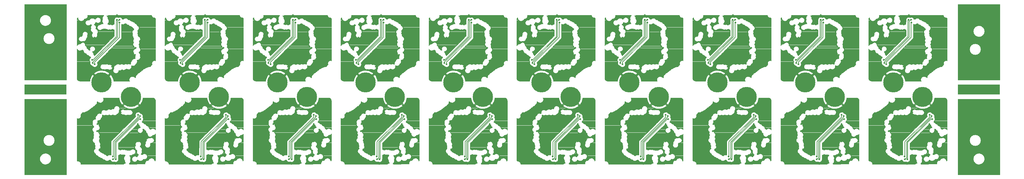
<source format=gbr>
*
%FSLAX24Y24*%
%MOIN*%
%ADD10C,0.001000*%
%ADD11C,0.002000*%
%ADD12C,0.008000*%
%ADD13C,0.004000*%
%ADD14C,0.020185*%
%ADD15C,0.018189*%
%ADD16C,0.006500*%
%ADD17R,0.064000X0.064000*%
%ADD18C,0.016000*%
%ADD19R,0.128000X0.128000*%
%ADD20C,0.020000*%
%ADD21C,0.035764*%
%ADD22C,0.118110*%
%ADD23C,0.217035*%
%IPPOS*%
%LNm386940-l2t.GBR*%
%LPD*%
G54D10*
X005810Y006314D02*
X005812Y006328D01*
X005814Y006335D01*
X005814Y006336D01*
X005818Y006345D01*
X005829Y006356D01*
X005839Y006361D01*
X005840Y006361D01*
X005850Y006365D01*
X005862Y006364D01*
X005863Y006364D01*
D03*
X005863Y006364D02*
X005887Y006356D01*
Y006356D03*
X005887Y006356D02*
X005895Y006352D01*
Y006352D02*
X005936Y006333D01*
X005980Y006323D01*
Y006323D02*
X006021Y006319D01*
X006062Y006323D01*
X006062Y006323D02*
X006109Y006333D01*
X006153Y006353D01*
X006153Y006353D02*
X006157Y006355D01*
X006202Y006385D01*
X006236Y006420D01*
X006237Y006420D01*
X006268Y006469D01*
X006290Y006522D01*
X006300Y006579D01*
X006298Y006637D01*
X006294Y006668D01*
X006289Y006681D01*
D03*
X006289Y006681D02*
X006283Y006705D01*
X006289Y006730D01*
X006289Y006730D02*
X006290Y006730D01*
X006291Y006733D01*
X006316Y006770D01*
X006324Y006790D01*
D03*
X006324Y006790D02*
X006339Y006818D01*
X006364Y006836D01*
D03*
X006364Y006836D02*
X006369Y006839D01*
X006418Y006882D01*
X006456Y006938D01*
X006457Y006939D01*
X006464Y006959D01*
X006469Y006969D01*
X006491Y006989D01*
X006521Y006992D01*
X006570Y006980D01*
D03*
X006570Y006980D02*
X006644Y006981D01*
X006715Y006999D01*
D03*
X006715Y006999D03*
X006715Y006999D02*
X006761Y007024D01*
X006800Y007057D01*
X006829Y007069D01*
X006859Y007070D01*
X006860Y007070D01*
X006861Y007070D01*
X006914Y007084D01*
X006964Y007108D01*
X006967Y007109D01*
X007003Y007136D01*
X007051Y007182D01*
X007051Y007182D02*
X007069Y007187D01*
X007069Y007187D02*
X007070Y007187D01*
X007076Y007189D01*
X007079Y007190D01*
X007080Y007191D01*
X007132Y007204D01*
X007163Y007217D01*
X007198Y007239D01*
X007234Y007269D01*
X007261Y007301D01*
X007281Y007332D01*
X007299Y007347D01*
X007322Y007355D01*
X007323Y007355D01*
X007340Y007362D01*
X007344Y007365D01*
X007344Y007365D02*
X007385Y007389D01*
X007385Y007389D02*
X007399Y007399D01*
X007405Y007404D01*
X007408Y007407D01*
X007432Y007431D01*
X007464Y007477D01*
X007464Y007477D02*
X007485Y007492D01*
X007485Y007492D02*
X007485Y007493D01*
X007489Y007494D01*
X007494Y007496D01*
X007554Y007528D01*
X007585Y007553D01*
X007591Y007559D01*
X007594Y007562D01*
X007621Y007596D01*
X007628Y007607D01*
X007628Y007607D02*
X007661Y007629D01*
X007700Y007638D01*
X007700Y007638D02*
X007701Y007638D01*
X007722Y007647D01*
X007759Y007668D01*
X007766Y007674D01*
X007768Y007675D01*
X007803Y007706D01*
X007809Y007713D01*
X007812Y007716D01*
X007835Y007748D01*
X007859Y007792D01*
X007884Y007820D01*
X007892Y007826D01*
X007923Y007839D01*
X007972Y007883D01*
X007973Y007885D01*
X007975Y007886D01*
X007989Y007904D01*
X007994Y007911D01*
X007996Y007913D01*
X007996Y007914D01*
X008021Y007958D01*
X008036Y008006D01*
X008043Y008056D01*
D03*
X008043Y008056D02*
X008040Y008102D01*
X008039Y008110D01*
X008039Y008112D01*
X008041Y008133D01*
X008046Y008141D01*
X008046Y008142D01*
X008050Y008148D01*
X008052Y008150D01*
D03*
X008052Y008150D02*
X008058Y008156D01*
X008074Y008163D01*
Y008163D02*
X008091Y008165D01*
X008107Y008158D01*
Y008158D02*
X008107Y008157D01*
X008117Y008151D01*
X008121Y008147D01*
X008144Y008122D01*
X008173Y008098D01*
X008219Y008069D01*
X008220Y008069D01*
X008290Y008041D01*
X008364Y008029D01*
X008439Y008033D01*
X008511Y008052D01*
X008579Y008086D01*
X008637Y008133D01*
X008685Y008191D01*
X008719Y008258D01*
D03*
X008719Y008258D02*
X008737Y008316D01*
X008738Y008324D01*
Y008324D02*
X008745Y008387D01*
X008739Y008450D01*
X008722Y008510D01*
Y008510D02*
X008722Y008511D01*
X008692Y008570D01*
X008688Y008585D01*
X008687Y008592D01*
X008687Y008596D01*
X008692Y008615D01*
X008699Y008623D01*
X008700Y008623D01*
X008700Y008624D01*
X008700Y008624D02*
X008711Y008633D01*
X008724Y008637D01*
X008724Y008637D03*
X008724Y008637D02*
X008731Y008639D01*
X010368D01*
X010373Y008637D01*
X010374Y008637D01*
X010390Y008632D01*
Y008632D02*
X010403Y008619D01*
X010411Y008603D01*
Y008603D02*
X010412Y008596D01*
X010422Y008479D01*
X010456Y008318D01*
X010506Y008171D01*
X010561Y008055D01*
X010636Y007932D01*
X010681Y007872D01*
X010687Y007866D01*
X010690Y007862D01*
X010719Y007828D01*
X010723D01*
X010726Y007830D01*
X011090Y008194D01*
X011101Y008201D01*
X011102Y008201D01*
X011103Y008202D01*
X011121Y008208D01*
X011141Y008204D01*
X011156Y008193D01*
X011168Y008181D01*
X011169Y008180D01*
X011187Y008159D01*
X011222Y008128D01*
D03*
X011222Y008128D02*
X011236Y008107D01*
X011238Y008082D01*
X011226Y008059D01*
X011226D02*
X010978Y007811D01*
X010976Y007808D01*
X010859Y007692D01*
X010857Y007688D01*
X010860Y007685D01*
X010964Y007605D01*
D03*
X010964Y007605D02*
X011083Y007532D01*
X011210Y007473D01*
X011342Y007427D01*
Y007427D03*
X011342Y007427D02*
X011474Y007397D01*
X011609Y007381D01*
X011744Y007379D01*
X011879Y007392D01*
X012012Y007418D01*
X012012D02*
X012013Y007418D01*
X012147Y007461D01*
X012263Y007511D01*
X012381Y007578D01*
X012497Y007661D01*
X012530Y007688D01*
X012410Y007808D01*
X012408Y007811D01*
X012160Y008059D01*
X012149Y008078D01*
X012148Y008084D01*
X012148Y008103D01*
X012149Y008104D01*
X012159Y008123D01*
X012175Y008138D01*
D03*
X012175Y008138D02*
X012199Y008159D01*
X012227Y008191D01*
X012250Y008206D01*
X012250D02*
X012279Y008204D01*
X012279D02*
X012288Y008199D01*
X012296Y008194D01*
X012662Y007828D01*
X012666D01*
X012669Y007830D01*
X012763Y007956D01*
X012836Y008081D01*
X012888Y008197D01*
X012930Y008324D01*
X012957Y008449D01*
X012974Y008596D01*
X012977Y008609D01*
X012979Y008612D01*
D03*
X012979Y008612D02*
X012985Y008622D01*
X012986Y008622D01*
X012995Y008631D01*
X013008Y008636D01*
X013009Y008636D01*
X013018Y008639D01*
X013023Y008639D01*
X014091Y008637D01*
X014133Y008631D01*
X014137Y008630D01*
D03*
X014137Y008630D02*
X014192Y008613D01*
X014244Y008588D01*
X014244Y008588D02*
X014305Y008542D01*
X014356Y008485D01*
X014395Y008418D01*
X014418Y008346D01*
X014426Y008269D01*
Y008269D02*
X014426Y005092D01*
X014417Y005062D01*
X014407Y005051D01*
Y005051D02*
X014387Y005043D01*
X014366Y005045D01*
X014348Y005057D01*
Y005057D03*
X014348Y005057D03*
X014348Y005057D02*
X014333Y005077D01*
Y005077D03*
X014333Y005077D02*
X014324Y005093D01*
D03*
X014324Y005093D02*
X014286Y005136D01*
X014242Y005174D01*
X014193Y005203D01*
Y005203D02*
X014189Y005205D01*
X014138Y005225D01*
X014129Y005227D01*
X014124Y005229D01*
D03*
X014124Y005229D02*
X014063Y005239D01*
X014000Y005239D01*
X013939Y005227D01*
X013939Y005227D03*
X013939Y005227D02*
X013886Y005208D01*
X013873Y005201D01*
X013869Y005200D01*
X013815Y005166D01*
X013815Y005166D02*
X013795Y005159D01*
X013773Y005161D01*
X013773Y005161D02*
X013765Y005165D01*
X013733Y005193D01*
D03*
X013733Y005193D02*
X013717Y005201D01*
X013671Y005227D01*
X013659Y005235D01*
X013656Y005239D01*
D03*
X013656Y005239D02*
X013650Y005246D01*
X013644Y005265D01*
X013635Y005334D01*
D03*
X013635Y005334D02*
X013610Y005400D01*
X013569Y005457D01*
X013515Y005502D01*
X013452Y005532D01*
X013383Y005546D01*
X013359Y005557D01*
X013341Y005576D01*
X013332Y005601D01*
Y005601D02*
X013332Y005602D01*
X013331Y005602D01*
Y005602D02*
X013304Y005645D01*
X013268Y005682D01*
X013227Y005712D01*
Y005712D02*
X013222Y005716D01*
X013198Y005728D01*
X013190Y005731D01*
X013186Y005733D01*
X013134Y005747D01*
X013126Y005748D01*
X013125Y005749D01*
X013116Y005753D01*
D03*
X013116Y005753D02*
X013109Y005756D01*
X013099Y005766D01*
X013065Y005815D01*
X013012Y005861D01*
X013012Y005862D01*
X013012D02*
X012963Y005888D01*
X012910Y005903D01*
X012910Y005903D02*
X012892Y005911D01*
X012880Y005927D01*
X012876Y005947D01*
Y005947D03*
X012876Y005947D02*
X012874Y005966D01*
X012875Y005983D01*
X012876Y005984D01*
X012876Y005985D01*
X012881Y006000D01*
X012942Y006063D01*
D03*
X012942Y006063D02*
X012978Y006119D01*
X013000Y006182D01*
X013008Y006248D01*
X013001Y006314D01*
X012980Y006377D01*
X012945Y006434D01*
X012940Y006470D01*
X012950Y006506D01*
X012950Y006506D02*
X012951Y006506D01*
X012951Y006507D01*
X012951D02*
X012958Y006574D01*
X012949Y006641D01*
X012927Y006704D01*
X012890Y006761D01*
X012842Y006808D01*
X012784Y006843D01*
X012721Y006864D01*
X012721Y006864D02*
X012696Y006878D01*
X012679Y006900D01*
Y006900D03*
X012679Y006900D02*
X012679Y006901D01*
X012679D02*
X012637Y006943D01*
X012588Y006977D01*
Y006977D02*
X012517Y007004D01*
X012443Y007013D01*
X012368Y007003D01*
X012299Y006975D01*
X012299Y006975D02*
X012296Y006974D01*
X012295Y006973D01*
X012256Y006947D01*
X012222Y006914D01*
X012222Y006914D02*
X012180Y006854D01*
X012154Y006786D01*
X012145Y006714D01*
X012154Y006642D01*
X012181Y006574D01*
X012181Y006574D02*
X012181Y006573D01*
D03*
X012181Y006573D02*
X012187Y006553D01*
X012183Y006531D01*
X012170Y006514D01*
D03*
X012170Y006514D02*
X011393Y005737D01*
X011391Y005734D01*
X009658Y004002D01*
X009655Y003999D01*
X009636Y003980D01*
X009628Y003975D01*
X009614Y003959D01*
X009589Y003922D01*
X009580Y003905D01*
X009568Y003870D01*
X009564Y003853D01*
X009563Y003845D01*
X009562Y003840D01*
X009561Y002426D01*
X009559Y002416D01*
X009558Y002414D01*
X009558Y002413D01*
X009554Y002402D01*
X009553Y002402D01*
X009553Y002401D01*
X009537Y002385D01*
X009515Y002379D01*
X009493Y002385D01*
D03*
X009493Y002385D03*
X009493Y002385D02*
X009428Y002401D01*
X009361Y002401D01*
X009296Y002385D01*
X009236Y002354D01*
D03*
X009236Y002354D02*
X009207Y002332D01*
X009185Y002310D01*
X009172Y002302D01*
X009172D02*
X009124Y002297D01*
X009076Y002306D01*
X009076D02*
X009070Y002311D01*
X009063Y002318D01*
X009027Y002369D01*
X009015Y002381D01*
X009013Y002383D01*
X008978Y002411D01*
D03*
X008978Y002411D02*
X008933Y002436D01*
X008883Y002453D01*
X008831Y002460D01*
X008831Y002460D02*
X008799Y002475D01*
X008778Y002504D01*
X008778D02*
X008777Y002504D01*
X008765Y002517D01*
D03*
X008765Y002517D02*
X008733Y002545D01*
X008698Y002566D01*
Y002566D02*
X008694Y002569D01*
X008691Y002570D01*
X008686Y002572D01*
X008679Y002576D01*
D03*
X008679Y002576D02*
X008644Y002589D01*
X008608Y002597D01*
Y002597D03*
X008608Y002597D03*
X008608Y002597D02*
X008589Y002602D01*
X008572Y002612D01*
Y002612D02*
X008521Y002657D01*
D03*
X008521Y002657D02*
X008504Y002667D01*
X008458Y002691D01*
X008436Y002697D01*
X008424Y002701D01*
X008411Y002712D01*
D03*
X008411Y002712D02*
X008407Y002716D01*
X008368Y002772D01*
X008317Y002817D01*
X008268Y002843D01*
Y002843D02*
X008242Y002869D01*
X008229Y002905D01*
Y002905D03*
X008229Y002905D02*
X008229Y002906D01*
X008229Y002906D02*
X008226Y002926D01*
X008233Y002946D01*
X008247Y002961D01*
X008247Y002961D02*
X008302Y002996D01*
X008335Y003025D01*
X008379Y003085D01*
X008406Y003154D01*
X008416Y003228D01*
X008407Y003302D01*
X008380Y003371D01*
X008379Y003374D01*
X008371Y003388D01*
X008367Y003398D01*
X008367Y003398D02*
X008364Y003418D01*
X008369Y003437D01*
X008369Y003437D02*
X008369Y003438D01*
X008386Y003487D01*
X008386Y003488D01*
Y003488D02*
X008394Y003557D01*
X008385Y003626D01*
X008360Y003691D01*
X008321Y003749D01*
Y003749D02*
X008318Y003754D01*
D03*
X008318Y003754D02*
X008311Y003768D01*
X008309Y003783D01*
X008309D03*
X008309Y003783D02*
X008300Y003853D01*
X008277Y003914D01*
X008275Y003919D01*
X008262Y003938D01*
X008262Y003938D02*
X008254Y003958D01*
X008256Y003980D01*
X008268Y003998D01*
X008268Y003998D03*
X008268Y003998D02*
X008284Y004021D01*
X008308Y004085D01*
X008309Y004094D01*
X008309D02*
X008317Y004151D01*
X008311Y004208D01*
X008293Y004263D01*
X008264Y004313D01*
Y004313D02*
X008256Y004334D01*
X008260Y004357D01*
X008274Y004376D01*
X008274Y004376D03*
X008274Y004376D02*
X008275Y004376D01*
X008275D02*
X008311Y004439D01*
X008329Y004510D01*
X008329Y004582D01*
X008310Y004652D01*
X008274Y004715D01*
X008224Y004767D01*
X008214Y004782D01*
X008209Y004800D01*
X008209D02*
X008209Y004801D01*
D03*
X008209Y004801D02*
X008184Y004866D01*
X008144Y004922D01*
X008091Y004967D01*
X008091D03*
X008091Y004967D03*
X008091Y004967D02*
X008073Y004987D01*
X008068Y005014D01*
X008080Y005039D01*
Y005039D03*
X008080Y005039D03*
X008080Y005039D02*
X008097Y005052D01*
X008117Y005056D01*
X008117Y005056D02*
X008118Y005056D01*
X008119Y005056D01*
X008185Y005084D01*
X008241Y005128D01*
X008285Y005184D01*
X008313Y005250D01*
X008324Y005321D01*
X008316Y005392D01*
X008291Y005459D01*
D03*
X008291Y005459D02*
X008256Y005508D01*
X008248Y005529D01*
X008248Y005531D01*
X008239Y005599D01*
D03*
X008239Y005599D02*
X008222Y005649D01*
X008195Y005694D01*
X008161Y005734D01*
Y005734D02*
X008159Y005737D01*
X008126Y005763D01*
X008122Y005769D01*
D03*
X008122Y005769D02*
X008116Y005777D01*
X008094Y005836D01*
X008092Y005849D01*
X008092Y005849D02*
X008092Y005872D01*
X008102Y005893D01*
X008102Y005893D02*
X008102Y005894D01*
X008110Y005961D01*
X008102Y006029D01*
X008098Y006038D01*
X008098Y006040D01*
X008097Y006041D01*
X008097D02*
X008092Y006060D01*
X008095Y006079D01*
X008095D02*
X008095Y006080D01*
D03*
X008095Y006080D02*
X008099Y006091D01*
X008107Y006099D01*
X008108Y006099D01*
X008110Y006102D01*
X008121Y006109D01*
X008122Y006109D01*
X008142Y006111D01*
X008170Y006109D01*
D03*
X008170Y006109D02*
X008241Y006118D01*
X008309Y006143D01*
D03*
X008309Y006143D02*
X008315Y006147D01*
X008318Y006148D01*
X008326Y006152D01*
X008377Y006191D01*
X008419Y006240D01*
X008450Y006297D01*
X008467Y006359D01*
X008486Y006393D01*
X008516Y006419D01*
X008517Y006419D01*
X008517Y006420D01*
X008517Y006420D02*
X008547Y006459D01*
X008569Y006504D01*
X008582Y006551D01*
X008582Y006551D02*
X008582Y006552D01*
X008587Y006603D01*
X008583Y006651D01*
D03*
X008583Y006651D02*
X008582Y006672D01*
Y006672D03*
X008582Y006672D02*
X008584Y006685D01*
X008588Y006693D01*
X008589Y006693D01*
X008589Y006694D01*
X008598Y006704D01*
X008610Y006710D01*
X008623Y006714D01*
X008624Y006714D01*
X008627Y006714D01*
X008650Y006708D01*
X008651Y006708D01*
X008651D02*
X008717Y006679D01*
X008788Y006667D01*
X008860Y006673D01*
X008928Y006696D01*
X008928D02*
X008932Y006698D01*
X008954Y006712D01*
X008961Y006715D01*
X008974Y006719D01*
X008974D02*
X008991Y006717D01*
X008991D03*
X008991Y006717D02*
X009002Y006715D01*
X009045Y006693D01*
D03*
X009045Y006693D02*
X009115Y006676D01*
X009186Y006678D01*
X009255Y006697D01*
X009317Y006734D01*
Y006734D02*
X009338Y006743D01*
X009361Y006740D01*
X009380Y006727D01*
X009380D02*
X009380Y006726D01*
X009402Y006713D01*
X009432Y006699D01*
X009441Y006696D01*
X009506Y006680D01*
X009572Y006680D01*
X009637Y006696D01*
D03*
X009637Y006696D02*
X009655Y006703D01*
X009695Y006726D01*
X009709Y006736D01*
Y006736D02*
X009730Y006745D01*
X009753Y006742D01*
X009772Y006728D01*
Y006728D02*
X009773Y006728D01*
X009796Y006713D01*
X009827Y006699D01*
X009836Y006696D01*
D03*
X009836Y006696D02*
X009901Y006681D01*
X009967Y006681D01*
X010031Y006697D01*
X010036Y006699D01*
X010083Y006723D01*
X010120Y006752D01*
X010148Y006781D01*
X010148Y006782D01*
X010148Y006782D02*
X010177Y006809D01*
X010215Y006821D01*
X010215Y006821D02*
X010216Y006821D01*
X010232Y006828D01*
X010273Y006851D01*
X010279Y006856D01*
X010283Y006859D01*
X010284Y006859D01*
X010284Y006859D02*
X010332Y006906D01*
X010368Y006963D01*
X010389Y007028D01*
X010389Y007028D03*
X010389Y007028D02*
X010396Y007084D01*
X010386Y007158D01*
D03*
X010386Y007158D02*
X010386Y007176D01*
X010393Y007193D01*
X010407Y007212D01*
X010409Y007215D01*
X010440Y007266D01*
X010443Y007274D01*
X010444Y007276D01*
X010456Y007308D01*
X010456Y007309D01*
Y007309D02*
X010468Y007380D01*
X010462Y007452D01*
X010439Y007520D01*
X010401Y007581D01*
X010349Y007631D01*
X010287Y007667D01*
X010217Y007687D01*
X010145Y007690D01*
X010075Y007676D01*
X010009Y007645D01*
X009954Y007600D01*
X009910Y007542D01*
X009882Y007476D01*
X009870Y007405D01*
Y007405D02*
X009862Y007382D01*
X009857Y007376D01*
X009842Y007366D01*
Y007366D02*
X009806Y007364D01*
X009771Y007372D01*
Y007372D02*
X009770Y007373D01*
X009713Y007373D01*
D03*
X009713Y007373D02*
X009651Y007363D01*
X009594Y007335D01*
X009594Y007335D02*
X009590Y007334D01*
X009560Y007311D01*
X009544Y007297D01*
X009520Y007286D01*
X009494Y007291D01*
X009442Y007318D01*
X009441Y007318D01*
X009438Y007320D01*
X009401Y007330D01*
X009393Y007332D01*
X009341Y007339D01*
X009289Y007332D01*
X009261Y007325D01*
X009213Y007306D01*
X009204Y007301D01*
X009168Y007277D01*
X009137Y007248D01*
X009135Y007246D01*
X009116Y007236D01*
X009046Y007219D01*
X009024Y007208D01*
X009020Y007206D01*
X009001Y007202D01*
X008996Y007202D01*
X008977Y007208D01*
X008932Y007235D01*
D03*
X008932Y007235D02*
X008874Y007257D01*
X008813Y007267D01*
X008751Y007263D01*
X008691Y007247D01*
X008637Y007218D01*
X008636Y007218D01*
X008599Y007189D01*
X008564Y007153D01*
X008560Y007146D01*
X008534Y007106D01*
X008516Y007063D01*
X008513Y007056D01*
X008511Y007049D01*
X008511Y007049D02*
X008501Y006998D01*
X008502Y006946D01*
X008502Y006946D02*
X008507Y006898D01*
X008504Y006876D01*
X008499Y006868D01*
X008499Y006867D01*
X008491Y006858D01*
X008491Y006858D02*
X008472Y006848D01*
X008472Y006848D02*
X008471Y006848D01*
X008465Y006847D01*
D03*
X008465D03*
Y006847D02*
X008458D01*
X008453Y006848D01*
D03*
X008453Y006848D02*
X008431Y006856D01*
Y006856D03*
X008431Y006856D02*
X008411Y006866D01*
X008408Y006868D01*
D03*
X008408Y006868D02*
X008355Y006883D01*
X008300Y006888D01*
X008246Y006881D01*
X008194Y006863D01*
X008173Y006853D01*
X008171Y006852D01*
X008168Y006850D01*
X008162Y006847D01*
D03*
X008162Y006847D02*
X008110Y006807D01*
X008069Y006755D01*
X008040Y006696D01*
X008040Y006696D03*
X008040Y006696D02*
X008022Y006667D01*
D03*
X008022Y006667D02*
X008017Y006661D01*
X008006Y006653D01*
X007986Y006643D01*
X007979Y006637D01*
X007978Y006636D01*
X007957Y006617D01*
X007929Y006583D01*
D03*
X007929Y006583D02*
X007894Y006518D01*
X007876Y006446D01*
X007877Y006372D01*
X007895Y006301D01*
X007895Y006274D01*
X007881Y006251D01*
X007856Y006241D01*
X007856Y006241D02*
X007793Y006240D01*
D03*
X007793Y006240D02*
X007721Y006221D01*
X007657Y006183D01*
X007605Y006131D01*
X007569Y006067D01*
X007551Y005995D01*
X007552Y005921D01*
X007572Y005850D01*
X007575Y005820D01*
X007565Y005791D01*
X007565Y005790D01*
X007564Y005790D01*
X007564D02*
X007556Y005723D01*
X007565Y005656D01*
X007588Y005593D01*
X007626Y005537D01*
X007677Y005492D01*
X007677D02*
X007685Y005483D01*
X007685Y005482D01*
Y005482D02*
X007691Y005470D01*
Y005470D03*
X007691Y005470D02*
X007698Y005449D01*
D03*
X007698Y005449D02*
X007704Y005424D01*
X007697Y005399D01*
X007697Y005399D02*
X007682Y005385D01*
X007682Y005385D02*
X007652Y005369D01*
X007650Y005368D01*
X007648Y005366D01*
X007618Y005342D01*
D03*
X007618Y005342D02*
X007572Y005286D01*
X007542Y005220D01*
X007530Y005148D01*
X007536Y005076D01*
X007561Y005008D01*
X007603Y004948D01*
X007658Y004902D01*
X007658D02*
X007658Y004901D01*
D03*
X007658Y004901D02*
X007676Y004884D01*
X007683Y004859D01*
X007675Y004835D01*
X007675D03*
X007675Y004835D02*
X007662Y004801D01*
X007662Y004800D01*
X007662D02*
X007655Y004744D01*
X007659Y004687D01*
X007674Y004633D01*
X007701Y004582D01*
X007701D03*
X007701Y004582D03*
X007701Y004582D02*
X007710Y004559D01*
X007707Y004534D01*
X007692Y004515D01*
X007692Y004515D02*
X007691Y004514D01*
X007677Y004494D01*
X007653Y004431D01*
X007653Y004430D01*
X007645Y004363D01*
X007653Y004296D01*
X007653Y004295D01*
X007671Y004246D01*
X007671Y004246D02*
X007673Y004220D01*
X007660Y004198D01*
X007660Y004198D02*
X007620Y004162D01*
D03*
X007620Y004162D02*
X007581Y004106D01*
X007558Y004042D01*
X007550Y003974D01*
X007559Y003906D01*
X007584Y003843D01*
X007623Y003787D01*
X007675Y003743D01*
X007735Y003712D01*
X007763Y003689D01*
X007777Y003656D01*
Y003656D02*
X007778Y003655D01*
X007779Y003654D01*
X007779D02*
X007795Y003628D01*
X007799Y003598D01*
X007799D02*
X007794Y003554D01*
X007801Y003492D01*
D03*
X007801Y003492D02*
X007813Y003452D01*
X007830Y003414D01*
Y003414D02*
X007831Y003412D01*
X007840Y003397D01*
X007844Y003389D01*
X007844Y003389D02*
X007848Y003366D01*
X007842Y003344D01*
X007842Y003344D03*
X007842Y003344D02*
X007825Y003298D01*
X007823Y003286D01*
D03*
X007823Y003286D02*
X007818Y003230D01*
X007824Y003173D01*
X007840Y003119D01*
X007840D02*
X007840Y003118D01*
D03*
X007840Y003118D02*
X007848Y003094D01*
X007844Y003069D01*
X007829Y003048D01*
X007807Y003036D01*
X007807Y003036D02*
X007806Y003036D01*
X007775Y003011D01*
D03*
X007775Y003011D02*
X007729Y002954D01*
X007699Y002888D01*
X007687Y002816D01*
X007694Y002744D01*
X007719Y002676D01*
X007761Y002616D01*
X007817Y002569D01*
X007817D03*
X007817Y002569D02*
X007862Y002545D01*
X007873Y002536D01*
X007877Y002531D01*
D03*
X007877Y002531D02*
X007883Y002520D01*
X007904Y002465D01*
D03*
X007904Y002465D02*
X007928Y002421D01*
X007962Y002382D01*
X008003Y002352D01*
X008003D03*
X008003Y002352D02*
X008031Y002335D01*
X008074Y002318D01*
X008081Y002316D01*
X008086Y002314D01*
D03*
X008086Y002314D02*
X008101Y002304D01*
X008109Y002296D01*
X008149Y002239D01*
X008185Y002206D01*
X008214Y002186D01*
X008236Y002174D01*
X008239Y002173D01*
X008239D02*
X008276Y002158D01*
X008315Y002149D01*
X008315D02*
X008325Y002147D01*
D03*
X008325Y002147D02*
X008344Y002140D01*
X008344D02*
X008354Y002132D01*
X008357Y002129D01*
X008357Y002128D01*
X008400Y002091D01*
D03*
X008400Y002091D02*
X008447Y002064D01*
X008498Y002046D01*
X008552Y002038D01*
X008552Y002038D02*
X008585Y002023D01*
X008607Y001994D01*
X008607D02*
X008607Y001993D01*
X008658Y001948D01*
X008674Y001938D01*
X008677Y001936D01*
X008677D02*
X008715Y001918D01*
X008715D02*
X008721Y001915D01*
D03*
X008721Y001915D02*
X008771Y001902D01*
X008822Y001900D01*
X008822D02*
X008823Y001900D01*
D03*
X008823Y001900D02*
X008845Y001898D01*
Y001898D02*
X008846Y001898D01*
X008846Y001897D01*
X008860Y001892D01*
X008873Y001880D01*
X008906Y001833D01*
X008909Y001830D01*
X008912Y001826D01*
X008955Y001789D01*
D03*
X008955Y001789D02*
X009015Y001757D01*
X009080Y001739D01*
X009148Y001739D01*
X009215Y001754D01*
X009275Y001785D01*
X009326Y001830D01*
X009326Y001830D02*
X009336Y001836D01*
X009350Y001840D01*
X009351Y001840D01*
X009353Y001841D01*
X009428Y001841D01*
X009453Y001848D01*
X009475Y001848D01*
X009475D02*
X009494Y001841D01*
X009507Y001825D01*
X009507D02*
X009507Y001824D01*
X009509Y001822D01*
X009522Y001789D01*
X009556Y001740D01*
D03*
X009556Y001740D02*
X009608Y001692D01*
X009671Y001658D01*
X009740Y001641D01*
X009811Y001642D01*
X009880Y001661D01*
X009880Y001661D02*
X009915Y001664D01*
X009947Y001649D01*
Y001649D02*
X009948Y001649D01*
X009948Y001648D01*
X009948Y001648D02*
X010020Y001632D01*
X010094Y001634D01*
X010165Y001656D01*
X010227Y001696D01*
X010277Y001750D01*
X010277Y001750D02*
X010279Y001753D01*
X010302Y001792D01*
X010314Y001822D01*
X010314Y001823D01*
X010326Y001874D01*
X010328Y001927D01*
X010333Y001967D01*
X010331Y001987D01*
X010333Y002354D01*
X010335Y002362D01*
X010335Y002362D02*
X010349Y002382D01*
X010370Y002394D01*
X010393Y002397D01*
X010393Y002397D02*
X010394Y002397D01*
X010456Y002419D01*
X010513Y002455D01*
X010517Y002458D01*
X010535Y002468D01*
X010535D02*
X010557Y002472D01*
X010577Y002462D01*
X010577D02*
X010577Y002461D01*
X010639Y002429D01*
X010704Y002413D01*
X010775D01*
X010852Y002433D01*
Y002433D02*
X010879Y002430D01*
Y002430D03*
X010879Y002430D02*
X010941Y002415D01*
X010991Y002414D01*
X010991D02*
X011031Y002393D01*
X011031D02*
X011032Y002393D01*
X011037Y002390D01*
X011054Y002375D01*
X011054D02*
X011062Y002357D01*
X011061Y002337D01*
X011061D03*
X011061Y002337D03*
X011061Y002337D02*
X011057Y002325D01*
X011049Y002315D01*
X011049Y002315D02*
X011048Y002315D01*
X011043Y002308D01*
X011029Y002295D01*
X010988Y002246D01*
D03*
X010988Y002246D02*
X010950Y002176D01*
X010929Y002099D01*
X010926Y002019D01*
X010940Y001940D01*
X010972Y001866D01*
X011019Y001802D01*
X011031Y001766D01*
X011027Y001729D01*
X011027D02*
X011027Y001728D01*
X011027Y001727D01*
Y001727D02*
X011030Y001684D01*
X011039Y001642D01*
X011064Y001584D01*
X011100Y001531D01*
X011146Y001488D01*
Y001488D02*
X011152Y001483D01*
X011152Y001482D01*
X011152D02*
X011162Y001471D01*
X011166Y001456D01*
X011166D02*
X011166Y001455D01*
X011167Y001455D01*
X011167Y001445D01*
X011165Y001435D01*
X011163Y001432D01*
X011163Y001431D01*
X011160Y001423D01*
X011147Y001411D01*
X011141Y001408D01*
X011123Y001403D01*
X006259Y001401D01*
X006254Y001402D01*
X006254D02*
X006232Y001412D01*
X006217Y001431D01*
X006211Y001454D01*
X006211D02*
X006211Y001455D01*
X006211Y001456D01*
X006211D02*
X006188Y001502D01*
X006155Y001543D01*
X006114Y001574D01*
X006052Y001599D01*
X006052D03*
X006052Y001599D02*
X006025Y001605D01*
X005973Y001608D01*
Y001608D02*
X005918Y001623D01*
X005870Y001654D01*
X005834Y001698D01*
X005813Y001751D01*
X005810Y001808D01*
Y001808D03*
X005810Y001808D02*
X005810Y006314D01*
X010553Y007082D02*
X010548Y007022D01*
X010556Y006962D01*
X010576Y006905D01*
X010608Y006853D01*
X010655Y006807D01*
X010712Y006773D01*
X010775Y006753D01*
X010841Y006748D01*
X010906Y006759D01*
X010906Y006759D02*
X010929Y006761D01*
X010952Y006754D01*
X010971Y006739D01*
X010971D02*
X010984Y006731D01*
X010988Y006729D01*
Y006729D02*
X011042Y006705D01*
X011100Y006692D01*
Y006692D02*
X011152Y006692D01*
X011202Y006700D01*
X011235Y006711D01*
X011235Y006711D02*
X011275Y006721D01*
X011315Y006711D01*
X011315Y006711D02*
X011384D01*
X011435Y006724D01*
X011451Y006725D01*
X011452Y006725D01*
X011468Y006720D01*
X011537Y006703D01*
X011607Y006704D01*
X011675Y006722D01*
X011737Y006757D01*
X011788Y006806D01*
X011825Y006866D01*
X011846Y006933D01*
X011849Y007004D01*
X011835Y007073D01*
X011803Y007136D01*
X011757Y007190D01*
X011700Y007230D01*
X011695Y007232D01*
X011687Y007237D01*
X011652Y007250D01*
X011643Y007252D01*
Y007252D02*
X011572Y007262D01*
X011500Y007254D01*
X011473Y007248D01*
X011447Y007255D01*
Y007255D02*
X011400Y007267D01*
X011400D02*
X011351Y007273D01*
X011302Y007267D01*
X011302D02*
X011294Y007266D01*
X011260Y007256D01*
X011244Y007250D01*
X011244Y007250D02*
X011210Y007242D01*
X011175Y007247D01*
Y007247D02*
X011153Y007251D01*
X011153D02*
X011100Y007251D01*
X011048Y007239D01*
Y007239D02*
X011019Y007240D01*
X010994Y007254D01*
Y007254D02*
X010987Y007261D01*
X010929Y007292D01*
X010862Y007308D01*
X010794D01*
X010728Y007292D01*
X010670Y007261D01*
X010617Y007215D01*
X010579Y007160D01*
X010555Y007096D01*
X010553Y007082D01*
G54D11*
X005814Y001793D02*
X008943D01*
X005814Y001791D02*
X008945D01*
X005815Y001809D02*
X008925D01*
X005815Y006314D02*
X007885D01*
X005816Y006324D02*
X005946D01*
X006096D02*
X007882D01*
X005815Y006302D02*
X007889D01*
X005815Y006287D02*
X007892D01*
X005815Y006236D02*
X007749D01*
X005815Y006235D02*
X007747D01*
X005815Y005962D02*
X007544D01*
X005815Y005852D02*
X007566D01*
X005815Y005827D02*
X007571D01*
X005815Y005788D02*
X007559D01*
X005815Y005723D02*
X007551D01*
X005815Y005496D02*
X007663D01*
X005815Y005486D02*
X007676D01*
X005815Y005471D02*
X007686D01*
X005815Y005451D02*
X007692D01*
X005815Y005425D02*
X007699D01*
X005815Y005396D02*
X007689D01*
X005815Y005380D02*
X007663D01*
X005815Y005365D02*
X007638D01*
X005815Y005364D02*
X007637D01*
X005815Y005362D02*
X007635D01*
X005815Y005338D02*
X007607D01*
X005815Y005137D02*
X007525D01*
X005815Y004906D02*
X007643D01*
X005815Y004860D02*
X007678D01*
X005815Y004832D02*
X007669D01*
X005815Y004799D02*
X007657D01*
X005815Y004736D02*
X007650D01*
X005815Y004585D02*
X007693D01*
X005815Y004553D02*
X007706D01*
X005815Y004511D02*
X007683D01*
X005815Y004491D02*
X007671D01*
X005815Y004429D02*
X007648D01*
X005815Y004429D02*
X007648D01*
X005815Y004363D02*
X007640D01*
X005815Y004297D02*
X007648D01*
X005815Y004296D02*
X007648D01*
X005815Y004248D02*
X007666D01*
X005815Y004231D02*
X007669D01*
X005815Y004194D02*
X007648D01*
X005815Y004159D02*
X007610D01*
X005815Y003976D02*
X007545D01*
X005815Y003716D02*
X007711D01*
X005815Y003657D02*
X007772D01*
X005815Y003604D02*
X007794D01*
X005815Y003593D02*
X007793D01*
X005815Y003554D02*
X007789D01*
X005815Y003493D02*
X007796D01*
X005815Y003417D02*
X007823D01*
X005815Y003415D02*
X007824D01*
X005815Y003400D02*
X007833D01*
X005815Y003391D02*
X007838D01*
X005815Y003369D02*
X007843D01*
X005815Y003342D02*
X007836D01*
X005815Y003297D02*
X007820D01*
X005815Y003285D02*
X007818D01*
X005815Y003231D02*
X007813D01*
X005815Y003120D02*
X007834D01*
X005815Y003090D02*
X007843D01*
X005815Y003031D02*
X007792D01*
X005815Y003007D02*
X007764D01*
X005815Y002807D02*
X007682D01*
X005815Y002574D02*
X007802D01*
X005815Y002549D02*
X007844D01*
X005815Y002544D02*
X007854D01*
X005815Y002533D02*
X007870D01*
X005815Y002522D02*
X007876D01*
X005815Y002467D02*
X007898D01*
X005815Y002356D02*
X007987D01*
X005815Y002340D02*
X008013D01*
X005815Y002323D02*
X008049D01*
X005815Y002321D02*
X008054D01*
X005815Y002319D02*
X008060D01*
X005815Y002305D02*
X008093D01*
X005815Y002299D02*
X008100D01*
X005815Y002243D02*
X008140D01*
X005815Y002210D02*
X008173D01*
X005815Y002190D02*
X008199D01*
X005815Y002179D02*
X008217D01*
X005815Y002177D02*
X008220D01*
X005815Y002154D02*
X008271D01*
X005815Y002152D02*
X008279D01*
X005815Y002141D02*
X008330D01*
X005815Y002136D02*
X008342D01*
X005815Y002132D02*
X008346D01*
X005815Y002131D02*
X008347D01*
X005815Y002095D02*
X008388D01*
X005815Y002043D02*
X008490D01*
X005815Y001996D02*
X008601D01*
X005815Y001952D02*
X008647D01*
X005815Y001942D02*
X008659D01*
X005815Y001940D02*
X008661D01*
X005815Y001923D02*
X008690D01*
X005815Y001920D02*
X008696D01*
X005815Y001904D02*
X008738D01*
X005815Y001902D02*
X008745D01*
X005815Y001896D02*
X008784D01*
X008826D02*
X008833D01*
X005815Y001884D02*
X008862D01*
X005815Y001837D02*
X008898D01*
X005815Y001833D02*
X008900D01*
X005815Y001829D02*
X008903D01*
X005817Y006328D02*
X005935D01*
X005817Y006330D02*
X005930D01*
X005819Y006336D02*
X005914D01*
X005830Y006350D02*
X005888D01*
X005821Y001742D02*
X009043D01*
X009192D02*
X009549D01*
X005839Y006356D02*
X005874D01*
X005846Y006358D02*
X005868D01*
X005851Y006360D02*
X005859D01*
X005890Y001644D02*
X009697D01*
X009846D02*
X009945D01*
X005904Y001635D02*
X009751D01*
X009791D02*
X009973D01*
X010121D02*
X011036D01*
X006059Y001603D02*
X011049D01*
X006107Y006328D02*
X007881D01*
X006067Y001600D02*
X011050D01*
X006083Y001595D02*
X011052D01*
X006170Y006358D02*
X007874D01*
X006130Y001570D02*
X011066D01*
X006172Y006359D02*
X007873D01*
X006212Y006389D02*
X007870D01*
X006200Y001492D02*
X011134D01*
X006203Y001486D02*
X011141D01*
X006233Y006410D02*
X007869D01*
X006216Y001456D02*
X011161D01*
X006216Y001454D02*
X011162D01*
X006217Y001448D02*
X011163D01*
X006218Y001441D02*
X011161D01*
X006221Y001433D02*
X011159D01*
X006223Y001430D02*
X011158D01*
X006245Y006424D02*
X007869D01*
X006234Y001417D02*
X011147D01*
X006244Y001410D02*
X011132D01*
X006305Y006580D02*
X007921D01*
X006288Y006705D02*
X008039D01*
X006296Y006732D02*
X008050D01*
X006289Y006694D02*
X008035D01*
X006295Y006679D02*
X008026D01*
X006298Y006735D02*
X008052D01*
X006322Y006772D02*
X008074D01*
X006299Y006667D02*
X008016D01*
X006300Y006663D02*
X008011D01*
X006300Y006657D02*
X008004D01*
X006301Y006649D02*
X007987D01*
X006303Y006639D02*
X007974D01*
X006303Y006636D02*
X007971D01*
X006303Y006633D02*
X007968D01*
X006303Y006632D02*
X007966D01*
X006305Y006598D02*
X007936D01*
X006305Y006613D02*
X007948D01*
X006329Y006792D02*
X008089D01*
X006378Y006841D02*
X008144D01*
X006380Y006843D02*
X008146D01*
X006381Y006843D02*
X008147D01*
X006383Y006845D02*
X008150D01*
X006385Y006847D02*
X008153D01*
X006387Y006848D02*
X008155D01*
X006398Y006858D02*
X008173D01*
X006424Y006883D02*
X008234D01*
X006426Y006886D02*
X008245D01*
X008368D02*
X008500D01*
X006435Y006898D02*
X008502D01*
X006462Y006940D02*
X008498D01*
X006463Y006941D02*
X008498D01*
X006465Y006947D02*
X008497D01*
X006471Y006961D02*
X008496D01*
X006475Y006969D02*
X008495D01*
X006481Y006976D02*
X006563D01*
X006642D02*
X008495D01*
X006492Y006983D02*
X006534D01*
X006680D02*
X008495D01*
X006494Y006985D02*
X006529D01*
X006737Y007004D02*
X008497D01*
X006797Y007047D02*
X008506D01*
X006806Y007055D02*
X008508D01*
X006819Y007061D02*
X008510D01*
X006904Y007075D02*
X008515D01*
X006979Y007112D02*
X008532D01*
X006981Y007113D02*
X008533D01*
X007014Y007139D02*
X008549D01*
X007018Y007143D02*
X008551D01*
X007024Y007149D02*
X008556D01*
X007073Y007183D02*
X008586D01*
X007080Y007186D02*
X008589D01*
X007107Y007192D02*
X008595D01*
X007112Y007194D02*
X008597D01*
X007117Y007195D02*
X008598D01*
X007119Y007195D02*
X008599D01*
X007156Y007209D02*
X008616D01*
X007168Y007214D02*
X008623D01*
X007180Y007222D02*
X008633D01*
X007210Y007243D02*
X008670D01*
X007233Y007262D02*
X008723D01*
X007243Y007273D02*
X009155D01*
X007264Y007296D02*
X009187D01*
X007267Y007301D02*
X009195D01*
X007269Y007304D02*
X009199D01*
X007280Y007321D02*
X009236D01*
X007284Y007327D02*
X009252D01*
X007289Y007334D02*
X009276D01*
X007290Y007335D02*
X009281D01*
X009403D02*
X009583D01*
X007346Y007360D02*
X009629D01*
X007360Y007367D02*
X009647D01*
X007363Y007368D02*
X009652D01*
X007365Y007369D02*
X009655D01*
X009807D02*
X009831D01*
X007367Y007370D02*
X009659D01*
X009797D02*
X009840D01*
X007385Y007382D02*
X009856D01*
X007399Y007393D02*
X009860D01*
X007411Y007403D02*
X009864D01*
X007412Y007404D02*
X009865D01*
X007416Y007408D02*
X009865D01*
X007419Y007411D02*
X009865D01*
X007440Y007434D02*
X009868D01*
X007471Y007478D02*
X009877D01*
X007506Y007497D02*
X009884D01*
X007510Y007499D02*
X009884D01*
X007513Y007501D02*
X009885D01*
X007567Y007532D02*
X009899D01*
X007596Y007557D02*
X009913D01*
X007601Y007563D02*
X009917D01*
X007603Y007566D02*
X009919D01*
X007629Y007599D02*
X009946D01*
X007639Y007610D02*
X009957D01*
X007724Y007643D02*
X009997D01*
X007739Y007651D02*
X010010D01*
X007772Y007673D02*
X010051D01*
X007779Y007678D02*
X010066D01*
X007780Y007679D02*
X010069D01*
X007788Y007686D02*
X010092D01*
X007790Y007688D02*
X010099D01*
X010239D02*
X010853D01*
X007791Y007689D02*
X010102D01*
X010236D02*
X010853D01*
X007791Y007689D02*
X010105D01*
X010233D02*
X010853D01*
X007812Y007710D02*
X010870D01*
X007818Y007717D02*
X010877D01*
X007820Y007719D02*
X010880D01*
X007842Y007750D02*
X010911D01*
X007866Y007795D02*
X010955D01*
X007874Y007804D02*
X010965D01*
X007877Y007808D02*
X010968D01*
X007903Y007826D02*
X010715D01*
X010728D02*
X010986D01*
X007914Y007831D02*
X010710D01*
X010733D02*
X010991D01*
X007921Y007833D02*
X010708D01*
X010736D02*
X010994D01*
X007935Y007844D02*
X010699D01*
X007959Y007865D02*
X010681D01*
X007963Y007869D02*
X010677D01*
X007970Y007875D02*
X010673D01*
X007981Y007887D02*
X010664D01*
X007983Y007888D02*
X010663D01*
X007984Y007890D02*
X010662D01*
X007997Y007907D02*
X010649D01*
X008002Y007914D02*
X010644D01*
X008004Y007916D02*
X010642D01*
X008015Y007935D02*
X010629D01*
X008046Y008034D02*
X008301D01*
X008468D02*
X010569D01*
X008045Y008125D02*
X008134D01*
X008044Y008112D02*
X008148D01*
X008044Y008109D02*
X008151D01*
X008045Y008102D02*
X008160D01*
X008045Y008101D02*
X008161D01*
X008046Y008131D02*
X008129D01*
X008048Y008056D02*
X008234D01*
X008054Y008145D02*
X008116D01*
X008047Y008073D02*
X008203D01*
X008060Y008151D02*
X008108D01*
X008063Y008153D02*
X008105D01*
X008068Y008155D02*
X008102D01*
X008090Y005042D02*
X010691D01*
X008073Y005007D02*
X010657D01*
X008148Y005061D02*
X010711D01*
X008096Y005858D02*
X011507D01*
X008107Y005895D02*
X011545D01*
X008097Y006063D02*
X011713D01*
X008100Y006081D02*
X011730D01*
X008098Y005842D02*
X011491D01*
X008106Y004963D02*
X010612D01*
X008100Y005835D02*
X011484D01*
X008122Y006103D02*
X011753D01*
X008103Y006038D02*
X011688D01*
X008104Y006036D02*
X011685D01*
X008107Y006027D02*
X011677D01*
X008115Y005961D02*
X011610D01*
X008135Y006106D02*
X008152D01*
X008197D02*
X011755D01*
X008240Y006113D02*
X011763D01*
X008119Y005781D02*
X011430D01*
X008329Y005327D02*
X010976D01*
X008131Y005765D02*
X011415D01*
X008243Y006114D02*
X011763D01*
X008138Y005760D02*
X011409D01*
X008168Y005734D02*
X011384D01*
X008169Y005733D02*
X011383D01*
X008171Y005731D02*
X011380D01*
X008327Y006147D02*
X011797D01*
X008214Y004800D02*
X010449D01*
X008236Y004763D02*
X010413D01*
X008231Y002922D02*
X009557D01*
X008264Y002966D02*
X009557D01*
X008234Y002904D02*
X009557D01*
X008244Y005598D02*
X011248D01*
X008253Y005530D02*
X011179D01*
X008254Y005527D02*
X011177D01*
X008317Y003000D02*
X009557D01*
X008259Y003971D02*
X009618D01*
X008259Y003964D02*
X009612D01*
X008260Y003976D02*
X009624D01*
X008259Y003956D02*
X009606D01*
X008272Y003996D02*
X009645D01*
X008283Y004379D02*
X010029D01*
X008261Y004339D02*
X009988D01*
X008264Y005506D02*
X011156D01*
X008269Y003935D02*
X009592D01*
X008274Y003999D02*
X009648D01*
X008272Y004310D02*
X009959D01*
X008276Y004001D02*
X009651D01*
X008290Y004024D02*
X009673D01*
X008286Y002839D02*
X009556D01*
X008280Y003920D02*
X009582D01*
X008281Y003917D02*
X009581D01*
X008336Y004546D02*
X010195D01*
X008283Y003912D02*
X009578D01*
X008287Y003903D02*
X009575D01*
X008313Y004086D02*
X009735D01*
X008297Y005456D02*
X011106D01*
X008300Y003868D02*
X009563D01*
X008306Y003852D02*
X009559D01*
X008307Y003844D02*
X009558D01*
X008307Y003840D02*
X009557D01*
X008344Y003028D02*
X009557D01*
X008314Y004095D02*
X009744D01*
X008314Y003783D02*
X009557D01*
X008314Y003781D02*
X009557D01*
X008322Y004156D02*
X009805D01*
X008379Y006883D02*
X008500D01*
X008333Y006151D02*
X011801D01*
X008335Y006152D02*
X011802D01*
X008325Y003751D02*
X009557D01*
X008329Y002813D02*
X009556D01*
X008341Y006157D02*
X011806D01*
X008330Y003746D02*
X009557D01*
X008473Y006360D02*
X012010D01*
X008421Y003230D02*
X009557D01*
X008396Y006878D02*
X008499D01*
X008369Y003415D02*
X009557D01*
X008375Y003440D02*
X009557D01*
X008373Y003397D02*
X009557D01*
X008376Y002769D02*
X009556D01*
X008392Y003489D02*
X009557D01*
X008378Y003385D02*
X009557D01*
X008385Y003372D02*
X009557D01*
X008387Y003369D02*
X009557D01*
X008399Y003553D02*
X009557D01*
X008538Y008058D02*
X010555D01*
X008417Y002712D02*
X009556D01*
X008426Y006864D02*
X008490D01*
X008427Y006863D02*
X008489D01*
X008421Y002709D02*
X009556D01*
X008431Y006861D02*
X008488D01*
X008438Y006857D02*
X008483D01*
X008461Y002695D02*
X009556D01*
X008467Y002692D02*
X009556D01*
X008477Y002686D02*
X009556D01*
X008526Y006423D02*
X012072D01*
X008522Y002662D02*
X009556D01*
X008678Y008173D02*
X010501D01*
X008576Y006510D02*
X012160D01*
X008532Y002653D02*
X009556D01*
X008587Y006550D02*
X012182D01*
X008587Y002608D02*
X009556D01*
X008586Y006663D02*
X008773D01*
X008827D02*
X012145D01*
X008587Y006671D02*
X008725D01*
X008876D02*
X009111D01*
X009177D02*
X012144D01*
X008587Y006552D02*
X012182D01*
X008587Y006673D02*
X008719D01*
X008589Y006684D02*
X008689D01*
X008590Y006576D02*
X012174D01*
X008588Y006650D02*
X012148D01*
X008597Y006696D02*
X008662D01*
X008592Y006603D02*
X012162D01*
X008651Y002592D02*
X009556D01*
X008724Y008260D02*
X010471D01*
X008699Y002571D02*
X009556D01*
X008692Y008597D02*
X010407D01*
X008692Y008593D02*
X010408D01*
X008693Y008599D02*
X010407D01*
X008693Y008587D02*
X010408D01*
X008694Y008604D02*
X010405D01*
X008693Y008584D02*
X010408D01*
X008696Y008612D02*
X010402D01*
X008706Y002567D02*
X009556D01*
X008710Y008627D02*
X010389D01*
X008699Y008568D02*
X010410D01*
X008709Y002566D02*
X009556D01*
X008712Y002564D02*
X009556D01*
X008716Y002562D02*
X009556D01*
X008742Y008317D02*
X010451D01*
X008728Y008509D02*
X010415D01*
X008737Y008480D02*
X010417D01*
X008743Y008320D02*
X010451D01*
X008744Y008324D02*
X010450D01*
X008750Y008388D02*
X010436D01*
X008775Y002514D02*
X009556D01*
X008784Y002502D02*
X009556D01*
X008875Y007262D02*
X009144D01*
X008901Y006679D02*
X009070D01*
X009219D02*
X009480D01*
X009596D02*
X009876D01*
X009986D02*
X012143D01*
X008895Y002455D02*
X009556D01*
X008940Y006697D02*
X009026D01*
X008924Y007245D02*
X009121D01*
X008929Y007242D02*
X009117D01*
X008946Y006701D02*
X009018D01*
X008948Y006702D02*
X009016D01*
X008947Y007232D02*
X009077D01*
X008948Y007231D02*
X009074D01*
X008964Y002426D02*
X009556D01*
X008976Y007214D02*
X009026D01*
X008982Y002414D02*
X009554D01*
X008984Y002413D02*
X009553D01*
X008991Y002407D02*
X009370D01*
X009418D02*
X009551D01*
X009001Y002399D02*
X009322D01*
X009465D02*
X009545D01*
X009002Y002398D02*
X009320D01*
X009023Y002380D02*
X009270D01*
X009025Y002378D02*
X009266D01*
X009036Y002365D02*
X009244D01*
X009046Y002350D02*
X009223D01*
X009062Y002328D02*
X009196D01*
X009073Y002315D02*
X009183D01*
X009090Y002307D02*
X009170D01*
X009092Y002306D02*
X009169D01*
X009118Y002302D02*
X009143D01*
X009197Y001743D02*
X009548D01*
X009293Y001792D02*
X009516D01*
X009232Y006683D02*
X009464D01*
X009612D02*
X009859D01*
X010003D02*
X012142D01*
X009273Y006700D02*
X009418D01*
X009279Y006703D02*
X009411D01*
X009303Y006718D02*
X009385D01*
X009329Y001825D02*
X009502D01*
X009320Y006730D02*
X009369D01*
X009338Y006738D02*
X009351D01*
X009331Y001827D02*
X009501D01*
X009342Y001833D02*
X009496D01*
X009431Y001837D02*
X009492D01*
X009407Y007334D02*
X009582D01*
X009416Y007331D02*
X009578D01*
X009422Y007329D02*
X009576D01*
X009431Y007327D02*
X009572D01*
X009468Y002398D02*
X009545D01*
X009435Y007325D02*
X009571D01*
X009458Y007315D02*
X009556D01*
X009460Y007314D02*
X009555D01*
X009462Y007313D02*
X009554D01*
X009472Y007307D02*
X009548D01*
X009501Y007293D02*
X009528D01*
X009614Y006684D02*
X009857D01*
X010006D02*
X012142D01*
X009659Y006700D02*
X009812D01*
X009660Y006701D02*
X009811D01*
X009665Y006703D02*
X009806D01*
X009673Y006708D02*
X009796D01*
X009690Y006718D02*
X009780D01*
X009709Y006730D02*
X009763D01*
X009711Y006731D02*
X009762D01*
X009735Y006740D02*
X009738D01*
X009872Y001653D02*
X009932D01*
X010042Y006697D02*
X011050D01*
X011206D02*
X011553D01*
X011586D02*
X012141D01*
X010043Y006697D02*
X011048D01*
X010047Y006699D02*
X011042D01*
X010052Y006702D02*
X011034D01*
X010053Y006702D02*
X011033D01*
X010054Y006703D02*
X011031D01*
X010055Y006703D02*
X011029D01*
X010083Y006718D02*
X010998D01*
X010147Y001644D02*
X011034D01*
X010096Y006727D02*
X010981D01*
X010098Y006729D02*
X010978D01*
X010104Y006733D02*
X010971D01*
X010107Y006735D02*
X010969D01*
X010117Y006743D02*
X010820D01*
X010836D02*
X010960D01*
X010128Y006753D02*
X010753D01*
X010902D02*
X010944D01*
X010131Y006756D02*
X010744D01*
X010265Y001727D02*
X011022D01*
X010156Y006784D02*
X010680D01*
X010239Y006826D02*
X010627D01*
X010246Y007686D02*
X010854D01*
X010250Y006832D02*
X010620D01*
X010287Y006855D02*
X010601D01*
X010285Y001753D02*
X011026D01*
X010289Y006856D02*
X010600D01*
X010293Y006860D02*
X010597D01*
X010286Y001756D02*
X011026D01*
X010287Y001756D02*
X011026D01*
X010308Y001794D02*
X011017D01*
X010296Y006863D02*
X010595D01*
X010394Y007027D02*
X010543D01*
X010312Y001805D02*
X011010D01*
X010319Y001824D02*
X010994D01*
X010333Y001913D02*
X010944D01*
X010338Y001967D02*
X010928D01*
X010333Y001927D02*
X010939D01*
X010337Y002043D02*
X010920D01*
X010336Y001986D02*
X010925D01*
X010337Y002243D02*
X010980D01*
X010338Y002292D02*
X011020D01*
X010338Y002305D02*
X011032D01*
X010338Y002311D02*
X011039D01*
X010338Y002336D02*
X011056D01*
X010338Y002348D02*
X011058D01*
X010338Y002354D02*
X011057D01*
X010341Y002364D02*
X011055D01*
X010352Y002378D02*
X011043D01*
X010402Y002395D02*
X011022D01*
X010409Y002397D02*
X011018D01*
X010424Y002402D02*
X011010D01*
X010382Y007609D02*
X010951D01*
X010401Y007196D02*
X010599D01*
X010390Y007168D02*
X010579D01*
X010391Y007158D02*
X010573D01*
X010391Y007157D02*
X010573D01*
X010394Y007029D02*
X010543D01*
X010400Y007081D02*
X010548D01*
X010413Y007212D02*
X010609D01*
X010399Y007095D02*
X010550D01*
X010401Y007084D02*
X010549D01*
X010464Y002418D02*
X010665D01*
X010814D02*
X010910D01*
X010415Y007215D02*
X010612D01*
X010417Y007218D02*
X010614D01*
X010440Y007257D02*
X010658D01*
X010446Y007268D02*
X010673D01*
X010449Y007276D02*
X010688D01*
X010473Y002423D02*
X010642D01*
X010450Y007278D02*
X010692D01*
X010453Y007287D02*
X010709D01*
X010460Y007305D02*
X010753D01*
X010461Y007310D02*
X010777D01*
X010880D02*
X014421D01*
X010473Y007383D02*
X011534D01*
X011853D02*
X014421D01*
X010489Y002434D02*
X010619D01*
X010470Y007432D02*
X011309D01*
X010473Y007392D02*
X011473D01*
X010528Y002459D02*
X010573D01*
X010533Y002462D02*
X010569D01*
X010540Y002465D02*
X010562D01*
X010736Y007834D02*
X010994D01*
X010958Y008056D02*
X011216D01*
X010821Y002419D02*
X010903D01*
X010823Y002420D02*
X010900D01*
X010903Y007305D02*
X014421D01*
X010948Y007287D02*
X014421D01*
X010994Y008092D02*
X011234D01*
X010984Y007268D02*
X011284D01*
X010993Y007262D02*
X011263D01*
X010994Y007261D02*
X011258D01*
X011035Y008132D02*
X011210D01*
X010998Y007257D02*
X011249D01*
X011005Y007251D02*
X011081D01*
X011176D02*
X011234D01*
X011007Y007250D02*
X011075D01*
X011180D02*
X011230D01*
X011011Y007248D02*
X011067D01*
X011187D02*
X011223D01*
X011016Y007246D02*
X011058D01*
X011016Y007246D02*
X011058D01*
X011017Y007246D02*
X011057D01*
X011065Y008163D02*
X011177D01*
X011086Y008183D02*
X011160D01*
X011098Y008194D02*
X011147D01*
X011105Y008198D02*
X011141D01*
X011232Y006705D02*
X011497D01*
X011641D02*
X012141D01*
X011234Y006706D02*
X011495D01*
X011644D02*
X012141D01*
X011422Y006716D02*
X011464D01*
X011425Y006716D02*
X011462D01*
X011416Y007268D02*
X014421D01*
X011438Y007262D02*
X011515D01*
X011622D02*
X014421D01*
X011453Y007257D02*
X011496D01*
X011642D02*
X014421D01*
X011669Y006714D02*
X012140D01*
X011846Y006911D02*
X012213D01*
X011673Y007247D02*
X014421D01*
X011678Y007245D02*
X014421D01*
X011706Y007232D02*
X014421D01*
X011714Y007228D02*
X014421D01*
X012044Y007423D02*
X014421D01*
X011717Y007226D02*
X014421D01*
X011855Y006969D02*
X012279D01*
X011854Y007008D02*
X012368D01*
X011855Y006970D02*
X012281D01*
X011855Y006982D02*
X012301D01*
X012170Y007465D02*
X014421D01*
X012153Y008084D02*
X012399D01*
X012153Y008103D02*
X012380D01*
X012155Y008106D02*
X012378D01*
X012186Y008142D02*
X012342D01*
X012281Y007516D02*
X014421D01*
X012158Y008072D02*
X012411D01*
X012170Y008056D02*
X012427D01*
X012209Y008163D02*
X012320D01*
X012239Y008194D02*
X012288D01*
X012240Y008194D02*
X012287D01*
X012395Y007582D02*
X014421D01*
X012510Y007665D02*
X014421D01*
X012393Y007833D02*
X012650D01*
X012677D02*
X014421D01*
X012417Y007808D02*
X014421D01*
X012420Y007804D02*
X014421D01*
X012521Y007008D02*
X014421D01*
X012533Y007689D02*
X014421D01*
X012605Y006972D02*
X014421D01*
X012677Y007833D02*
X014421D01*
X012771Y007959D02*
X014421D01*
X012686Y006898D02*
X014421D01*
X012756Y006860D02*
X014421D01*
X012842Y008083D02*
X014421D01*
X012894Y008199D02*
X014421D01*
X012881Y005985D02*
X014421D01*
X012878Y005971D02*
X014421D01*
X012879Y005966D02*
X014421D01*
X012881Y005986D02*
X014421D01*
X012891Y006004D02*
X014421D01*
X012881Y005947D02*
X014421D01*
X012881Y005945D02*
X014421D01*
X012951Y006066D02*
X014421D01*
X012916Y008266D02*
X014421D01*
X012916Y008268D02*
X014421D01*
X012935Y008326D02*
X014417D01*
X012950Y005898D02*
X014421D01*
X012962Y008450D02*
X014373D01*
X012944Y006465D02*
X014421D01*
X012956Y006508D02*
X014421D01*
X013013Y006251D02*
X014421D01*
X012953Y006432D02*
X014421D01*
X012963Y006571D02*
X014421D01*
X012978Y008592D02*
X014226D01*
X012979Y008597D02*
X014216D01*
X012983Y008611D02*
X014185D01*
X012984Y008613D02*
X014178D01*
X012997Y008626D02*
X014133D01*
X013024Y005857D02*
X014421D01*
X013073Y005812D02*
X014421D01*
X013109Y005763D02*
X014421D01*
X013120Y005756D02*
X014421D01*
X013149Y005748D02*
X014421D01*
X013163Y005744D02*
X014421D01*
X013165Y005744D02*
X014421D01*
X013169Y005742D02*
X014421D01*
X013208Y005728D02*
X014421D01*
X013212Y005726D02*
X014421D01*
X013218Y005723D02*
X014421D01*
X013238Y005711D02*
X014421D01*
X013243Y005708D02*
X014421D01*
X013337Y005600D02*
X014421D01*
X013439Y005541D02*
X014421D01*
X013640Y005333D02*
X014421D01*
X013649Y005263D02*
X014421D01*
X013656Y005245D02*
X014421D01*
X013667Y005235D02*
X013951D01*
X013668Y005235D02*
X013949D01*
X013672Y005232D02*
X013937D01*
X013689Y005222D02*
X013911D01*
X013725Y005204D02*
X013866D01*
X013736Y005197D02*
X013855D01*
X013737Y005196D02*
X013853D01*
X013745Y005189D02*
X013842D01*
X014119Y005235D02*
X014421D01*
X014154Y005224D02*
X014421D01*
X014158Y005222D02*
X014421D01*
X014163Y005220D02*
X014421D01*
X014208Y005201D02*
X014421D01*
X014211Y005199D02*
X014421D01*
X014330Y005092D02*
X014421D01*
X014331Y005090D02*
X014421D01*
X014339Y005075D02*
X014418D01*
X014353Y005059D02*
X014407D01*
X014360Y005053D02*
X014400D01*
X005814Y001791D02*
X005814Y001793D01*
X008952Y001785D02*
X008954Y001783D01*
X005818Y001752D02*
X009013D01*
X005816Y001767D02*
X008981D01*
X005814Y001781D02*
X008957D01*
X005820Y001745D02*
X005814Y001791D01*
X008954Y001783D02*
X009005Y001755D01*
X009060Y001738D01*
X009118Y001732D01*
X005814Y001793D02*
X005815Y001808D01*
X008933Y001801D02*
X008952Y001785D01*
X005815Y006302D02*
Y006313D01*
X007886Y006311D02*
X007890Y006299D01*
X005815Y006313D02*
X005816Y006323D01*
X007882Y006322D02*
X007886Y006311D01*
X005815Y006287D02*
X005815Y006302D01*
X007890Y006299D02*
X007892Y006287D01*
X005815Y006246D02*
X007856D01*
X005815Y006261D02*
X007883D01*
X005815Y006277D02*
X007891D01*
X005815Y006236D02*
X005815Y006287D01*
X007892Y006287D02*
X007887Y006268D01*
X007874Y006253D01*
X007856Y006246D01*
X005815Y006235D02*
Y006236D01*
X007856Y006246D02*
X007792Y006245D01*
G54D12*
X005845Y006002D02*
X007516D01*
X005845Y006066D02*
X007531D01*
X005845Y006131D02*
X007563D01*
X005845Y006195D02*
X007617D01*
G54D11*
X005815Y005962D02*
X005815Y006235D01*
X007792Y006245D02*
X007726Y006228D01*
X007666Y006196D01*
X007615Y006150D01*
X007576Y006094D01*
X007552Y006030D01*
X007544Y005962D01*
G54D12*
X005845Y005962D02*
X005845Y006235D01*
X007790Y006275D02*
X007717Y006257D01*
X007650Y006221D01*
X007593Y006171D01*
X007550Y006108D01*
X007523Y006037D01*
X007514Y005962D01*
G54D13*
X005825Y005872D02*
X007548D01*
X005825Y005907D02*
X007539D01*
X005825Y005942D02*
X007534D01*
G54D11*
X005815Y005852D02*
X005815Y005962D01*
X007544D02*
X007550Y005904D01*
X007567Y005848D01*
G54D13*
X005825Y005852D02*
X005825Y005962D01*
X007534Y005962D02*
X007540Y005902D01*
X007558Y005845D01*
G54D11*
X005815Y005837D02*
X007570D01*
X005815Y005842D02*
X007569D01*
X005815Y005827D02*
X005815Y005852D01*
X007567Y005848D02*
X007571Y005827D01*
X005815Y005798D02*
X007564D01*
X005815Y005808D02*
X007568D01*
X005815Y005817D02*
X007570D01*
X005815Y005788D02*
X005815Y005827D01*
X007571Y005827D02*
X007568Y005809D01*
X007560Y005792D01*
X005815Y005733D02*
X007552D01*
X005815Y005748D02*
X007553D01*
X005815Y005763D02*
X007554D01*
X005815Y005778D02*
X007557D01*
X005815Y005723D02*
X005815Y005788D01*
X007560Y005792D02*
X007551Y005723D01*
G54D12*
X005845Y005536D02*
X007583D01*
X005845Y005610D02*
X007543D01*
X005845Y005683D02*
X007524D01*
G54D11*
X005815Y005496D02*
X005815Y005723D01*
X007551Y005723D02*
X007560Y005655D01*
X007584Y005591D01*
X007622Y005534D01*
X007673Y005489D01*
G54D12*
X005845Y005496D02*
X005845Y005723D01*
X007521Y005723D02*
X007530Y005649D01*
X007556Y005579D01*
X007598Y005517D01*
X007653Y005466D01*
G54D11*
X005815Y005486D02*
Y005496D01*
X007673Y005489D02*
X007681Y005479D01*
X005815Y005471D02*
X005815Y005486D01*
X007681Y005479D02*
X007686Y005469D01*
X005815Y005461D02*
X007689D01*
X005815Y005451D02*
Y005471D01*
X007686Y005469D02*
X007694Y005447D01*
X005815Y005435D02*
X007698D01*
X005815Y005441D02*
X007696D01*
X005815Y005425D02*
X005815Y005451D01*
X007694Y005447D02*
X007699Y005425D01*
X005815Y005406D02*
X007695D01*
X005815Y005415D02*
X007698D01*
X005815Y005396D02*
X005815Y005425D01*
X007699Y005425D02*
X007692Y005401D01*
X005815Y005380D02*
Y005396D01*
X007692Y005401D02*
X007679Y005389D01*
X005815Y005365D02*
X005815Y005380D01*
X007679Y005389D02*
X007649Y005373D01*
X005815Y005364D02*
Y005365D01*
X007649Y005373D02*
X007647Y005372D01*
X005815Y005362D02*
Y005364D01*
X007647Y005372D02*
X007645Y005371D01*
X005815Y005348D02*
X007617D01*
X005815Y005352D02*
X007623D01*
X005815Y005338D02*
Y005362D01*
X007645Y005371D02*
X007614Y005346D01*
G54D12*
X005845Y005177D02*
X007497D01*
X005845Y005238D02*
X007511D01*
X005845Y005298D02*
X007538D01*
G54D11*
X005815Y005137D02*
X005815Y005338D01*
X007614Y005346D02*
X007576Y005302D01*
X007548Y005251D01*
X007530Y005195D01*
X007525Y005137D01*
G54D12*
X005845Y005137D02*
X005845Y005338D01*
X007595Y005368D02*
X007552Y005319D01*
X007521Y005263D01*
X007501Y005202D01*
X007495Y005137D01*
X005845Y004946D02*
X007559D01*
X005845Y005022D02*
X007517D01*
X005845Y005097D02*
X007497D01*
G54D11*
X005815Y004906D02*
X005815Y005137D01*
X007525Y005137D02*
X007533Y005067D01*
X007559Y005001D01*
X007601Y004943D01*
X007655Y004897D01*
G54D12*
X005845Y004906D02*
X005845Y005137D01*
X007495Y005137D02*
X007504Y005059D01*
X007533Y004986D01*
X007580Y004922D01*
X007640Y004871D01*
G54D11*
X005815Y004870D02*
X007676D01*
X005815Y004883D02*
X007671D01*
X005815Y004896D02*
X007658D01*
X005815Y004860D02*
X005815Y004906D01*
X007655Y004897D02*
X007672Y004882D01*
X007678Y004860D01*
X005815Y004842D02*
X007674D01*
X005815Y004850D02*
X007676D01*
X005815Y004832D02*
X005815Y004860D01*
X007678D02*
X007671Y004837D01*
X005815Y004809D02*
X007660D01*
X005815Y004822D02*
X007665D01*
X005815Y004799D02*
X005815Y004832D01*
X007671Y004837D02*
X007657Y004802D01*
X005815Y004746D02*
X007650D01*
X005815Y004760D02*
X007651D01*
X005815Y004775D02*
X007652D01*
X005815Y004789D02*
X007655D01*
X005815Y004736D02*
X005815Y004799D01*
X007657Y004802D02*
X007650Y004736D01*
G54D13*
X005825Y004605D02*
X007670D01*
X005825Y004642D02*
X007655D01*
X005825Y004679D02*
X007645D01*
X005825Y004716D02*
X007640D01*
G54D11*
X005815Y004585D02*
X005815Y004736D01*
X007650Y004736D02*
X007655Y004681D01*
X007671Y004628D01*
X007697Y004579D01*
G54D13*
X005825Y004585D02*
X005825Y004736D01*
X007640Y004736D02*
X007645Y004679D01*
X007662Y004624D01*
X007689Y004573D01*
G54D11*
X005815Y004563D02*
X007704D01*
X005815Y004575D02*
X007700D01*
X005815Y004553D02*
X005815Y004585D01*
X007697Y004579D02*
X007706Y004553D01*
X005815Y004521D02*
X007691D01*
X005815Y004532D02*
X007700D01*
X005815Y004543D02*
X007704D01*
X005815Y004511D02*
X005815Y004553D01*
X007706Y004553D02*
X007701Y004533D01*
X007688Y004518D01*
X005815Y004501D02*
X007676D01*
X005815Y004491D02*
X005815Y004511D01*
X007688Y004518D02*
X007673Y004496D01*
X005815Y004439D02*
X007651D01*
X005815Y004453D02*
X007656D01*
X005815Y004467D02*
X007662D01*
X005815Y004481D02*
X007667D01*
X005815Y004429D02*
X005815Y004491D01*
X007673Y004496D02*
X007648Y004432D01*
X005815Y004429D03*
X007648Y004432D02*
X007648Y004430D01*
X005815Y004373D02*
X007641D01*
X005815Y004388D02*
X007643D01*
X005815Y004403D02*
X007645D01*
X005815Y004419D02*
X007647D01*
X005815Y004363D02*
X005815Y004429D01*
X007648Y004430D02*
X007640Y004363D01*
X005815Y004307D02*
X007647D01*
X005815Y004322D02*
X007645D01*
X005815Y004337D02*
X007643D01*
X005815Y004353D02*
X007641D01*
X005815Y004297D02*
X005815Y004363D01*
X007640D02*
X007648Y004295D01*
X005815Y004296D02*
Y004297D01*
X007648Y004295D02*
X007648Y004293D01*
X005815Y004258D02*
X007662D01*
X005815Y004272D02*
X007656D01*
X005815Y004286D02*
X007651D01*
X005815Y004248D02*
X005815Y004296D01*
X007648Y004293D02*
X007667Y004245D01*
X005815Y004231D02*
X005815Y004248D01*
X007667Y004245D02*
X007669Y004231D01*
X005815Y004204D02*
X007659D01*
X005815Y004221D02*
X007668D01*
X005815Y004194D02*
X005815Y004231D01*
X007669Y004231D02*
X007666Y004215D01*
X007656Y004201D01*
X005815Y004169D02*
X007620D01*
X005815Y004184D02*
X007637D01*
X005815Y004159D02*
X005815Y004194D01*
X007656Y004201D02*
X007616Y004166D01*
G54D12*
X005845Y004016D02*
X007517D01*
X005845Y004068D02*
X007528D01*
X005845Y004119D02*
X007549D01*
G54D11*
X005815Y003976D02*
X005815Y004159D01*
X007616Y004166D02*
X007577Y004109D01*
X007553Y004045D01*
X007545Y003976D01*
G54D12*
X005845Y003976D02*
X005845Y004159D01*
X007595Y004187D02*
X007551Y004124D01*
X007524Y004052D01*
X007515Y003976D01*
X005845Y003756D02*
X007604D01*
X005845Y003816D02*
X007558D01*
X005845Y003876D02*
X007531D01*
X005845Y003936D02*
X007517D01*
G54D11*
X005815Y003716D02*
X005815Y003976D01*
X007545Y003976D02*
X007553Y003907D01*
X007578Y003842D01*
X007619Y003785D01*
X007671Y003739D01*
X007733Y003707D01*
G54D12*
X005845Y003716D02*
X005845Y003976D01*
X007515Y003976D02*
X007524Y003900D01*
X007552Y003828D01*
X007596Y003765D01*
X007653Y003715D01*
X007722Y003679D01*
G54D11*
X005815Y003667D02*
X007769D01*
X005815Y003680D02*
X007763D01*
X005815Y003693D02*
X007753D01*
X005815Y003706D02*
X007735D01*
X005815Y003657D02*
X005815Y003716D01*
X007733Y003707D02*
X007760Y003685D01*
X007773Y003652D01*
X005815Y003614D02*
X007794D01*
X005815Y003630D02*
X007789D01*
X005815Y003647D02*
X007778D01*
X005815Y003604D02*
X005815Y003657D01*
X007773Y003652D02*
X007789Y003630D01*
X007794Y003604D01*
X005815Y003593D02*
Y003604D01*
X007794Y003604D02*
X007794Y003594D01*
X005815Y003564D02*
X007790D01*
X005815Y003573D02*
X007791D01*
X005815Y003583D02*
X007792D01*
X005815Y003554D02*
X005815Y003593D01*
X007794Y003594D02*
X007789Y003554D01*
X005815Y003503D02*
X007795D01*
X005815Y003517D02*
X007793D01*
X005815Y003530D02*
X007792D01*
X005815Y003544D02*
X007790D01*
X005815Y003493D02*
X005815Y003554D01*
X007789Y003554D02*
X007796Y003492D01*
X005815Y003427D02*
X007818D01*
X005815Y003441D02*
X007812D01*
X005815Y003455D02*
X007806D01*
X005815Y003469D02*
X007802D01*
X005815Y003483D02*
X007798D01*
X005815Y003417D02*
X005815Y003493D01*
X007796Y003492D02*
X007808Y003451D01*
X007826Y003412D01*
X005815Y003415D02*
Y003417D01*
X007826Y003412D02*
X007827Y003410D01*
X005815Y003400D02*
X005815Y003415D01*
X007827Y003410D02*
X007836Y003395D01*
X005815Y003391D02*
Y003400D01*
X007836Y003395D02*
X007839Y003387D01*
X005815Y003379D02*
X007842D01*
X005815Y003381D02*
X007841D01*
X005815Y003369D02*
X005815Y003391D01*
X007839Y003387D02*
X007843Y003369D01*
X005815Y003352D02*
X007840D01*
X005815Y003359D02*
X007842D01*
X005815Y003342D02*
Y003369D01*
X007843Y003369D02*
X007837Y003346D01*
X005815Y003307D02*
X007823D01*
X005815Y003319D02*
X007828D01*
X005815Y003332D02*
X007832D01*
X005815Y003297D02*
X005815Y003342D01*
X007837Y003346D02*
X007821Y003300D01*
X005815Y003285D02*
Y003297D01*
X007821Y003300D02*
X007818Y003287D01*
X005815Y003241D02*
X007813D01*
X005815Y003258D02*
X007814D01*
X005815Y003275D02*
X007816D01*
X005815Y003231D02*
X005815Y003285D01*
X007818Y003287D02*
X007813Y003231D01*
G54D13*
X005825Y003140D02*
X007816D01*
X005825Y003176D02*
X007808D01*
X005825Y003211D02*
X007804D01*
G54D11*
X005815Y003120D02*
X005815Y003231D01*
X007813Y003231D02*
X007819Y003172D01*
X007836Y003116D01*
G54D13*
X005825Y003120D02*
X005825Y003231D01*
X007803Y003231D02*
X007809Y003170D01*
X007827Y003111D01*
G54D11*
X005815Y003100D02*
X007842D01*
X005815Y003110D02*
X007839D01*
X005815Y003090D02*
X005815Y003120D01*
X007836Y003116D02*
X007843Y003090D01*
X005815Y003041D02*
X007807D01*
X005815Y003054D02*
X007828D01*
X005815Y003067D02*
X007837D01*
X005815Y003080D02*
X007842D01*
X005815Y003031D02*
X005815Y003090D01*
X007843D02*
X007838Y003068D01*
X007824Y003050D01*
X007803Y003041D01*
X005815Y003017D02*
X007775D01*
X005815Y003021D02*
X007780D01*
X005815Y003007D02*
X005815Y003031D01*
X007803Y003041D02*
X007772Y003015D01*
G54D12*
X005845Y002847D02*
X007654D01*
X005845Y002907D02*
X007668D01*
X005845Y002967D02*
X007696D01*
G54D11*
X005815Y002807D02*
X005815Y003007D01*
X007772Y003015D02*
X007734Y002971D01*
X007705Y002920D01*
X007688Y002864D01*
X007682Y002807D01*
G54D12*
X005845Y002807D02*
X005845Y003007D01*
X007752Y003037D02*
X007710Y002989D01*
X007678Y002932D01*
X007658Y002871D01*
X007652Y002807D01*
X005845Y002614D02*
X007718D01*
X005845Y002690D02*
X007674D01*
X005845Y002767D02*
X007654D01*
G54D11*
X005815Y002574D02*
X005815Y002807D01*
X007682Y002807D02*
X007691Y002735D01*
X007717Y002669D01*
X007759Y002611D01*
X007815Y002565D01*
G54D12*
X005845Y002574D02*
X005845Y002807D01*
X007652Y002807D02*
X007658Y002743D01*
X007677Y002682D01*
X007708Y002627D01*
X007749Y002578D01*
X007800Y002539D01*
G54D11*
X005815Y002559D02*
X007825D01*
X005815Y002564D02*
X007817D01*
X005815Y002549D02*
Y002574D01*
X007815Y002565D02*
X007859Y002541D01*
X005815Y002544D02*
X005815Y002549D01*
X007859Y002541D02*
X007867Y002535D01*
X005815Y002533D02*
Y002544D01*
X007867Y002535D02*
X007872Y002529D01*
X005815Y002522D02*
Y002533D01*
X007872Y002529D02*
X007878Y002518D01*
X005815Y002477D02*
X007894D01*
X005815Y002495D02*
X007887D01*
X005815Y002512D02*
X007880D01*
X005815Y002467D02*
X005815Y002522D01*
X007878Y002518D02*
X007899Y002464D01*
G54D13*
X005825Y002376D02*
X007947D01*
X005825Y002412D02*
X007916D01*
X005825Y002447D02*
X007895D01*
G54D11*
X005815Y002356D02*
X005815Y002467D01*
X007899Y002464D02*
X007924Y002418D01*
X007958Y002379D01*
X008000Y002347D01*
G54D13*
X005825Y002356D02*
X005825Y002467D01*
X007890Y002460D02*
X007916Y002412D01*
X007952Y002371D01*
X007995Y002339D01*
G54D11*
X005815Y002340D02*
X005815Y002356D01*
X008000Y002347D02*
X008029Y002331D01*
X005815Y002323D02*
Y002340D01*
X008029Y002331D02*
X008072Y002313D01*
X005815Y002321D02*
Y002323D01*
X008072Y002313D02*
X008079Y002312D01*
X005815Y002319D02*
Y002321D01*
X008079Y002312D02*
X008084Y002309D01*
X005815Y002305D02*
X005815Y002319D01*
X008084Y002309D02*
X008100Y002298D01*
X005815Y002299D02*
Y002305D01*
X008100Y002298D02*
X008106Y002292D01*
X005815Y002253D02*
X008133D01*
X005815Y002265D02*
X008125D01*
X005815Y002277D02*
X008116D01*
X005815Y002289D02*
X008108D01*
X005815Y002243D02*
X005815Y002299D01*
X008106Y002292D02*
X008145Y002236D01*
X005815Y002220D02*
X008162D01*
X005815Y002233D02*
X008148D01*
X005815Y002210D02*
X005815Y002243D01*
X008145Y002236D02*
X008182Y002202D01*
X005815Y002200D02*
X008184D01*
X005815Y002190D02*
X005815Y002210D01*
X008182Y002202D02*
X008211Y002182D01*
X005815Y002179D02*
Y002190D01*
X008211Y002182D02*
X008234Y002170D01*
X005815Y002177D02*
Y002179D01*
X008234Y002170D02*
X008237Y002168D01*
X005815Y002164D02*
X008245D01*
X005815Y002167D02*
X008239D01*
X005815Y002154D02*
X005815Y002177D01*
X008237Y002168D02*
X008275Y002153D01*
X008314Y002145D01*
X005815Y002152D02*
Y002154D01*
X008314Y002145D02*
X008324Y002142D01*
X005815Y002141D02*
Y002152D01*
X008324Y002142D02*
X008344Y002134D01*
X005815Y002136D02*
Y002141D01*
X008344Y002134D02*
X008350Y002128D01*
X005815Y002132D02*
X005815Y002136D01*
X008350Y002128D02*
X008353Y002126D01*
X005815Y002131D02*
Y002132D01*
X008353Y002126D02*
X008354Y002125D01*
X005815Y002105D02*
X008377D01*
X005815Y002121D02*
X008357D01*
X005815Y002095D02*
X005815Y002131D01*
X008354Y002125D02*
X008397Y002087D01*
X005815Y002053D02*
X008459D01*
X005815Y002069D02*
X008426D01*
X005815Y002085D02*
X008400D01*
X005815Y002043D02*
X005815Y002095D01*
X008397Y002087D02*
X008445Y002059D01*
X008497Y002041D01*
X008551Y002033D01*
X005815Y002006D02*
X008594D01*
X005815Y002020D02*
X008581D01*
X005815Y002033D02*
X008552D01*
X005815Y001996D02*
X005815Y002043D01*
X008551Y002033D02*
X008583Y002018D01*
X008603Y001990D01*
X005815Y001962D02*
X008635D01*
X005815Y001974D02*
X008621D01*
X005815Y001986D02*
X008608D01*
X005815Y001952D02*
X005815Y001996D01*
X008603Y001990D02*
X008655Y001944D01*
X005815Y001942D02*
Y001952D01*
X008655Y001944D02*
X008671Y001934D01*
X005815Y001940D02*
Y001942D01*
X008671Y001934D02*
X008675Y001932D01*
X005815Y001932D02*
X008675D01*
X005815Y001923D02*
X005815Y001940D01*
X008675Y001932D02*
X008713Y001914D01*
X005815Y001920D02*
Y001923D01*
X008713Y001914D02*
X008719Y001911D01*
X005815Y001904D02*
Y001920D01*
X008719Y001911D02*
X008762Y001899D01*
X008807Y001894D01*
X005815Y001902D02*
Y001904D01*
X008838Y001895D02*
X008845Y001893D01*
X005815Y001896D02*
Y001902D01*
X008845Y001893D02*
X008857Y001888D01*
X005815Y001884D02*
X005815Y001896D01*
X008857Y001888D02*
X008869Y001877D01*
X005815Y001847D02*
X008891D01*
X005815Y001860D02*
X008881D01*
X005815Y001874D02*
X008872D01*
X005815Y001837D02*
X005815Y001884D01*
X008869Y001877D02*
X008902Y001830D01*
X005815Y001833D02*
Y001837D01*
X008902Y001830D02*
X008906Y001826D01*
X005815Y001829D02*
Y001833D01*
X008906Y001826D02*
X008909Y001822D01*
X005815Y001819D02*
X008913D01*
X005815Y001819D02*
X008912D01*
X005815Y001808D02*
X005815Y001829D01*
X008909Y001822D02*
X008933Y001801D01*
X005816Y006323D02*
X005817Y006326D01*
X005979Y006318D02*
X006021Y006314D01*
X005817Y006326D02*
X005817Y006327D01*
X005966Y006320D02*
X005979Y006318D01*
X005817Y006327D02*
X005819Y006334D01*
X005937Y006327D02*
X005966Y006320D01*
X005819Y006334D02*
X005824Y006343D01*
X005904Y006341D02*
X005937Y006327D01*
G54D13*
X005881Y001664D02*
X009623D01*
X005855Y001693D02*
X009582D01*
X005839Y001722D02*
X009552D01*
G54D11*
X005880Y001652D02*
X005843Y001694D01*
X005820Y001745D01*
X009553Y001736D02*
X009598Y001693D01*
X009651Y001661D01*
X009710Y001641D01*
X009771Y001634D01*
G54D13*
X005886Y001660D02*
X005851Y001699D01*
X005830Y001747D01*
X009546Y001729D02*
X009592Y001685D01*
X009647Y001652D01*
X009708Y001631D01*
X009771Y001624D01*
G54D11*
X005824Y006343D02*
X005830Y006349D01*
X005893Y006348D02*
X005904Y006341D01*
X005830Y006349D02*
X005832Y006352D01*
X005889Y006349D02*
X005893Y006348D01*
X005832Y006352D02*
X005833Y006353D01*
X005885Y006351D02*
X005889Y006349D01*
X005833Y006353D02*
X005841Y006356D01*
X005873Y006357D02*
X005885Y006351D01*
X005841Y006356D02*
X005849Y006359D01*
X005861Y006359D02*
X005873Y006357D01*
X005849Y006359D02*
X005851Y006360D01*
X005859Y006360D02*
X005861Y006359D01*
X005851Y006360D02*
X005855Y006361D01*
X005855D02*
X005859Y006360D01*
X005891Y001644D02*
X005880Y001652D01*
X009974Y001635D02*
X010047Y001625D01*
X005973Y001613D02*
X011044D01*
X005925Y001625D02*
X011039D01*
X005973Y001613D02*
X005930Y001623D01*
X005891Y001644D01*
X011037Y001632D02*
X011050Y001598D01*
X006025Y001610D02*
X005973Y001613D01*
X011050Y001598D02*
X011052Y001596D01*
X006021Y006314D02*
X006062Y006318D01*
X007881Y006325D02*
X007882Y006322D01*
X006053Y001604D02*
X006025Y001610D01*
X011052Y001596D02*
X011055Y001590D01*
X006114Y001580D02*
X011060D01*
X006105Y001585D02*
X011057D01*
X006116Y001578D02*
X006086Y001594D01*
X006053Y001604D01*
X011055Y001590D02*
X011069Y001564D01*
X006134Y006338D02*
X007878D01*
X006153Y006348D02*
X007876D01*
X006062Y006318D02*
X006110Y006329D01*
X006155Y006349D01*
X007874Y006356D02*
X007881Y006325D01*
X006194Y001502D02*
X011122D01*
X006185Y001516D02*
X011107D01*
X006173Y001531D02*
X011094D01*
X006160Y001545D02*
X011082D01*
X006143Y001560D02*
X011072D01*
X006197Y001497D02*
X006162Y001543D01*
X006116Y001578D01*
X011069Y001564D02*
X011103Y001521D01*
X011143Y001484D01*
X006155Y006349D02*
X006160Y006351D01*
X007874Y006358D02*
X007874Y006356D01*
X006187Y006369D02*
X007872D01*
X006202Y006379D02*
X007871D01*
X006160Y006351D02*
X006205Y006382D01*
X007870Y006389D02*
X007874Y006358D01*
X006201Y001491D02*
X006197Y001497D01*
X011143Y001484D02*
X011148Y001479D01*
X006212Y001466D02*
X011158D01*
X006208Y001476D02*
X011151D01*
X006215Y001460D02*
X006201Y001491D01*
X011148Y001479D02*
X011157Y001468D01*
X011161Y001454D01*
X006223Y006399D02*
X007869D01*
X006223Y006400D02*
X007869D01*
X006205Y006382D02*
X006226Y006403D01*
X007869Y006410D02*
X007870Y006389D01*
X006216Y001456D02*
X006215Y001460D01*
X011161Y001454D02*
X011162Y001452D01*
X006217Y001450D02*
X006216Y001456D01*
X011162Y001452D02*
X011163Y001448D01*
X006218Y001443D02*
X006217Y001450D01*
X011163Y001448D02*
X011162Y001444D01*
X006220Y001437D02*
X006218Y001443D01*
X011162Y001444D02*
X011160Y001436D01*
X006221Y001435D02*
X006220Y001437D01*
X011160Y001436D02*
X011159Y001433D01*
X006228Y001424D02*
X006221Y001435D01*
X011159Y001433D02*
X011154Y001425D01*
X006226Y006403D02*
X006240Y006417D01*
X007870Y006424D02*
X007869Y006410D01*
X006234Y001418D02*
X006228Y001424D01*
X011154Y001425D02*
X011146Y001417D01*
X006242Y001412D02*
X006234Y001418D01*
X011146Y001417D02*
X011140Y001413D01*
G54D13*
X006272Y006444D02*
X007861D01*
X006287Y006473D02*
X007866D01*
X006299Y006502D02*
X007873D01*
X006308Y006531D02*
X007883D01*
X006313Y006560D02*
X007897D01*
G54D11*
X006240Y006417D02*
X006273Y006466D01*
X006295Y006521D01*
X006305Y006579D01*
X007925Y006586D02*
X007897Y006536D01*
X007878Y006481D01*
X007870Y006424D01*
G54D13*
X006248Y006410D02*
X006282Y006461D01*
X006304Y006518D01*
X006315Y006578D01*
X007917Y006592D02*
X007888Y006540D01*
X007868Y006484D01*
X007860Y006424D01*
G54D11*
X006252Y001407D02*
X006242Y001412D01*
X011140Y001413D02*
X011122Y001408D01*
X006255Y001406D02*
X006252Y001407D01*
X011122Y001408D02*
X008691Y001407D01*
X006260Y001406D02*
X006255Y001406D01*
X008691Y001407D02*
X006260Y001406D01*
X006289Y006696D02*
X006288Y006705D01*
X008040Y006709D02*
X008036Y006697D01*
X006289Y006715D02*
X008042D01*
X006291Y006722D02*
X008045D01*
X006288Y006705D02*
X006294Y006728D01*
X008052Y006737D02*
X008040Y006709D01*
X006294Y006683D02*
X006289Y006696D01*
X008036Y006697D02*
X008029Y006684D01*
X006299Y006669D02*
X006294Y006683D01*
X008029Y006684D02*
X008022Y006673D01*
X006294Y006728D02*
X006295Y006731D01*
X008054Y006740D02*
X008052Y006737D01*
X006305Y006745D02*
X008057D01*
X006317Y006762D02*
X008067D01*
X006295Y006731D02*
X006320Y006767D01*
X008078Y006778D02*
X008054Y006740D01*
X006300Y006664D02*
X006299Y006669D01*
X008022Y006673D02*
X008019Y006670D01*
X006300Y006659D02*
X006300Y006664D01*
X008019Y006670D02*
X008014Y006665D01*
X006301Y006650D02*
X006300Y006659D01*
X008014Y006665D02*
X008003Y006657D01*
X006302Y006640D02*
X006301Y006650D01*
X008003Y006657D02*
X007984Y006647D01*
X006303Y006638D02*
X006302Y006640D01*
X007984Y006647D02*
X007980Y006644D01*
X006303Y006634D02*
X006303Y006638D01*
X007980Y006644D02*
X007976Y006641D01*
X006303Y006633D02*
X006303Y006634D01*
X007976Y006641D02*
X007974Y006640D01*
X006304Y006623D02*
X007956D01*
X006305Y006614D02*
X006303Y006633D01*
X007974Y006640D02*
X007954Y006620D01*
X006305Y006589D02*
X007928D01*
X006305Y006579D02*
X006305Y006598D01*
X007941Y006605D02*
X007925Y006586D01*
X006305Y006598D02*
X006305Y006614D01*
X007954Y006620D02*
X007941Y006605D01*
X006326Y006782D02*
X008081D01*
X006320Y006767D02*
X006328Y006789D01*
X008095Y006798D02*
X008078Y006778D01*
X006334Y006802D02*
X008098D01*
X006344Y006816D02*
X008113D01*
X006364Y006831D02*
X008130D01*
X006328Y006789D02*
X006342Y006815D01*
X006367Y006832D01*
X008156Y006849D02*
X008124Y006826D01*
X008095Y006798D01*
X006367Y006832D02*
X006370Y006834D01*
X008160Y006852D02*
X008156Y006849D01*
X006370Y006834D02*
X006372Y006835D01*
X008162Y006852D02*
X008160Y006852D01*
X006372Y006835D02*
X006375Y006838D01*
X008165Y006854D02*
X008162Y006852D01*
X006375Y006838D02*
X006377Y006840D01*
X008168Y006856D02*
X008165Y006854D01*
X006377Y006840D02*
X006378Y006841D01*
X008171Y006857D02*
X008168Y006856D01*
X006378Y006841D02*
X006390Y006851D01*
X008192Y006868D02*
X008171Y006857D01*
X006409Y006868D02*
X008194D01*
X006415Y006873D02*
X008204D01*
X006390Y006851D02*
X006418Y006875D01*
X008306Y006893D02*
X008248Y006887D01*
X008192Y006868D01*
X006418Y006875D02*
X006421Y006879D01*
X008501Y006887D02*
X008500Y006884D01*
X006421Y006879D02*
X006431Y006892D01*
X008502Y006898D02*
X008501Y006887D01*
X006442Y006908D02*
X008501D01*
X006449Y006919D02*
X008500D01*
X006457Y006930D02*
X008499D01*
X006431Y006892D02*
X006460Y006935D01*
X008498Y006939D02*
X008502Y006898D01*
X006460Y006935D02*
X006461Y006937D01*
X008498Y006940D02*
X008498Y006939D01*
X006461Y006937D02*
X006464Y006943D01*
X008497Y006946D02*
X008498Y006940D01*
X006464Y006943D02*
X006468Y006957D01*
X008496Y006960D02*
X008497Y006946D01*
X006468Y006957D02*
X006473Y006964D01*
X008495Y006969D02*
X008496Y006960D01*
X006473Y006964D02*
X006476Y006970D01*
X008495Y006976D02*
X008495Y006969D01*
X006476Y006970D02*
X006481Y006976D01*
X008495Y006984D02*
X008495Y006976D01*
X006481Y006976D02*
X006482Y006977D01*
X006569Y006975D02*
X006599Y006973D01*
X006482Y006977D02*
X006499Y006986D01*
X006522Y006986D02*
X006569Y006975D01*
X006499Y006986D02*
X006511Y006988D01*
X006511D02*
X006522Y006986D01*
X006713Y006993D02*
X008496D01*
X006715Y006994D02*
X008496D01*
X006599Y006973D02*
X006659Y006979D01*
X006717Y006995D01*
X008497Y007005D02*
X008495Y006984D01*
X006755Y007014D02*
X008498D01*
X006772Y007026D02*
X008500D01*
X006787Y007037D02*
X008503D01*
X006717Y006995D02*
X006755Y007014D01*
X006790Y007040D01*
X008507Y007050D02*
X008497Y007005D01*
X006790Y007040D02*
X006798Y007048D01*
X008509Y007058D02*
X008507Y007050D01*
X006798Y007048D02*
X006803Y007053D01*
X008511Y007064D02*
X008509Y007058D01*
X006803Y007053D02*
X006836Y007066D01*
X008516Y007079D02*
X008511Y007064D01*
X006836Y007066D02*
X006848Y007066D01*
X006848D02*
X006860Y007065D01*
X006932Y007085D02*
X008519D01*
X006965Y007102D02*
X008527D01*
X006860Y007065D02*
X006915Y007079D01*
X006967Y007103D01*
X008535Y007117D02*
X008516Y007079D01*
X006967Y007103D02*
X006969Y007105D01*
X008535Y007118D02*
X008535Y007117D01*
X006995Y007123D02*
X008538D01*
X007003Y007129D02*
X008542D01*
X006969Y007105D02*
X007007Y007132D01*
X008553Y007145D02*
X008535Y007118D01*
X007007Y007132D02*
X007011Y007136D01*
X008556Y007149D02*
X008553Y007145D01*
X007011Y007136D02*
X007017Y007142D01*
X008561Y007156D02*
X008556Y007149D01*
X007035Y007159D02*
X008564D01*
X007049Y007173D02*
X008577D01*
X007017Y007142D02*
X007052Y007176D01*
X008593Y007190D02*
X008561Y007156D01*
X007052Y007176D02*
X007054Y007178D01*
X008595Y007193D02*
X008593Y007190D01*
X007054Y007178D02*
X007063Y007182D01*
X008605Y007200D02*
X008595Y007193D01*
X007063Y007182D02*
X007066Y007183D01*
X007070Y007182D01*
X007078Y007184D01*
X008607Y007202D02*
X008605Y007200D01*
X007078Y007184D02*
X007081Y007186D01*
X008608Y007203D02*
X008607Y007202D01*
X007081Y007186D03*
X008609Y007203D02*
X008608Y007203D01*
X007081Y007186D02*
X007134Y007199D01*
X008626Y007216D02*
X008609Y007203D01*
X007134Y007199D02*
X007148Y007205D01*
X008634Y007222D02*
X008626Y007216D01*
X007148Y007205D02*
X007166Y007213D01*
X008646Y007230D02*
X008634Y007222D01*
X007196Y007232D02*
X008649D01*
X007198Y007233D02*
X008651D01*
X007166Y007213D02*
X007201Y007235D01*
X008692Y007252D02*
X008646Y007230D01*
X007222Y007252D02*
X008692D01*
X007201Y007235D02*
X007224Y007254D01*
X008799Y007272D02*
X008744Y007267D01*
X008692Y007252D01*
X007224Y007254D02*
X007238Y007265D01*
X009164Y007280D02*
X009151Y007269D01*
X007252Y007283D02*
X009167D01*
X007255Y007286D02*
X009172D01*
X007238Y007265D02*
X007258Y007290D01*
X009201Y007305D02*
X009164Y007280D01*
X007258Y007290D02*
X007263Y007295D01*
X009211Y007310D02*
X009201Y007305D01*
X007263Y007295D02*
X007265Y007298D01*
X009217Y007313D02*
X009211Y007310D01*
X007265Y007298D02*
X007276Y007315D01*
X009260Y007330D02*
X009217Y007313D01*
X007276Y007315D02*
X007280Y007321D01*
X009288Y007336D02*
X009260Y007330D01*
X007280Y007321D02*
X007285Y007328D01*
X009341Y007344D02*
X009288Y007336D01*
X007285Y007328D02*
X007285Y007329D01*
X009597Y007343D02*
X009595Y007342D01*
X007306Y007345D02*
X009599D01*
X007322Y007350D02*
X009608D01*
X007285Y007329D02*
X007302Y007343D01*
X007324Y007350D01*
X009655Y007369D02*
X009597Y007343D01*
X007324Y007350D02*
X007342Y007358D01*
X009691Y007376D02*
X009655Y007369D01*
X007342Y007358D02*
X007346Y007359D01*
X009713Y007378D02*
X009691Y007376D01*
X007346Y007359D02*
X007346Y007360D01*
X009850Y007377D02*
X009849Y007376D01*
X007346Y007360D02*
X007349Y007361D01*
X009852Y007379D02*
X009850Y007377D01*
X007349Y007361D02*
X007373Y007374D01*
X009858Y007385D02*
X009852Y007379D01*
X007373Y007374D02*
X007388Y007385D01*
X009862Y007396D02*
X009858Y007385D01*
X007388Y007385D02*
X007402Y007395D01*
X009865Y007406D02*
X009862Y007396D01*
X007402Y007395D02*
X007404Y007397D01*
X007408Y007400D01*
X009865Y007409D02*
X009865Y007406D01*
X007408Y007400D02*
X007411Y007403D01*
X009865Y007411D02*
X009865Y007409D01*
X007429Y007421D02*
X009866D01*
X007432Y007424D02*
X009867D01*
X007411Y007403D02*
X007436Y007428D01*
X009868Y007436D02*
X009865Y007411D01*
X007447Y007444D02*
X009869D01*
X007456Y007456D02*
X009872D01*
X007464Y007468D02*
X009874D01*
X007436Y007428D02*
X007467Y007472D01*
X009878Y007481D02*
X009868Y007436D01*
X007486Y007488D02*
X009880D01*
X007467Y007472D02*
X007487Y007488D01*
X009885Y007501D02*
X009878Y007481D01*
X007487Y007488D02*
X007490Y007490D01*
X009886Y007503D02*
X009885Y007501D01*
X007490Y007490D02*
X007496Y007492D01*
X009886Y007505D02*
X009886Y007503D01*
X007532Y007511D02*
X009889D01*
X007553Y007522D02*
X009894D01*
X007496Y007492D02*
X007556Y007524D01*
X009901Y007537D02*
X009886Y007505D01*
X007579Y007542D02*
X009904D01*
X007585Y007547D02*
X009907D01*
X007556Y007524D02*
X007589Y007550D01*
X009917Y007562D02*
X009901Y007537D01*
X007589Y007550D02*
X007595Y007556D01*
X009921Y007569D02*
X009917Y007562D01*
X007595Y007556D02*
X007598Y007559D01*
X009923Y007571D02*
X009921Y007569D01*
X007612Y007576D02*
X009926D01*
X007622Y007589D02*
X009937D01*
X007598Y007559D02*
X007625Y007593D01*
X009952Y007606D02*
X009923Y007571D01*
X007625Y007593D02*
X007632Y007603D01*
X009964Y007617D02*
X009952Y007606D01*
X007654Y007620D02*
X009967D01*
X007700Y007633D02*
X009983D01*
X007632Y007603D02*
X007664Y007625D01*
X007702Y007633D01*
X010009Y007651D02*
X009964Y007617D01*
X007702Y007633D02*
X007724Y007643D01*
X010025Y007660D02*
X010009Y007651D01*
X007757Y007661D02*
X010027D01*
X007759Y007663D02*
X010029D01*
X007724Y007643D02*
X007762Y007664D01*
X010077Y007682D02*
X010025Y007660D01*
X007762Y007664D02*
X007769Y007670D01*
X010097Y007688D02*
X010077Y007682D01*
X007769Y007670D02*
X007771Y007671D01*
X010103Y007689D02*
X010097Y007688D01*
X007771Y007671D02*
X007780Y007679D01*
X010169Y007696D02*
X010103Y007689D01*
X007780Y007679D02*
X007782Y007681D01*
X010857Y007681D02*
X010860Y007678D01*
X007782Y007681D03*
X010852Y007688D02*
X010857Y007681D01*
X007782Y007681D02*
X007783Y007682D01*
X010855Y007695D02*
X010852Y007688D01*
X007803Y007699D02*
X010859D01*
X007803Y007700D02*
X010860D01*
X007783Y007682D02*
X007807Y007703D01*
X010877Y007717D02*
X010855Y007695D01*
X007807Y007703D02*
X007812Y007710D01*
X010884Y007724D02*
X010877Y007717D01*
X007812Y007710D02*
X007815Y007713D01*
X010887Y007726D02*
X010884Y007724D01*
X007828Y007729D02*
X010889D01*
X007836Y007740D02*
X010901D01*
X007815Y007713D02*
X007840Y007745D01*
X010918Y007757D02*
X010887Y007726D01*
X007848Y007760D02*
X010921D01*
X007854Y007772D02*
X010933D01*
X007860Y007785D02*
X010945D01*
X007840Y007745D02*
X007863Y007789D01*
X010962Y007802D02*
X010918Y007757D01*
X007863Y007789D02*
X007869Y007798D01*
X010972Y007811D02*
X010962Y007802D01*
X007869Y007798D02*
X007872Y007801D01*
X010974Y007814D02*
X010972Y007811D01*
X007888Y007817D02*
X010977D01*
X007872Y007801D02*
X007889Y007818D01*
X010993Y007833D02*
X010974Y007814D01*
X007889Y007818D02*
X007895Y007822D01*
X010998Y007838D02*
X010993Y007833D01*
X007895Y007822D02*
X007900Y007824D01*
X011001Y007840D02*
X010998Y007838D01*
X010716Y007823D02*
X010725D01*
X007900Y007824D02*
X007925Y007835D01*
X010705Y007837D02*
X010716Y007823D01*
X007946Y007854D02*
X010690D01*
X007948Y007855D02*
X010689D01*
X007925Y007835D02*
X007951Y007858D01*
X010686Y007859D02*
X010705Y007837D01*
X007951Y007858D02*
X007955Y007862D01*
X010683Y007863D02*
X010686Y007859D01*
X007955Y007862D02*
X007962Y007868D01*
X010677Y007869D02*
X010683Y007863D01*
X007962Y007868D02*
X007975Y007879D01*
X010669Y007881D02*
X010677Y007869D01*
X007975Y007879D02*
X007977Y007881D01*
X010667Y007882D02*
X010669Y007881D01*
X007977Y007881D02*
X007979Y007883D01*
X010666Y007884D02*
X010667Y007882D01*
X007991Y007898D02*
X010655D01*
X007979Y007883D02*
X007994Y007901D01*
X010653Y007901D02*
X010666Y007884D01*
X007994Y007901D02*
X007998Y007908D01*
X010648Y007908D02*
X010653Y007901D01*
X007998Y007908D02*
X008000Y007910D01*
X010646Y007910D02*
X010648Y007908D01*
X008010Y007926D02*
X010635D01*
X008000Y007910D02*
X008012Y007930D01*
X010632Y007929D02*
X010646Y007910D01*
G54D13*
X008036Y007955D02*
X010605D01*
X008046Y007984D02*
X010587D01*
X008053Y008014D02*
X010569D01*
G54D11*
X008012Y007930D02*
X008034Y007980D01*
X008046Y008032D01*
X010572Y008028D02*
X010632Y007929D01*
G54D13*
X008021Y007925D02*
X008044Y007976D01*
X008056Y008031D01*
X010563Y008023D02*
X010624Y007924D01*
G54D11*
X008044Y008112D02*
X008045Y008124D01*
X008140Y008118D02*
X008157Y008105D01*
X008044Y008110D02*
X008044Y008112D01*
X008157Y008105D02*
X008161Y008102D01*
X008045Y008103D02*
X008044Y008110D01*
X008161Y008102D02*
X008170Y008094D01*
X008045Y008102D02*
X008045Y008103D01*
X008170Y008094D02*
X008172Y008093D01*
X008046Y008083D02*
X008187D01*
X008046Y008091D02*
X008174D01*
X008047Y008074D02*
X008045Y008102D01*
X008172Y008093D02*
X008217Y008064D01*
X008045Y008124D02*
X008046Y008130D01*
X008135Y008124D02*
X008140Y008118D01*
X008047Y008044D02*
X008266D01*
X008047Y008046D02*
X008258D01*
X008046Y008032D02*
X008048Y008056D01*
X008256Y008047D02*
X008319Y008029D01*
X008384Y008024D01*
X008046Y008130D02*
X008050Y008138D01*
X008123Y008138D02*
X008135Y008124D01*
X008048Y008057D02*
X008047Y008074D01*
X008217Y008064D02*
X008256Y008047D01*
X008050Y008138D02*
X008054Y008145D01*
X008117Y008144D02*
X008123Y008138D01*
X008054Y008145D02*
X008056Y008147D01*
X008116Y008145D02*
X008117Y008144D01*
X008056Y008147D02*
X008057Y008148D01*
X008114Y008147D02*
X008116Y008145D01*
X008057Y008148D02*
X008063Y008152D01*
X008104Y008154D02*
X008114Y008147D01*
X008063Y008152D02*
X008076Y008158D01*
X008095Y008158D02*
X008104Y008154D01*
X008074Y005017D02*
X010667D01*
X008081Y005032D02*
X010681D01*
X008073Y005007D02*
X008076Y005022D01*
X008084Y005035D01*
X010698Y005049D02*
X010664Y005015D01*
X008092Y004973D02*
X010622D01*
X008079Y004985D02*
X010635D01*
X008074Y004997D02*
X010647D01*
X008094Y004971D02*
X008079Y004987D01*
X008073Y005007D01*
X010664Y005015D02*
X010619Y004970D01*
X008076Y008158D02*
X008086Y008160D01*
X008086Y008160D02*
X008095Y008158D01*
X008084Y005035D02*
X008098Y005047D01*
X008116Y005051D01*
X010718Y005068D02*
X010698Y005049D01*
X008098Y005844D02*
X008096Y005858D01*
X011514Y005865D02*
X011498Y005849D01*
X008097Y005868D02*
X011517D01*
X008099Y005877D02*
X011526D01*
X008103Y005885D02*
X011535D01*
X008096Y005858D02*
X008099Y005876D01*
X008107Y005892D01*
X011552Y005902D02*
X011514Y005865D01*
X008100Y006048D02*
X011698D01*
X008098Y006053D02*
X011702D01*
X008102Y006042D02*
X008097Y006063D01*
X011720Y006070D02*
X011695Y006046D01*
X008098Y006072D02*
X011721D01*
X008097Y006063D02*
X008100Y006079D01*
X011737Y006088D02*
X011720Y006070D01*
X008099Y005838D02*
X008098Y005844D01*
X011498Y005849D02*
X011491Y005842D01*
G54D12*
X008234Y004840D02*
X010447D01*
X008215Y004881D02*
X010488D01*
X008189Y004923D02*
X010530D01*
G54D11*
X008214Y004802D02*
X008189Y004868D01*
X008148Y004925D01*
X008094Y004971D01*
X010619Y004970D02*
X010456Y004807D01*
G54D12*
X008244Y004806D02*
X008225Y004862D01*
X008195Y004914D01*
X008156Y004960D01*
X008109Y004997D01*
X010598Y004991D02*
X010435Y004828D01*
G54D11*
X008116Y005791D02*
X011440D01*
X008110Y005808D02*
X011457D01*
X008104Y005825D02*
X011474D01*
X008119Y005784D02*
X008099Y005838D01*
X011491Y005842D02*
X011437Y005788D01*
X008105Y006091D02*
X011740D01*
X008108Y006093D02*
X011742D01*
X008100Y006079D02*
X008110Y006095D01*
X011759Y006110D02*
X011737Y006088D01*
X008103Y006039D02*
X008102Y006042D01*
X011695Y006046D02*
X011692Y006043D01*
X008107Y006030D02*
X008103Y006039D01*
X011692Y006043D02*
X011684Y006034D01*
X008114Y005971D02*
X011620D01*
X008112Y005986D02*
X011635D01*
X008110Y006002D02*
X011651D01*
X008109Y006017D02*
X011666D01*
X008116Y005961D02*
X008107Y006030D01*
X011684Y006034D02*
X011617Y005968D01*
X008109Y005905D02*
X011555D01*
X008111Y005920D02*
X011570D01*
X008112Y005936D02*
X011585D01*
X008114Y005951D02*
X011600D01*
X008107Y005892D02*
X008116Y005961D01*
X011617Y005968D02*
X011552Y005902D01*
X008110Y006095D02*
X008113Y006098D01*
X011762Y006113D02*
X011759Y006110D01*
X008113Y006098D02*
X008123Y006104D01*
X011769Y006120D02*
X011762Y006113D01*
X008126Y005772D02*
X008119Y005784D01*
X011437Y005788D02*
X011422Y005772D01*
X008116Y005051D02*
X008117Y005051D01*
X008119Y005051D01*
G54D12*
X008264Y005101D02*
X010708D01*
X008313Y005163D02*
X010770D01*
X008342Y005225D02*
X010832D01*
X008356Y005287D02*
X010894D01*
G54D11*
X008119Y005051D02*
X008187Y005080D01*
X008246Y005125D01*
X008291Y005184D01*
X008319Y005253D01*
X008329Y005327D01*
X010983Y005334D02*
X010718Y005068D01*
G54D12*
X008121Y005021D02*
X008186Y005045D01*
X008244Y005083D01*
X008292Y005133D01*
X008328Y005192D01*
X008351Y005258D01*
X008359Y005327D01*
X010962Y005355D02*
X010696Y005090D01*
G54D11*
X008130Y005767D02*
X008126Y005772D01*
X011422Y005772D02*
X011416Y005767D01*
X008123Y006104D03*
X011770Y006121D02*
X011769Y006120D01*
X008123Y006104D02*
X008142Y006106D01*
X008170Y006104D01*
X008158Y005744D02*
X011393D01*
X008151Y005750D02*
X011399D01*
X008161Y005741D02*
X008130Y005767D01*
X011416Y005767D02*
X011389Y005740D01*
X008162Y005740D02*
X008161Y005741D01*
X011389Y005740D02*
X011389Y005739D01*
X008165Y005737D02*
X008162Y005740D01*
X011389Y005739D02*
X011387Y005737D01*
G54D13*
X008250Y005618D02*
X011254D01*
X008238Y005649D02*
X011284D01*
X008223Y005680D02*
X011315D01*
X008202Y005711D02*
X011346D01*
G54D11*
X008244Y005600D02*
X008227Y005650D01*
X008200Y005697D01*
X008165Y005737D01*
X011387Y005737D02*
X011255Y005605D01*
G54D13*
X008254Y005602D02*
X008236Y005654D01*
X008208Y005702D01*
X008172Y005744D01*
X011380Y005744D02*
X011248Y005612D01*
G54D11*
X008277Y006124D02*
X011773D01*
X008309Y006137D02*
X011787D01*
X008170Y006104D02*
X008243Y006113D01*
X008312Y006139D01*
X011804Y006154D02*
X011770Y006121D01*
X008225Y004773D02*
X010422D01*
X008216Y004790D02*
X010439D01*
X008227Y004771D02*
X008218Y004785D01*
X008214Y004802D01*
X010456Y004807D02*
X010420Y004770D01*
G54D12*
X008364Y004586D02*
X010192D01*
X008347Y004654D02*
X010261D01*
X008312Y004723D02*
X010330D01*
G54D11*
X008336Y004546D02*
X008329Y004610D01*
X008308Y004671D01*
X008273Y004725D01*
X008227Y004771D01*
X010420Y004770D02*
X010202Y004553D01*
G54D12*
X008366Y004546D02*
X008359Y004616D01*
X008335Y004682D01*
X008298Y004742D01*
X008248Y004792D01*
X010398Y004792D02*
X010181Y004574D01*
G54D11*
X008232Y002913D02*
X009557D01*
X008234Y002906D02*
X008231Y002922D01*
X009557Y002922D02*
X009557Y002904D01*
X008232Y002932D02*
X009557D01*
X008237Y002944D02*
X009557D01*
X008248Y002956D02*
X009557D01*
X008231Y002922D02*
X008236Y002942D01*
X008251Y002957D01*
X009557Y002966D02*
X009557Y002922D01*
X008268Y002849D02*
X009556D01*
X008252Y002864D02*
X009557D01*
X008242Y002879D02*
X009557D01*
X008236Y002894D02*
X009557D01*
X008270Y002847D02*
X008245Y002873D01*
X008234Y002906D01*
X009557Y002904D02*
X009556Y002839D01*
X008252Y005540D02*
X011189D01*
X008250Y005556D02*
X011205D01*
X008248Y005572D02*
X011222D01*
X008246Y005588D02*
X011238D01*
X008253Y005532D02*
X008244Y005600D01*
X011255Y005605D02*
X011186Y005537D01*
X008253Y005530D02*
X008253Y005532D01*
X011186Y005537D02*
X011184Y005534D01*
X008259Y005516D02*
X011166D01*
X008258Y005517D02*
X011167D01*
X008261Y005511D02*
X008253Y005530D01*
X011184Y005534D02*
X011163Y005513D01*
X008280Y002976D02*
X009557D01*
X008302Y002990D02*
X009557D01*
X008251Y002957D02*
X008305Y002991D01*
X009557Y003000D02*
X009557Y002966D01*
X008259Y003964D02*
X008259Y003970D01*
X009625Y003978D02*
X009618Y003971D01*
X008259Y003957D02*
X008259Y003964D01*
X009618Y003971D02*
X009610Y003962D01*
X008259Y003970D02*
X008260Y003974D01*
X009633Y003984D02*
X009625Y003978D01*
X008263Y003945D02*
X009599D01*
X008263Y003946D02*
X009599D01*
X008266Y003941D02*
X008259Y003957D01*
X009610Y003962D02*
X009596Y003941D01*
X008265Y003986D02*
X009635D01*
X008260Y003974D02*
X008267Y003990D01*
X009652Y004002D02*
X009633Y003984D01*
X008262Y004349D02*
X009998D01*
X008266Y004359D02*
X010008D01*
X008274Y004369D02*
X010018D01*
X008261Y004339D02*
X008265Y004358D01*
X008278Y004372D01*
X010036Y004387D02*
X009995Y004346D01*
X008266Y004320D02*
X009969D01*
X008262Y004329D02*
X009978D01*
X008268Y004316D02*
X008261Y004339D01*
X009995Y004346D02*
X009966Y004317D01*
X008291Y005466D02*
X011116D01*
X008281Y005481D02*
X011131D01*
X008271Y005496D02*
X011146D01*
X008295Y005461D02*
X008261Y005511D01*
X011163Y005513D02*
X011113Y005463D01*
X008276Y003925D02*
X008266Y003941D01*
X009596Y003941D02*
X009585Y003925D01*
X008267Y003990D02*
X008269Y003992D01*
X009654Y004005D02*
X009652Y004002D01*
G54D13*
X008331Y004176D02*
X009810D01*
X008327Y004204D02*
X009839D01*
X008321Y004233D02*
X009867D01*
X008311Y004261D02*
X009896D01*
X008297Y004290D02*
X009925D01*
G54D11*
X008322Y004156D02*
X008316Y004212D01*
X008297Y004267D01*
X008268Y004316D01*
X009966Y004317D02*
X009812Y004163D01*
G54D13*
X008332Y004156D02*
X008325Y004214D01*
X008307Y004271D01*
X008276Y004321D01*
X009959Y004324D02*
X009804Y004170D01*
G54D11*
X008269Y003992D02*
X008272Y003995D01*
X009657Y004008D02*
X009654Y004005D01*
X008283Y004011D02*
X009660D01*
X008285Y004014D02*
X009662D01*
X008272Y003995D02*
X008289Y004019D01*
X009679Y004031D02*
X009657Y004008D01*
X008316Y002823D02*
X009556D01*
X008306Y002829D02*
X009556D01*
X008320Y002821D02*
X008270Y002847D01*
X009556Y002839D02*
X009556Y002813D01*
X008279Y003922D02*
X008276Y003925D01*
X009585Y003925D02*
X009583Y003921D01*
X008282Y003916D02*
X008279Y003922D01*
X009583Y003921D02*
X009580Y003916D01*
G54D12*
X008340Y004419D02*
X010026D01*
X008355Y004463D02*
X010069D01*
X008364Y004506D02*
X010112D01*
G54D11*
X008278Y004372D02*
X008310Y004425D01*
X008330Y004484D01*
X008336Y004546D01*
X010202Y004553D02*
X010036Y004387D01*
G54D12*
X008298Y004350D02*
X008335Y004409D01*
X008359Y004476D01*
X008366Y004546D01*
X010181Y004574D02*
X010014Y004408D01*
G54D11*
X008286Y003907D02*
X008282Y003916D01*
X009580Y003916D02*
X009576Y003907D01*
X008296Y003878D02*
X009566D01*
X008291Y003893D02*
X009571D01*
X008299Y003872D02*
X008286Y003907D01*
X009576Y003907D02*
X009563Y003871D01*
X008294Y004034D02*
X009682D01*
X008300Y004048D02*
X009696D01*
X008305Y004062D02*
X009711D01*
X008310Y004076D02*
X009725D01*
X008289Y004019D02*
X008313Y004084D01*
X009742Y004093D02*
X009679Y004031D01*
G54D13*
X008338Y005347D02*
X010982D01*
X008334Y005376D02*
X011012D01*
X008328Y005406D02*
X011042D01*
X008318Y005436D02*
X011072D01*
G54D11*
X008329Y005327D02*
X008320Y005396D01*
X008295Y005461D01*
X011113Y005463D02*
X010983Y005334D01*
G54D13*
X008339Y005327D02*
X008330Y005399D01*
X008303Y005467D01*
X011106Y005470D02*
X010976Y005341D01*
G54D11*
X008305Y003854D02*
X008299Y003872D01*
X009563Y003871D02*
X009559Y003854D01*
X008306Y003845D02*
X008305Y003854D01*
X009559Y003854D02*
X009558Y003846D01*
X008307Y003841D02*
X008306Y003845D01*
X009558Y003846D02*
X009557Y003841D01*
X008313Y003793D02*
X009557D01*
X008311Y003805D02*
X009557D01*
X008310Y003817D02*
X009557D01*
X008308Y003830D02*
X009557D01*
X008314Y003783D02*
X008307Y003841D01*
X009557Y003841D02*
X009557Y003783D01*
X008328Y003010D02*
X009557D01*
X008336Y003018D02*
X009557D01*
X008305Y002991D02*
X008339Y003022D01*
X009557Y003028D02*
X009557Y003000D01*
X008313Y004084D02*
X008314Y004093D01*
X009750Y004102D02*
X009742Y004093D01*
X008314Y003781D02*
X008314Y003783D01*
X009557Y003783D02*
X009557Y003781D01*
X008319Y003761D02*
X009557D01*
X008315Y003771D02*
X009557D01*
X008322Y003757D02*
X008314Y003781D01*
X009557Y003781D02*
X009557Y003751D01*
X008317Y004105D02*
X009753D01*
X008319Y004118D02*
X009767D01*
X008321Y004132D02*
X009781D01*
X008322Y004146D02*
X009794D01*
X008314Y004093D02*
X008322Y004156D01*
X009812Y004163D02*
X009750Y004102D01*
X008361Y006887D02*
X008306Y006893D01*
X008500Y006884D02*
X008499Y006879D01*
X008312Y006139D02*
X008318Y006142D01*
X011807Y006158D02*
X011804Y006154D01*
X008318Y006142D02*
X008320Y006143D01*
X011809Y006159D02*
X011807Y006158D01*
X008325Y003752D02*
X008322Y003757D01*
X009557Y003751D02*
X009557Y003746D01*
X008368Y002779D02*
X009556D01*
X008354Y002791D02*
X009556D01*
X008340Y002803D02*
X009556D01*
X008371Y002776D02*
X008320Y002821D01*
X009556Y002813D02*
X009556Y002769D01*
X008320Y006143D02*
X008328Y006148D01*
X011813Y006164D02*
X011809Y006159D01*
G54D12*
X008426Y003593D02*
X009527D01*
X008414Y003650D02*
X009527D01*
X008392Y003706D02*
X009527D01*
G54D11*
X008399Y003553D02*
X008390Y003625D01*
X008365Y003692D01*
X008325Y003752D01*
X009557Y003746D02*
X009557Y003553D01*
G54D12*
X008429Y003553D02*
X008420Y003631D01*
X008393Y003704D01*
X008349Y003770D01*
X009527Y003746D02*
X009527Y003553D01*
X008430Y006197D02*
X011803D01*
X008470Y006258D02*
X011865D01*
X008494Y006320D02*
X011927D01*
G54D11*
X008328Y006148D02*
X008380Y006187D01*
X008423Y006237D01*
X008454Y006295D01*
X008472Y006358D01*
X012016Y006367D02*
X011813Y006164D01*
G54D12*
X008344Y006122D02*
X008401Y006165D01*
X008447Y006219D01*
X008481Y006282D01*
X008501Y006350D01*
X011995Y006388D02*
X011792Y006185D01*
X008409Y003068D02*
X009527D01*
X008436Y003129D02*
X009527D01*
X008449Y003190D02*
X009527D01*
G54D11*
X008339Y003022D02*
X008383Y003083D01*
X008412Y003154D01*
X008421Y003230D01*
X009557Y003230D02*
X009557Y003028D01*
G54D12*
X008362Y003003D02*
X008400Y003052D01*
X008428Y003108D01*
X008445Y003168D01*
X008451Y003230D01*
X009527Y003230D02*
X009527Y003028D01*
G54D11*
X008408Y006873D02*
X008361Y006887D01*
X008499Y006879D02*
X008495Y006871D01*
X008370Y003406D02*
X009557D01*
X008372Y003400D02*
X008369Y003415D01*
X009557Y003415D02*
X009557Y003397D01*
X008370Y003425D02*
X009557D01*
X008371Y003430D02*
X009557D01*
X008369Y003415D02*
X008374Y003436D01*
X009557Y003440D02*
X009557Y003415D01*
X008376Y003390D02*
X008372Y003400D01*
X009557Y003397D02*
X009557Y003385D01*
X008408Y002722D02*
X009556D01*
X008400Y002735D02*
X009556D01*
X008391Y002747D02*
X009556D01*
X008383Y002759D02*
X009556D01*
X008411Y002719D02*
X008371Y002776D01*
X009556Y002769D02*
X009556Y002712D01*
X008378Y003450D02*
X009557D01*
X008384Y003464D02*
X009557D01*
X008389Y003479D02*
X009557D01*
X008374Y003436D02*
X008391Y003486D01*
X009557Y003489D02*
X009557Y003440D01*
X008384Y003376D02*
X008376Y003390D01*
X009557Y003385D02*
X009557Y003372D01*
X008385Y003373D02*
X008384Y003376D01*
X009557Y003372D02*
X009557Y003369D01*
G54D13*
X008430Y003250D02*
X009547D01*
X008427Y003283D02*
X009547D01*
X008419Y003316D02*
X009547D01*
X008408Y003349D02*
X009547D01*
G54D11*
X008421Y003230D02*
X008412Y003304D01*
X008385Y003373D01*
X009557Y003369D02*
X009557Y003230D01*
G54D13*
X008431Y003230D02*
X008422Y003306D01*
X008394Y003377D01*
X009547Y003369D02*
X009547Y003230D01*
G54D11*
X008394Y003499D02*
X009557D01*
X008396Y003514D02*
X009557D01*
X008398Y003528D02*
X009557D01*
X008399Y003543D02*
X009557D01*
X008391Y003486D02*
X008399Y003553D01*
X009557Y003553D02*
X009557Y003489D01*
X008503Y008044D02*
X010562D01*
X008515Y008048D02*
X010560D01*
X008384Y008024D02*
X008452Y008030D01*
X008516Y008048D01*
X010557Y008053D02*
X010572Y008028D01*
X008414Y002715D02*
X008411Y002719D01*
X009556Y002712D02*
X009556Y002709D01*
X008410Y006872D02*
X008408Y006873D01*
X008495Y006871D02*
X008494Y006869D01*
X008414Y006870D02*
X008410Y006872D01*
X008494Y006869D02*
X008492Y006867D01*
X008430Y002704D02*
X008414Y002715D01*
X009556Y002709D02*
X009556Y002695D01*
X008422Y006866D02*
X008414Y006870D01*
X008492Y006867D02*
X008489Y006863D01*
X008434Y006860D02*
X008422Y006866D01*
X008489Y006863D02*
X008486Y006859D01*
X008437Y002701D02*
X008430Y002704D01*
X009556Y002695D02*
X009556Y002692D01*
X008454Y006853D02*
X008434Y006860D01*
X008486Y006859D02*
X008471Y006853D01*
X008460Y002696D02*
X008437Y002701D01*
X009556Y002692D02*
X009556Y002686D01*
X008459Y006852D02*
X008454Y006853D01*
X008471Y006853D02*
X008466Y006852D01*
X008467Y006852D02*
X008457D01*
X008504Y002672D02*
X009556D01*
X008496Y002676D02*
X009556D01*
X008506Y002671D02*
X008460Y002696D01*
X009556Y002686D02*
X009556Y002662D01*
X008465Y006852D02*
X008462D01*
X008466Y006852D02*
X008464Y006852D01*
X008477Y006370D02*
X012019D01*
X008486Y006384D02*
X012034D01*
X008498Y006399D02*
X012048D01*
X008516Y006413D02*
X012062D01*
X008472Y006358D02*
X008491Y006391D01*
X008520Y006415D01*
X012079Y006430D02*
X012016Y006367D01*
X008524Y002661D02*
X008506Y002671D01*
X009556Y002662D02*
X009556Y002653D01*
G54D13*
X008594Y008078D02*
X010534D01*
X008626Y008103D02*
X010522D01*
X008653Y008128D02*
X010510D01*
X008675Y008153D02*
X010498D01*
G54D11*
X008516Y008048D02*
X008576Y008078D01*
X008629Y008118D01*
X008673Y008167D01*
X010502Y008169D02*
X010557Y008053D01*
G54D13*
X008520Y008039D02*
X008581Y008069D01*
X008635Y008110D01*
X008681Y008161D01*
X010493Y008165D02*
X010548Y008048D01*
X008554Y006443D02*
X012078D01*
X008568Y006466D02*
X012102D01*
X008579Y006490D02*
X012125D01*
G54D11*
X008520Y006415D02*
X008552Y006458D01*
X008575Y006507D01*
X012167Y006517D02*
X012079Y006430D01*
G54D13*
X008526Y006407D02*
X008560Y006452D01*
X008584Y006503D01*
X012160Y006525D02*
X012072Y006437D01*
G54D11*
X008573Y002618D02*
X009556D01*
X008558Y002631D02*
X009556D01*
X008544Y002643D02*
X009556D01*
X008576Y002616D02*
X008524Y002661D01*
X009556Y002653D02*
X009556Y002608D01*
X008580Y006520D02*
X012170D01*
X008583Y006530D02*
X012177D01*
X008585Y006540D02*
X012181D01*
X008575Y006507D02*
X008587Y006548D01*
X012182Y006550D02*
X012178Y006532D01*
X012167Y006517D01*
X008608Y002602D02*
X008576Y002616D01*
X009556Y002608D02*
X009556Y002592D01*
X008588Y006652D02*
X008586Y006663D01*
X012145Y006661D02*
X012148Y006648D01*
X008586Y006663D02*
X008587Y006670D01*
X012144Y006670D02*
X012145Y006661D01*
X008587Y006548D02*
X008587Y006551D01*
X012182Y006552D02*
X012182Y006550D01*
X008587Y006670D02*
X008587Y006671D01*
X008770Y006663D02*
X008800Y006661D01*
X008587Y006671D02*
X008589Y006682D01*
X008715Y006674D02*
X008770Y006663D01*
X008588Y006562D02*
X012180D01*
X008589Y006566D02*
X012179D01*
X008587Y006551D02*
X008590Y006575D01*
X012176Y006571D02*
X012182Y006552D01*
X008591Y006613D02*
X012158D01*
X008590Y006627D02*
X012153D01*
X008589Y006640D02*
X012150D01*
X008592Y006603D02*
X008588Y006652D01*
X012148Y006648D02*
X012163Y006600D01*
X008589Y006682D02*
X008593Y006690D01*
X008680Y006687D02*
X008715Y006674D01*
X008591Y006586D02*
X012169D01*
X008591Y006593D02*
X012165D01*
X008590Y006575D02*
X008592Y006603D01*
X012163Y006600D02*
X012176Y006571D01*
X008593Y006690D02*
X008606Y006703D01*
X008649Y006703D02*
X008680Y006687D01*
X008606Y006703D02*
X008607Y006704D01*
X008649Y006703D03*
X008607Y006704D02*
X008612Y006706D01*
X008640Y006706D02*
X008649Y006703D01*
X008679Y002581D02*
X009556D01*
X008678Y002582D02*
X009556D01*
X008682Y002580D02*
X008646Y002593D01*
X008608Y002602D01*
X009556Y002592D02*
X009556Y002571D01*
X008612Y006706D02*
X008626Y006709D01*
X008627Y006709D02*
X008640Y006706D01*
X008626Y006709D03*
X008626Y006709D02*
X008627Y006709D01*
G54D13*
X008703Y008193D02*
X010483D01*
X008716Y008216D02*
X010475D01*
X008728Y008240D02*
X010467D01*
G54D11*
X008673Y008167D02*
X008702Y008210D01*
X008723Y008256D01*
X010472Y008257D02*
X010502Y008169D01*
G54D13*
X008681Y008161D02*
X008710Y008205D01*
X008733Y008253D01*
X010462Y008253D02*
X010493Y008165D01*
G54D11*
X008688Y002577D02*
X008682Y002580D01*
X009556Y002571D02*
X009556Y002567D01*
X008692Y008593D02*
X008692Y008595D01*
X010407Y008595D02*
X010408Y008592D01*
X008692Y008589D02*
X008692Y008593D01*
X010408Y008592D02*
X010408Y008586D01*
X008692Y008595D02*
X008692Y008597D01*
X010407Y008597D02*
X010407Y008595D01*
X008693Y008586D02*
X008692Y008589D01*
X010408Y008586D02*
X010408Y008583D01*
X008692Y008597D02*
X008694Y008602D01*
X010406Y008602D02*
X010407Y008597D01*
X008697Y008572D02*
X008693Y008586D01*
X010408Y008583D02*
X010410Y008568D01*
X008694Y008602D02*
X008696Y008610D01*
X010404Y008608D02*
X010406Y008602D01*
X008693Y002575D02*
X008688Y002577D01*
X009556Y002567D02*
X009556Y002566D01*
X008696Y008610D02*
X008703Y008619D01*
X010396Y008620D02*
X010404Y008608D01*
X008723Y008519D02*
X010414D01*
X008717Y008532D02*
X010413D01*
X008710Y008545D02*
X010412D01*
X008704Y008558D02*
X010410D01*
X008726Y008513D02*
X008697Y008572D01*
X010410Y008568D02*
X010415Y008508D01*
X008697Y002573D02*
X008693Y002575D01*
X009556Y002566D02*
X009556Y002564D01*
X008700Y002571D02*
X008697Y002573D01*
X009556Y002564D02*
X009556Y002562D01*
X008765Y002524D02*
X009556D01*
X008750Y002538D02*
X009556D01*
X008732Y002552D02*
X009556D01*
X008768Y002521D02*
X008736Y002549D01*
X008700Y002571D01*
X009556Y002562D02*
X009556Y002514D01*
X008703Y008619D02*
X008711Y008627D01*
X010388Y008627D02*
X010396Y008620D01*
X008711Y008627D02*
X008725Y008632D01*
X010377Y008632D02*
X010388Y008627D01*
X008728Y008270D02*
X010467D01*
X008732Y008282D02*
X010463D01*
X008736Y008295D02*
X010459D01*
X008740Y008307D02*
X010454D01*
X008723Y008256D02*
X008742Y008315D01*
X010452Y008314D02*
X010472Y008257D01*
X008734Y008490D02*
X010416D01*
X008731Y008499D02*
X010415D01*
X008736Y008483D02*
X008726Y008513D01*
X010415Y008508D02*
X010417Y008479D01*
X008725Y008632D02*
X008728Y008633D01*
X010372Y008632D02*
X010377Y008632D01*
X008728Y008633D02*
X008731Y008634D01*
X010368D02*
X010372Y008632D01*
X008731Y008634D02*
X010368D01*
G54D13*
X008759Y008408D02*
X010422D01*
X008757Y008434D02*
X010416D01*
X008752Y008460D02*
X010411D01*
G54D11*
X008750Y008388D02*
X008746Y008436D01*
X008736Y008483D01*
X010417Y008479D02*
X010436Y008386D01*
G54D13*
X008760Y008388D02*
X008756Y008437D01*
X008746Y008485D01*
X010407Y008477D02*
X010427Y008384D01*
G54D11*
X008742Y008315D02*
X008743Y008318D01*
X010451Y008317D02*
X010452Y008314D01*
X008743Y008318D02*
X008743Y008323D01*
X010450Y008322D02*
X010451Y008317D01*
X008745Y008334D02*
X010447D01*
X008747Y008349D02*
X010444D01*
X008749Y008363D02*
X010441D01*
X008750Y008378D02*
X010438D01*
X008743Y008323D02*
X008750Y008388D01*
X010436Y008386D02*
X010450Y008322D01*
X008781Y002507D02*
X008768Y002521D01*
X009556Y002514D02*
X009556Y002502D01*
X008831Y002465D02*
X009556D01*
X008804Y002478D02*
X009556D01*
X008790Y002492D02*
X009556D01*
X008832Y002465D02*
X008801Y002480D01*
X008781Y002507D01*
X009556Y002502D02*
X009556Y002455D01*
X008903Y007253D02*
X009135D01*
X008901Y007254D02*
X008851Y007267D01*
X008799Y007272D01*
X009151Y007269D02*
X009134Y007252D01*
X008800Y006661D02*
X008869Y006670D01*
X012143Y006678D02*
X012144Y006670D01*
X008807Y001894D02*
X008823Y001895D01*
X008836Y001895D02*
X008838Y001895D01*
X008823Y001895D02*
X008830Y001896D01*
X008836Y001895D01*
X008946Y002436D02*
X009556D01*
X008925Y002445D02*
X009556D01*
X008948Y002435D02*
X008892Y002456D01*
X008832Y002465D01*
X009556Y002455D02*
X009556Y002427D01*
X008923Y006688D02*
X009042D01*
X008869Y006670D02*
X008923Y006688D01*
X009043Y006688D02*
X009093Y006674D01*
X009144Y006669D01*
X008908Y007251D02*
X008901Y007254D01*
X009134Y007252D02*
X009132Y007251D01*
X008933Y007241D02*
X008908Y007251D01*
X009132Y007251D02*
X009114Y007241D01*
X008923Y006688D02*
X008930Y006692D01*
X009035Y006692D02*
X009043Y006688D01*
X008930Y006692D02*
X008934Y006693D01*
X009033Y006693D02*
X009035Y006692D01*
X008934Y007240D02*
X008933Y007241D01*
X009114Y007241D02*
X009113Y007241D01*
X008962Y007223D02*
X008934Y007240D01*
X009113Y007241D02*
X009044Y007224D01*
X008934Y006693D02*
X008957Y006708D01*
X009005Y006708D02*
X009033Y006693D01*
X008969Y002423D02*
X008948Y002435D01*
X009556Y002427D02*
X009554Y002417D01*
X008957Y006708D02*
X008963Y006710D01*
X009000Y006710D02*
X009005Y006708D01*
X008979Y007212D02*
X008962Y007223D01*
X009044Y007224D02*
X009022Y007212D01*
X008963Y006710D02*
X008971Y006712D01*
X008990Y006713D02*
X009000Y006710D01*
X008972Y002421D02*
X008969Y002423D01*
X009554Y002417D02*
X009553Y002414D01*
X008981Y002415D02*
X008972Y002421D01*
X009553Y002414D02*
X009553Y002410D01*
X008971Y006712D02*
X008975Y006714D01*
X008987Y006714D02*
X008990Y006713D01*
X008975Y006714D02*
X008981Y006714D01*
X008981Y006714D02*
X008987Y006714D01*
X008984Y007211D02*
X008979Y007212D01*
X009022Y007212D02*
X009018Y007211D01*
X008992Y002407D02*
X008981Y002415D01*
X009553Y002410D02*
X009549Y002405D01*
X008994Y007207D02*
X008984Y007211D01*
X009018Y007211D02*
X009005Y007208D01*
X008993Y002406D02*
X008992Y002407D01*
X009549Y002405D02*
X009548Y002403D01*
X009014Y002389D02*
X009291D01*
X009017Y002387D02*
X008993Y002406D01*
X009394Y002408D02*
X009341Y002403D01*
X009291Y002389D01*
X008997Y007207D02*
X008994Y007207D01*
X009005Y007208D02*
X009000Y007207D01*
X008999Y007206D02*
X008997Y007207D01*
X009000Y007207D02*
X008999Y007206D01*
X009018Y002384D02*
X009017Y002387D01*
X009291Y002389D02*
X009286Y002387D01*
X009031Y002372D02*
X009018Y002384D01*
X009286Y002387D02*
X009259Y002374D01*
X009042Y002356D02*
X009031Y002372D01*
X009259Y002374D02*
X009233Y002358D01*
X009055Y002338D02*
X009207D01*
X009053Y002340D02*
X009210D01*
X009058Y002334D02*
X009042Y002356D01*
X009233Y002358D02*
X009204Y002336D01*
X009066Y002321D02*
X009058Y002334D01*
X009204Y002336D02*
X009190Y002322D01*
X009074Y002314D02*
X009066Y002321D01*
X009190Y002322D02*
X009182Y002314D01*
X009074Y002314D03*
X009078Y002311D02*
X009074Y002314D01*
X009182Y002314D02*
X009176Y002310D01*
X009089Y002307D02*
X009078Y002311D01*
X009176Y002310D02*
X009170Y002307D01*
X009130Y002302D02*
X009089Y002307D01*
X009170Y002307D02*
X009130Y002302D01*
X009118Y001732D02*
X009145Y001733D01*
X009552Y001737D02*
X009553Y001736D01*
X009226Y001753D02*
X009541D01*
X009256Y001767D02*
X009531D01*
X009279Y001782D02*
X009521D01*
X009145Y001733D02*
X009216Y001750D01*
X009282Y001784D01*
X009517Y001787D02*
X009552Y001737D01*
X009144Y006669D02*
X009192Y006673D01*
X012142Y006682D02*
X012143Y006678D01*
X009192Y006673D02*
X009253Y006691D01*
X009439Y006691D02*
X009488Y006678D01*
X009538Y006673D01*
X009253Y006691D02*
X009261Y006694D01*
X009430Y006694D02*
X009439Y006691D01*
X009261Y006694D02*
X009289Y006709D01*
X009399Y006709D02*
X009430Y006694D01*
X009305Y001802D02*
X009511D01*
X009319Y001815D02*
X009506D01*
X009282Y001784D02*
X009322Y001818D01*
X009504Y001820D02*
X009517Y001787D01*
X009289Y006709D02*
X009309Y006722D01*
X009377Y006723D02*
X009399Y006709D01*
X009309Y006722D02*
X009320Y006730D01*
X009370Y006730D02*
X009377Y006723D01*
X009320Y006730D02*
X009345Y006738D01*
Y006738D02*
X009370Y006730D01*
X009322Y001818D02*
X009324Y001820D01*
X009503Y001822D02*
X009504Y001820D01*
X009324Y001820D02*
X009330Y001826D01*
X009500Y001828D02*
X009503Y001822D01*
X009330Y001826D02*
X009335Y001829D01*
X009498Y001831D02*
X009500Y001828D01*
X009335Y001829D02*
X009351Y001835D01*
X009492Y001837D02*
X009498Y001831D01*
X009374Y007341D02*
X009341Y007344D01*
X009595Y007342D02*
X009591Y007340D01*
X009351Y001835D02*
X009354Y001836D01*
X009491Y001838D02*
X009492Y001837D01*
X009354Y001836D02*
X009429Y001836D01*
X009490Y001838D02*
X009491Y001838D01*
X009384Y007339D02*
X009374Y007341D01*
X009591Y007340D02*
X009587Y007338D01*
X009394Y007337D02*
X009384Y007339D01*
X009587Y007338D02*
X009583Y007335D01*
X009402Y007335D02*
X009394Y007337D01*
X009583Y007335D02*
X009581Y007334D01*
X009496Y002389D02*
X009534D01*
X009495Y002389D02*
X009445Y002403D01*
X009394Y002408D01*
X009548Y002403D02*
X009534Y002389D01*
X009440Y007324D02*
X009402Y007335D01*
X009581Y007334D02*
X009567Y007323D01*
X009429Y001836D02*
X009454Y001843D01*
X009478Y001843D02*
X009490Y001838D01*
X009442Y007323D02*
X009440Y007324D01*
X009567Y007323D02*
X009565Y007322D01*
X009444Y007322D02*
X009442Y007323D01*
X009565Y007322D02*
X009564Y007321D01*
X009456Y007316D02*
X009444Y007322D01*
X009564Y007321D02*
X009556Y007315D01*
X009483Y007302D02*
X009456Y007316D01*
X009556Y007315D02*
X009541Y007301D01*
X009454Y001843D02*
X009475Y001843D01*
X009478Y001843D01*
X009496Y007295D02*
X009483Y007302D01*
X009541Y007301D02*
X009532Y007295D01*
X009515Y002384D02*
X009495Y002389D01*
X009534Y002389D02*
X009515Y002384D01*
X009514Y007291D02*
X009496Y007295D01*
X009532Y007295D02*
X009514Y007291D01*
X009538Y006673D02*
X009557Y006674D01*
X012142Y006683D02*
X012142Y006682D01*
X009557Y006674D02*
X009597Y006680D01*
X009637Y006691D01*
X009834Y006691D02*
X009882Y006678D01*
X009931Y006674D01*
X009637Y006691D02*
X009638Y006692D01*
X009832Y006691D02*
X009834Y006691D01*
X009638Y006692D02*
X009645Y006694D01*
X009825Y006694D02*
X009832Y006691D01*
X009645Y006694D02*
X009657Y006699D01*
X009815Y006699D02*
X009825Y006694D01*
X009657Y006699D02*
X009675Y006709D01*
X009794Y006709D02*
X009815Y006699D01*
X009675Y006709D02*
X009698Y006722D01*
X009773Y006722D02*
X009794Y006709D01*
X009698Y006722D02*
X009700Y006723D01*
X009769Y006724D02*
X009773Y006722D01*
X009700Y006723D02*
X009712Y006732D01*
X009761Y006732D02*
X009769Y006724D01*
X009712Y006732D02*
X009736Y006740D01*
Y006740D02*
X009761Y006732D01*
X009771Y007378D02*
X009713Y007378D01*
X009849Y007376D02*
X009848Y007376D01*
X009795Y007371D02*
X009771Y007378D01*
X009848Y007376D02*
X009840Y007370D01*
X009771Y001634D02*
X009842Y001643D01*
X009945Y001644D02*
X009974Y001635D01*
X009819Y007369D02*
X009795Y007371D01*
X009840Y007370D02*
X009819Y007369D01*
X009842Y001643D02*
X009882Y001657D01*
X009923Y001657D02*
X009945Y001644D01*
X009882Y001657D02*
X009902Y001660D01*
X009902Y001660D02*
X009923Y001657D01*
X009931Y006674D02*
X009974Y006677D01*
X010017Y006687D01*
X012141Y006696D02*
X012142Y006683D01*
X010017Y006687D02*
X010019Y006688D01*
X011099Y006687D02*
X011152Y006687D01*
X010019Y006688D02*
X010025Y006690D01*
X011084Y006689D02*
X011099Y006687D01*
X010025Y006690D02*
X010032Y006692D01*
X011070Y006692D02*
X011084Y006689D01*
X010032Y006692D02*
X010033Y006693D01*
X011068Y006693D02*
X011070Y006692D01*
X010033Y006693D02*
X010035Y006693D01*
X011066Y006693D02*
X011068Y006693D01*
X010035Y006693D02*
X010038Y006694D01*
X011063Y006694D02*
X011066Y006693D01*
X010038Y006694D02*
X010066Y006709D01*
X011017Y006709D02*
X011063Y006694D01*
X010047Y001625D02*
X010117Y001634D01*
X011034Y001641D02*
X011037Y001632D01*
X010066Y006709D02*
X010085Y006719D01*
X010997Y006718D02*
X011017Y006709D01*
X010085Y006719D02*
X010088Y006721D01*
X010993Y006720D02*
X010997Y006718D01*
X010088Y006721D02*
X010094Y006725D01*
X010986Y006725D02*
X010993Y006720D01*
X010094Y006725D02*
X010096Y006727D01*
X010982Y006726D02*
X010986Y006725D01*
X010096Y006727D02*
X010107Y006735D01*
X010967Y006736D02*
X010982Y006726D01*
X010107Y006735D02*
X010120Y006745D01*
X010958Y006745D02*
X010967Y006736D01*
X010120Y006745D02*
X010124Y006748D01*
X010788Y006746D02*
X010828Y006743D01*
G54D13*
X010209Y001664D02*
X011018D01*
X010238Y001685D02*
X011014D01*
X010261Y001707D02*
X011012D01*
G54D11*
X010117Y001634D02*
X010170Y001653D01*
X010218Y001682D01*
X010260Y001720D01*
X011022Y001729D02*
X011025Y001684D01*
X011034Y001641D01*
G54D13*
X010119Y001624D02*
X010174Y001644D01*
X010224Y001674D01*
X010267Y001714D01*
X011012Y001730D02*
X011015Y001684D01*
X011025Y001638D01*
G54D11*
X010140Y006766D02*
X010716D01*
X010149Y006774D02*
X010698D01*
X010124Y006748D02*
X010152Y006778D01*
X010695Y006775D02*
X010740Y006757D01*
X010788Y006746D01*
X010165Y006794D02*
X010664D01*
X010180Y006805D02*
X010650D01*
X010215Y006816D02*
X010637D01*
X010152Y006778D02*
X010180Y006805D01*
X010217Y006816D01*
X010634Y006819D02*
X010695Y006775D01*
X010371Y007619D02*
X010937D01*
X010354Y007633D02*
X010919D01*
X010334Y007648D02*
X010900D01*
X010309Y007662D02*
X010881D01*
X010277Y007676D02*
X010863D01*
X010374Y007617D02*
X010313Y007660D01*
X010243Y007687D01*
X010169Y007696D01*
X010860Y007678D02*
X010961Y007601D01*
X010217Y006816D02*
X010234Y006823D01*
X010627Y006825D02*
X010634Y006819D01*
X010268Y006842D02*
X010611D01*
X010273Y006845D02*
X010609D01*
X010234Y006823D02*
X010276Y006847D01*
X010606Y006849D02*
X010627Y006825D01*
X010273Y001737D02*
X011024D01*
X010278Y001743D02*
X011025D01*
X010260Y001720D02*
X010281Y001747D01*
X011026Y001753D02*
X011022Y001729D01*
X010276Y006847D02*
X010278Y006849D01*
X010605Y006850D02*
X010606Y006849D01*
X010278Y006849D02*
X010282Y006852D01*
X010601Y006854D02*
X010605Y006850D01*
X010281Y001747D02*
X010283Y001750D01*
X011026Y001756D02*
X011026Y001753D01*
X010283Y001750D02*
X010284Y001751D01*
X011026Y001756D03*
X010292Y001766D02*
X011025D01*
X010298Y001775D02*
X011024D01*
X010303Y001784D02*
X011021D01*
X010284Y001751D02*
X010306Y001790D01*
X011019Y001790D02*
X011026Y001756D01*
X010282Y006852D02*
X010286Y006854D01*
X010600Y006857D02*
X010601Y006854D01*
G54D12*
X010373Y006903D02*
X010539D01*
X010398Y006945D02*
X010524D01*
X010415Y006987D02*
X010516D01*
G54D11*
X010286Y006854D02*
X010335Y006902D01*
X010372Y006960D01*
X010393Y007025D01*
X010543Y007027D02*
X010550Y006967D01*
X010569Y006909D01*
X010600Y006857D01*
G54D12*
X010303Y006829D02*
X010358Y006882D01*
X010399Y006947D01*
X010423Y007019D01*
X010513Y007027D02*
X010520Y006960D01*
X010541Y006897D01*
X010575Y006839D01*
G54D11*
X010306Y001790D02*
X010311Y001801D01*
X011015Y001799D02*
X011019Y001790D01*
X010316Y001814D02*
X011001D01*
X010311Y001801D02*
X010318Y001821D01*
X010998Y001818D02*
X011015Y001799D01*
G54D13*
X010336Y001844D02*
X010968D01*
X010340Y001868D02*
X010953D01*
X010343Y001893D02*
X010942D01*
G54D11*
X010318Y001821D02*
X010330Y001866D01*
X010333Y001913D01*
X010946Y001909D02*
X010969Y001861D01*
X010998Y001818D01*
G54D13*
X010328Y001817D02*
X010340Y001864D01*
X010343Y001913D01*
X010936Y001905D02*
X010960Y001856D01*
X010991Y001812D01*
G54D11*
X010334Y001937D02*
X010936D01*
X010336Y001947D02*
X010933D01*
X010337Y001957D02*
X010930D01*
X010333Y001926D02*
X010338Y001967D01*
X010928Y001965D02*
X010940Y001923D01*
X010333Y001913D02*
X010333Y001926D01*
X010940Y001923D02*
X010946Y001909D01*
X010336Y001996D02*
X010923D01*
X010336Y002009D02*
X010922D01*
X010337Y002021D02*
X010921D01*
X010337Y002033D02*
X010920D01*
X010336Y001987D02*
X010337Y002043D01*
X010920Y002043D02*
X010925Y001985D01*
X010337Y001977D02*
X010926D01*
X010338Y001967D02*
X010336Y001987D01*
X010925Y001985D02*
X010928Y001965D01*
G54D12*
X010367Y002083D02*
X010892D01*
X010367Y002143D02*
X010903D01*
X010367Y002203D02*
X010924D01*
G54D11*
X010337Y002043D02*
X010337Y002243D01*
X010984Y002249D02*
X010949Y002185D01*
X010927Y002116D01*
X010920Y002043D01*
G54D12*
X010367Y002043D02*
X010367Y002243D01*
X010960Y002268D02*
X010922Y002198D01*
X010898Y002122D01*
X010890Y002043D01*
G54D11*
X010337Y002253D02*
X010988D01*
X010337Y002268D02*
X010999D01*
X010338Y002282D02*
X011011D01*
X010337Y002243D02*
X010338Y002292D01*
X011025Y002299D02*
X010984Y002249D01*
X010338Y002292D02*
X010338Y002305D01*
X011039Y002312D02*
X011025Y002299D01*
X010338Y002305D02*
X010338Y002311D01*
X011045Y002319D02*
X011039Y002312D01*
X010338Y002321D02*
X011048D01*
X010338Y002326D02*
X011052D01*
X010338Y002311D02*
X010338Y002336D01*
X011056Y002338D02*
X011045Y002319D01*
X010338Y002336D02*
X010338Y002348D01*
X011058Y002348D02*
X011056Y002338D01*
X010338Y002348D02*
X010338Y002353D01*
X011057Y002353D02*
X011058Y002348D01*
X010338Y002353D02*
X010340Y002361D01*
X011056Y002361D02*
X011057Y002353D01*
X010340Y002361D02*
X010347Y002372D01*
X011050Y002372D02*
X011056Y002361D01*
X010347Y002372D02*
X010363Y002386D01*
X011034Y002386D02*
X011050Y002372D01*
X010363Y002386D02*
X010367Y002388D01*
X011029Y002389D02*
X011034Y002386D01*
X010367Y002388D02*
X010384Y002392D01*
X011022Y002394D02*
X011029Y002389D01*
G54D12*
X010493Y007472D02*
X011125D01*
X010477Y007520D02*
X011032D01*
X010452Y007569D02*
X010955D01*
G54D11*
X010470Y007433D02*
X010453Y007501D01*
X010420Y007563D01*
X010374Y007617D01*
X010961Y007601D02*
X011081Y007528D01*
X011208Y007468D01*
X011340Y007422D01*
G54D12*
X010500Y007437D02*
X010481Y007512D01*
X010445Y007580D01*
X010395Y007639D01*
X010943Y007577D02*
X011066Y007502D01*
X011196Y007440D01*
X011332Y007393D01*
G54D11*
X010391Y007178D02*
X010586D01*
X010395Y007186D02*
X010591D01*
X010390Y007168D02*
X010397Y007190D01*
X010602Y007202D02*
X010583Y007173D01*
X010391Y007160D02*
X010390Y007168D01*
X010583Y007173D02*
X010575Y007162D01*
X010391Y007159D02*
X010391Y007160D01*
X010575Y007162D02*
X010574Y007160D01*
X010398Y007105D02*
X010553D01*
X010396Y007119D02*
X010558D01*
X010394Y007133D02*
X010564D01*
X010392Y007147D02*
X010569D01*
X010399Y007096D02*
X010391Y007159D01*
X010574Y007160D02*
X010550Y007097D01*
X010384Y002392D02*
X010389Y002392D01*
X010395Y002392D01*
X010393Y007025D02*
X010394Y007027D01*
X010543Y007029D02*
X010543Y007027D01*
X010395Y007039D02*
X010543D01*
X010397Y007055D02*
X010544D01*
X010399Y007071D02*
X010546D01*
X010394Y007027D02*
X010400Y007080D01*
X010549Y007083D02*
X010543Y007029D01*
X010397Y007190D02*
X010408Y007206D01*
X010614Y007218D02*
X010602Y007202D01*
X010401Y007084D02*
X010399Y007096D01*
X010550Y007097D02*
X010549Y007085D01*
X010400Y007080D02*
X010401Y007084D01*
X010549Y007085D02*
X010549Y007083D01*
X010395Y002392D02*
X010442Y002408D01*
X010995Y002408D02*
X011022Y002394D01*
X010704Y002408D02*
X010776D01*
X010408Y007206D02*
X010411Y007209D01*
X010619Y007223D02*
X010614Y007218D01*
X010411Y007209D02*
X010414Y007212D01*
X010622Y007225D02*
X010619Y007223D01*
X010423Y007228D02*
X010625D01*
X010429Y007237D02*
X010636D01*
X010434Y007247D02*
X010647D01*
X010414Y007212D02*
X010437Y007252D01*
X010667Y007265D02*
X010622Y007225D01*
X010437Y007252D02*
X010444Y007264D01*
X010690Y007277D02*
X010667Y007265D01*
X010444Y007264D02*
X010447Y007271D01*
X010704Y007285D02*
X010690Y007277D01*
X010442Y002408D02*
X010459Y002414D01*
X010680Y002413D02*
X010704Y002408D01*
X010447Y007271D02*
X010449Y007274D01*
X010709Y007287D02*
X010704Y007285D01*
X010449Y007274D02*
X010452Y007284D01*
X010726Y007296D02*
X010709Y007287D01*
X010457Y007296D02*
X010725D01*
X010452Y007284D02*
X010459Y007301D01*
X010828Y007315D02*
X010776Y007310D01*
X010726Y007296D01*
X010459Y007301D02*
X010461Y007307D01*
X014421Y007310D02*
Y007305D01*
X010464Y007320D02*
X014421D01*
X010467Y007333D02*
X014421D01*
X010469Y007347D02*
X014421D01*
X010471Y007360D02*
X014421D01*
X010472Y007373D02*
X014421D01*
X010461Y007307D02*
X010473Y007383D01*
X014421Y007383D02*
X014421Y007310D01*
X010459Y002414D02*
X010476Y002425D01*
X010637Y002424D02*
X010680Y002413D01*
X010473Y007402D02*
X011420D01*
X010472Y007412D02*
X011378D01*
X010471Y007422D02*
X011342D01*
X010473Y007392D02*
X010470Y007433D01*
X011340Y007422D02*
X011439Y007398D01*
X011540Y007382D01*
X010473Y007383D02*
X010473Y007392D01*
X011540Y007382D02*
X011693Y007373D01*
X010505Y002444D02*
X010600D01*
X010513Y002449D02*
X010591D01*
X010476Y002425D02*
X010516Y002451D01*
X010588Y002450D02*
X010637Y002424D01*
X010516Y002451D02*
X010520Y002454D01*
X010583Y002453D02*
X010588Y002450D01*
X010520Y002454D02*
X010525Y002457D01*
X010574Y002457D02*
X010583Y002453D01*
X010525Y002457D02*
X010534Y002462D01*
X010568Y002462D02*
X010574Y002457D01*
X010534Y002462D02*
X010551Y002467D01*
X010551D02*
X010568Y002462D01*
X010725Y007823D02*
X010729Y007826D01*
X011001Y007841D02*
X011001Y007840D01*
G54D12*
X010819Y007874D02*
X010991D01*
X010890Y007945D02*
X011062D01*
X010961Y008016D02*
X011133D01*
G54D11*
X010729Y007826D02*
X010952Y008049D01*
X011223Y008063D02*
X011001Y007841D01*
G54D12*
X010747Y007802D02*
X010973Y008027D01*
X011201Y008084D02*
X010980Y007862D01*
G54D11*
X010776Y002408D02*
X010784Y002410D01*
X010990Y002409D02*
X010995Y002408D01*
X010784Y002410D02*
X010787Y002410D01*
X010940Y002410D02*
X010990Y002409D01*
X010787Y002410D02*
X010844Y002425D01*
X010878Y002425D02*
X010940Y002410D01*
X010828Y006743D02*
X010868Y006746D01*
X010907Y006754D01*
X010940Y006754D02*
X010958Y006745D01*
X010931Y007296D02*
X014421D01*
X010931Y007296D02*
X010880Y007310D01*
X010828Y007315D01*
X014421Y007305D02*
Y007287D01*
X010844Y002425D02*
X010852Y002427D01*
X010873Y002427D02*
X010878Y002425D01*
X010852Y002427D02*
X010862Y002429D01*
X010862Y002429D02*
X010873Y002427D01*
X010907Y006754D02*
X010924Y006757D01*
X010924D02*
X010940Y006754D01*
X010966Y007277D02*
X011340D01*
X011362D02*
X014421D01*
X010968Y007277D02*
X010931Y007296D01*
X014421Y007287D02*
Y007268D01*
X010969Y008066D02*
X011225D01*
X010985Y008082D02*
X011233D01*
X010952Y008049D02*
X010988Y008085D01*
X011234Y008092D02*
X011231Y008076D01*
X011223Y008063D01*
X010979Y007271D02*
X010968Y007277D01*
X011351Y007278D02*
X011301Y007272D01*
X010981Y007270D02*
X010979Y007271D01*
X011301Y007272D02*
X011293Y007271D01*
X010990Y007265D02*
X010981Y007270D01*
X011293Y007271D02*
X011279Y007267D01*
X011005Y008102D02*
X011233D01*
X011015Y008112D02*
X011229D01*
X011025Y008122D02*
X011221D01*
X010988Y008085D02*
X011028Y008125D01*
X011218Y008125D02*
X011230Y008110D01*
X011234Y008092D01*
X010996Y007259D02*
X010990Y007265D01*
X011279Y007267D02*
X011258Y007261D01*
X010998Y007258D02*
X010996Y007259D01*
X011258Y007261D02*
X011254Y007259D01*
X011000Y007256D02*
X010998Y007258D01*
X011254Y007259D02*
X011251Y007258D01*
X011002Y007254D02*
X011000Y007256D01*
X011251Y007258D02*
X011244Y007256D01*
X011002Y007254D03*
X011155Y007256D02*
X011152Y007256D01*
X011002Y007254D03*
X011152Y007256D02*
X011099Y007256D01*
X011024Y007244D02*
X011002Y007254D01*
X011099Y007256D02*
X011047Y007244D01*
X011045Y008142D02*
X011198D01*
X011056Y008153D02*
X011187D01*
X011028Y008125D02*
X011059Y008156D01*
X011183Y008156D02*
X011218Y008125D01*
X011036Y007243D02*
X011024Y007244D01*
X011047Y007244D02*
X011036Y007243D01*
X011076Y008173D02*
X011168D01*
X011076Y008173D02*
X011168D01*
X011059Y008156D02*
X011079Y008176D01*
X011165Y008177D02*
X011183Y008156D01*
X011079Y008176D02*
X011090Y008187D01*
X011157Y008186D02*
X011165Y008177D01*
X011090Y008187D02*
X011093Y008190D01*
X011153Y008189D02*
X011157Y008186D01*
X011093Y008190D02*
X011104Y008197D01*
X011141Y008197D02*
X011153Y008189D01*
X011104Y008197D02*
X011123Y008203D01*
X011123D02*
X011141Y008197D01*
X011152Y006687D02*
X011204Y006696D01*
X012141Y006705D02*
X012141Y006696D01*
X011162Y007256D02*
X011155Y007256D01*
X011244Y007256D02*
X011243Y007255D01*
X011177Y007251D02*
X011162Y007256D01*
X011243Y007255D02*
X011234Y007252D01*
X011205Y007247D02*
X011177Y007251D01*
X011234Y007252D02*
X011205Y007247D01*
X011204Y006696D02*
X011206Y006696D01*
X012141Y006706D02*
X012141Y006705D01*
X011206Y006696D02*
X011236Y006707D01*
X011493Y006706D02*
X011531Y006699D01*
X011569Y006696D01*
X011236Y006707D02*
X011238Y006707D01*
X011491Y006707D02*
X011493Y006706D01*
X011314Y006706D02*
X011385D01*
X011238Y006707D02*
X011275Y006716D01*
Y006716D02*
X011314Y006706D01*
X011402Y007272D02*
X011351Y007278D01*
X014421Y007268D02*
Y007262D01*
X011385Y006706D02*
X011419Y006715D01*
X011466Y006715D02*
X011491Y006707D01*
X011420Y007267D02*
X011402Y007272D01*
X014421Y007262D02*
Y007257D01*
X011419Y006715D02*
X011435Y006719D01*
X011452Y006719D02*
X011466Y006715D01*
X011448Y007260D02*
X011420Y007267D01*
X011568Y007267D02*
X011504Y007260D01*
X011435Y006719D02*
X011446Y006720D01*
X011450Y006720D02*
X011452Y006719D01*
X011452Y007258D02*
X011448Y007260D01*
X011504Y007260D02*
X011498Y007258D01*
X011446Y006720D02*
X011450Y006720D01*
D03*
X011474Y007253D02*
X011452Y007258D01*
X011498Y007258D02*
X011474Y007253D01*
X011645Y007257D02*
X011607Y007265D01*
X011568Y007267D01*
X014421Y007257D02*
Y007247D01*
X011569Y006696D02*
X011638Y006704D01*
X012140Y006714D02*
X012141Y006706D01*
G54D12*
X011788Y006754D02*
X012113D01*
X011836Y006812D02*
X012125D01*
X011865Y006871D02*
X012149D01*
G54D11*
X011638Y006704D02*
X011695Y006725D01*
X011746Y006758D01*
X011790Y006800D01*
X011823Y006851D01*
X011845Y006908D01*
X012218Y006917D02*
X012176Y006857D01*
X012149Y006787D01*
X012140Y006714D01*
G54D12*
X011645Y006675D02*
X011708Y006698D01*
X011765Y006734D01*
X011813Y006781D01*
X011850Y006837D01*
X011874Y006900D01*
X012196Y006937D02*
X012149Y006871D01*
X012120Y006795D01*
X012110Y006714D01*
G54D11*
X011653Y007255D02*
X011645Y007257D01*
X014421Y007247D02*
Y007245D01*
X011689Y007241D02*
X011653Y007255D01*
X014421Y007245D02*
Y007232D01*
X011697Y007237D02*
X011689Y007241D01*
X014421Y007232D02*
Y007228D01*
X011701Y007235D02*
X011697Y007237D01*
X014421Y007228D02*
X014421Y007226D01*
X011921Y007393D02*
X014421D01*
X011970Y007403D02*
X014421D01*
X012012Y007413D02*
X014421D01*
X011693Y007373D02*
X011801Y007378D01*
X011908Y007391D01*
X012014Y007414D01*
X014421Y007423D02*
Y007383D01*
G54D12*
X011878Y007048D02*
X014391D01*
X011855Y007117D02*
X014391D01*
X011810Y007186D02*
X014391D01*
G54D11*
X011854Y007009D02*
X011838Y007078D01*
X011806Y007141D01*
X011760Y007195D01*
X011701Y007235D01*
X014421Y007226D02*
X014421Y007008D01*
G54D12*
X011883Y007012D02*
X011866Y007089D01*
X011831Y007159D01*
X011779Y007218D01*
X011714Y007262D01*
X014391Y007226D02*
X014391Y007008D01*
G54D11*
X011848Y006921D02*
X012221D01*
X011851Y006933D02*
X012234D01*
X011853Y006946D02*
X012248D01*
X011854Y006959D02*
X012264D01*
X011845Y006908D02*
X011855Y006969D01*
X012293Y006978D02*
X012253Y006951D01*
X012218Y006917D01*
X011855Y006992D02*
X012321D01*
X011854Y006998D02*
X012336D01*
X011855Y006982D02*
X011854Y007009D01*
X012445Y007018D02*
X012381Y007011D01*
X012319Y006991D01*
X011855Y006969D02*
X011855Y006970D01*
X012296Y006979D02*
X012293Y006978D01*
X011855Y006970D02*
X011855Y006982D01*
X012319Y006991D02*
X012296Y006979D01*
X012076Y007433D02*
X014421D01*
X012111Y007444D02*
X014421D01*
X012147Y007455D02*
X014421D01*
X012014Y007414D02*
X012149Y007456D01*
X014421Y007465D02*
X014421Y007423D01*
X012155Y008077D02*
X012153Y008084D01*
X012406Y008077D02*
X012418Y008065D01*
X012153Y008094D02*
X012389D01*
X012153Y008084D02*
X012153Y008102D01*
X012387Y008096D02*
X012406Y008077D01*
X012153Y008102D02*
X012153Y008103D01*
X012385Y008098D02*
X012387Y008096D01*
X012160Y008116D02*
X012367D01*
X012175Y008132D02*
X012351D01*
X012153Y008103D02*
X012164Y008120D01*
X012178Y008134D01*
X012348Y008135D02*
X012385Y008098D01*
X012193Y007475D02*
X014421D01*
X012228Y007491D02*
X014421D01*
X012263Y007506D02*
X014421D01*
X012149Y007456D02*
X012265Y007507D01*
X014421Y007516D02*
Y007465D01*
X012164Y008062D02*
X012155Y008077D01*
X012418Y008065D02*
X012434Y008049D01*
G54D12*
X012395Y007873D02*
X012568D01*
X012324Y007944D02*
X012496D01*
X012253Y008016D02*
X012425D01*
G54D11*
X012386Y007840D02*
X012164Y008062D01*
X012434Y008049D02*
X012660Y007823D01*
G54D12*
X012407Y007861D02*
X012188Y008080D01*
X012413Y008027D02*
X012648Y007793D01*
G54D11*
X012198Y008152D02*
X012331D01*
X012199Y008153D02*
X012330D01*
X012178Y008134D02*
X012203Y008156D01*
X012327Y008156D02*
X012348Y008135D01*
X012217Y008173D02*
X012310D01*
X012227Y008184D02*
X012299D01*
X012203Y008156D02*
X012230Y008187D01*
X012296Y008187D02*
X012327Y008156D01*
X012230Y008187D03*
X012295Y008188D02*
X012296Y008187D01*
X012230Y008187D02*
X012242Y008196D01*
X012285Y008195D02*
X012295Y008188D01*
X012242Y008196D02*
X012248Y008199D01*
X012278Y008199D02*
X012285Y008195D01*
X012248Y008199D02*
X012252Y008201D01*
X012270Y008201D02*
X012278Y008199D01*
X012252Y008201D02*
X012261Y008202D01*
X012261D02*
X012270Y008201D01*
X012299Y007526D02*
X014421D01*
X012326Y007541D02*
X014421D01*
X012353Y007556D02*
X014421D01*
X012381Y007572D02*
X014421D01*
X012265Y007507D02*
X012383Y007573D01*
X014421Y007582D02*
X014421Y007516D01*
G54D13*
X012440Y007602D02*
X014411D01*
X012470Y007623D02*
X014411D01*
X012501Y007645D02*
X014411D01*
G54D11*
X012383Y007573D02*
X012500Y007657D01*
X014421Y007665D02*
X014421Y007582D01*
G54D13*
X012389Y007565D02*
X012507Y007649D01*
X014411Y007665D02*
X014411Y007582D01*
G54D11*
X012408Y007818D02*
X014421D01*
X012403Y007823D02*
X014421D01*
X012411Y007814D02*
X012386Y007840D01*
X014421Y007833D02*
Y007808D01*
X012660Y007823D02*
X012668D01*
X012414Y007811D02*
X012411Y007814D01*
X014421Y007808D02*
Y007804D01*
G54D13*
X012531Y007709D02*
X014411D01*
X012506Y007734D02*
X014411D01*
X012480Y007759D02*
X014411D01*
X012455Y007784D02*
X014411D01*
G54D11*
X012538Y007688D02*
X012414Y007811D01*
X014421Y007804D02*
X014421Y007689D01*
G54D13*
X012553Y007687D02*
X012421Y007818D01*
X014411Y007804D02*
X014411Y007689D01*
G54D11*
X012588Y006982D02*
X014421D01*
X012553Y006998D02*
X014421D01*
X012590Y006981D02*
X012520Y007009D01*
X012445Y007018D01*
X014421Y007008D02*
X014421Y006972D01*
X012522Y007675D02*
X014421D01*
X012526Y007679D02*
X014421D01*
X012500Y007657D02*
X012538Y007688D01*
X014421Y007689D02*
Y007665D01*
X012679Y006908D02*
X014421D01*
X012667Y006921D02*
X014421D01*
X012654Y006935D02*
X014421D01*
X012638Y006948D02*
X014421D01*
X012620Y006962D02*
X014421D01*
X012683Y006903D02*
X012640Y006947D01*
X012590Y006981D01*
X014421Y006972D02*
X014421Y006898D01*
X012668Y007823D02*
X012672Y007826D01*
X014421Y007833D03*
G54D13*
X012705Y007853D02*
X014411D01*
X012726Y007882D02*
X014411D01*
X012748Y007910D02*
X014411D01*
X012769Y007939D02*
X014411D01*
G54D11*
X012672Y007826D02*
X012768Y007953D01*
X014421Y007959D02*
X014421Y007833D01*
G54D13*
X012680Y007819D02*
X012776Y007948D01*
X014411Y007959D02*
X014411Y007833D01*
G54D11*
X012721Y006870D02*
X014421D01*
X012703Y006879D02*
X014421D01*
X012693Y006888D02*
X014421D01*
X012722Y006869D02*
X012699Y006882D01*
X012683Y006903D01*
X014421Y006898D02*
Y006860D01*
G54D12*
X012990Y006611D02*
X014391D01*
X012974Y006681D02*
X014391D01*
X012941Y006750D02*
X014391D01*
X012882Y006820D02*
X014391D01*
G54D11*
X012963Y006571D02*
X012955Y006640D01*
X012932Y006705D01*
X012895Y006763D01*
X012846Y006811D01*
X012787Y006847D01*
X012722Y006869D01*
X014421Y006860D02*
X014421Y006571D01*
G54D12*
X012993D02*
X012984Y006646D01*
X012959Y006717D01*
X012919Y006781D01*
X012865Y006834D01*
X012801Y006874D01*
X012730Y006898D01*
X014391Y006860D02*
X014391Y006571D01*
G54D13*
X012794Y007979D02*
X014411D01*
X012810Y008007D02*
X014411D01*
X012827Y008035D02*
X014411D01*
X012843Y008063D02*
X014411D01*
G54D11*
X012768Y007953D02*
X012840Y008079D01*
X014421Y008083D02*
X014421Y007959D01*
G54D13*
X012776Y007948D02*
X012849Y008074D01*
X014411Y008083D02*
X014411Y007959D01*
X012862Y008103D02*
X014411D01*
X012874Y008128D02*
X014411D01*
X012885Y008154D02*
X014411D01*
X012896Y008179D02*
X014411D01*
G54D11*
X012840Y008079D02*
X012893Y008195D01*
X014421Y008199D02*
X014421Y008083D01*
G54D13*
X012849Y008074D02*
X012902Y008192D01*
X014411Y008199D02*
X014411Y008083D01*
G54D11*
X012878Y005971D02*
X012881Y005984D01*
X014421Y005985D02*
Y005971D01*
X012879Y005967D02*
X012878Y005971D01*
X014421D02*
Y005966D01*
X012880Y005956D02*
X014421D01*
X012881Y005947D02*
X012879Y005967D01*
X014421Y005966D02*
Y005947D01*
X012881Y005984D02*
X012881Y005986D01*
X014421D02*
Y005985D01*
X012883Y005995D02*
X014421D01*
X012881Y005986D02*
X012885Y005997D01*
X014421Y006004D02*
Y005986D01*
X012881Y005945D02*
X012881Y005947D01*
X014421Y005947D02*
Y005945D01*
X012910Y005908D02*
X014421D01*
X012889Y005922D02*
X014421D01*
X012882Y005935D02*
X014421D01*
X012911Y005908D02*
X012889Y005921D01*
X012881Y005945D01*
X014421Y005945D02*
X014421Y005898D01*
X012901Y006014D02*
X014421D01*
X012915Y006028D02*
X014421D01*
X012929Y006042D02*
X014421D01*
X012942Y006056D02*
X014421D01*
X012885Y005997D02*
X012946Y006060D01*
X014421Y006066D02*
X014421Y006004D01*
X012897Y008209D02*
X014421D01*
X012902Y008225D02*
X014421D01*
X012907Y008240D02*
X014421D01*
X012913Y008256D02*
X014421D01*
X012893Y008195D02*
X012915Y008263D01*
X014421Y008266D02*
X014421Y008199D01*
X012915Y008263D02*
X012915Y008265D01*
X014421Y008268D02*
X014421Y008266D01*
X012920Y008278D02*
X014421D01*
X012924Y008290D02*
X014421D01*
X012928Y008303D02*
X014420D01*
X012932Y008316D02*
X014418D01*
X012915Y008265D02*
X012935Y008323D01*
X014417Y008324D02*
X014421Y008268D01*
X013012Y005867D02*
X014421D01*
X012996Y005878D02*
X014421D01*
X012976Y005888D02*
X014421D01*
X013015Y005865D02*
X012966Y005892D01*
X012911Y005908D01*
X014421Y005898D02*
Y005857D01*
G54D13*
X012950Y008346D02*
X014403D01*
X012956Y008374D02*
X014395D01*
X012962Y008402D02*
X014385D01*
X012968Y008430D02*
X014373D01*
G54D11*
X012935Y008323D02*
X012962Y008448D01*
X014376Y008445D02*
X014402Y008386D01*
X014417Y008324D01*
G54D13*
X012944Y008320D02*
X012972Y008446D01*
X014367Y008440D02*
X014392Y008383D01*
X014407Y008323D01*
G54D11*
X012948Y006442D02*
X014421D01*
X012945Y006455D02*
X014421D01*
X012950Y006437D02*
X012944Y006465D01*
X014421Y006465D02*
X014421Y006432D01*
X012945Y006475D02*
X014421D01*
X012948Y006486D02*
X014421D01*
X012952Y006498D02*
X014421D01*
X012944Y006465D02*
X012947Y006485D01*
X012955Y006504D01*
X014421Y006508D02*
Y006465D01*
G54D12*
X013010Y006106D02*
X014391D01*
X013030Y006159D02*
X014391D01*
X013041Y006211D02*
X014391D01*
G54D11*
X012946Y006060D02*
X012983Y006118D01*
X013005Y006182D01*
X013013Y006251D01*
X014421Y006251D02*
X014421Y006066D01*
G54D12*
X012968Y006040D02*
X013009Y006104D01*
X013035Y006175D01*
X013043Y006251D01*
X014391Y006251D02*
X014391Y006066D01*
X013041Y006291D02*
X014391D01*
X013031Y006341D02*
X014391D01*
X013012Y006392D02*
X014391D01*
G54D11*
X013013Y006251D02*
X013006Y006317D01*
X012984Y006380D01*
X012950Y006437D01*
X014421Y006432D02*
X014421Y006251D01*
G54D12*
X013043Y006251D02*
X013036Y006322D01*
X013013Y006390D01*
X012976Y006451D01*
X014391Y006432D02*
X014391Y006251D01*
G54D11*
X012958Y006518D02*
X014421D01*
X012960Y006532D02*
X014421D01*
X012962Y006547D02*
X014421D01*
X012963Y006561D02*
X014421D01*
X012955Y006504D02*
X012963Y006571D01*
X014421D02*
X014421Y006508D01*
G54D13*
X012975Y008470D02*
X014349D01*
X012978Y008504D02*
X014322D01*
X012982Y008538D02*
X014288D01*
X012986Y008572D02*
X014241D01*
G54D11*
X012962Y008448D02*
X012978Y008591D01*
X014241Y008583D02*
X014294Y008545D01*
X014339Y008499D01*
X014376Y008445D01*
G54D13*
X012972Y008446D02*
X012988Y008590D01*
X014236Y008575D02*
X014288Y008538D01*
X014332Y008492D01*
X014367Y008440D01*
G54D11*
X012978Y008591D02*
X012979Y008595D01*
X014233Y008588D02*
X014241Y008583D01*
X012979Y008595D02*
X012982Y008607D01*
X014206Y008602D02*
X014233Y008588D01*
X012982Y008607D02*
X012983Y008610D01*
X014201Y008604D02*
X014206Y008602D01*
X012983Y008610D02*
X012989Y008618D01*
X014167Y008617D02*
X014201Y008604D01*
X012989Y008618D02*
X012998Y008627D01*
X014135Y008625D02*
X014167Y008617D01*
X012998Y008627D02*
X012999Y008628D01*
X014132Y008626D02*
X014135Y008625D01*
X012999Y008628D02*
X013009Y008631D01*
X014098Y008631D02*
X014132Y008626D01*
X013009Y008631D02*
X013015Y008633D01*
X014090Y008632D02*
X014098Y008631D01*
X013065Y005822D02*
X014421D01*
X013050Y005835D02*
X014421D01*
X013036Y005847D02*
X014421D01*
X013068Y005819D02*
X013015Y005865D01*
X014421Y005857D02*
Y005812D01*
X013015Y008633D02*
X013019Y008634D01*
X013380Y008634D02*
X014090Y008632D01*
X013019Y008634D02*
X013024Y008634D01*
X013380Y008634D01*
X013100Y005773D02*
X014421D01*
X013090Y005787D02*
X014421D01*
X013080Y005802D02*
X014421D01*
X013103Y005769D02*
X013068Y005819D01*
X014421Y005812D02*
X014421Y005763D01*
X013110Y005763D02*
X013103Y005769D01*
X014421Y005763D02*
Y005756D01*
X013118Y005757D02*
X013110Y005763D01*
X014421Y005756D02*
Y005748D01*
X013126Y005754D02*
X013118Y005757D01*
X014421Y005748D02*
Y005744D01*
X013127Y005753D02*
X013126Y005754D01*
X014421Y005744D03*
X013135Y005752D02*
X013127Y005753D01*
X014421Y005744D02*
Y005742D01*
X013188Y005737D02*
X013135Y005752D01*
X014421Y005742D02*
Y005728D01*
X013192Y005735D02*
X013188Y005737D01*
X014421Y005728D02*
Y005726D01*
X013200Y005732D02*
X013192Y005735D01*
X014421Y005726D02*
Y005723D01*
X013225Y005720D02*
X013200Y005732D01*
X014421Y005723D02*
Y005711D01*
X013230Y005717D02*
X013225Y005720D01*
X014421Y005711D02*
Y005708D01*
G54D13*
X013339Y005620D02*
X014411D01*
X013316Y005654D02*
X014411D01*
X013284Y005688D02*
X014411D01*
G54D11*
X013337Y005603D02*
X013308Y005647D01*
X013272Y005686D01*
X013230Y005717D01*
X014421Y005708D02*
X014421Y005600D01*
G54D13*
X013346Y005606D02*
X013317Y005653D01*
X013279Y005693D01*
X013235Y005725D01*
X014411Y005708D02*
X014411Y005600D01*
G54D11*
X013384Y005551D02*
X014421D01*
X013358Y005564D02*
X014421D01*
X013347Y005577D02*
X014421D01*
X013340Y005590D02*
X014421D01*
X013384Y005551D02*
X013362Y005562D01*
X013345Y005580D01*
X013337Y005603D01*
X014421Y005600D02*
X014421Y005541D01*
G54D12*
X013660Y005373D02*
X014391D01*
X013628Y005437D02*
X014391D01*
X013573Y005501D02*
X014391D01*
G54D11*
X013640Y005335D02*
X013614Y005402D01*
X013573Y005460D01*
X013518Y005506D01*
X013454Y005537D01*
X013384Y005551D01*
X014421Y005541D02*
X014421Y005333D01*
G54D12*
X013670Y005340D02*
X013642Y005414D01*
X013596Y005478D01*
X013537Y005530D01*
X013466Y005565D01*
X013389Y005581D01*
X014391Y005541D02*
X014391Y005333D01*
G54D11*
X013648Y005273D02*
X014421D01*
X013645Y005290D02*
X014421D01*
X013643Y005307D02*
X014421D01*
X013641Y005323D02*
X014421D01*
X013648Y005266D02*
X013640Y005335D01*
X014421Y005333D02*
Y005263D01*
X013653Y005254D02*
X014421D01*
X013655Y005249D02*
X013648Y005266D01*
X014421Y005263D02*
X014421Y005245D01*
X013658Y005243D02*
X013655Y005249D01*
X014421Y005245D02*
Y005235D01*
X013659Y005242D02*
X013658Y005243D01*
X014035Y005245D02*
X014016Y005245D01*
X013662Y005239D02*
X013659Y005242D01*
X014016Y005245D02*
X013983Y005242D01*
X013673Y005231D02*
X013662Y005239D01*
X013983Y005242D02*
X013937Y005232D01*
X013706Y005213D02*
X013884D01*
X013707Y005212D02*
X013673Y005231D01*
X013937Y005232D02*
X013884Y005213D01*
X013720Y005206D02*
X013707Y005212D01*
X013884Y005213D02*
X013870Y005206D01*
X013723Y005205D02*
X013720Y005206D01*
X013870Y005206D02*
X013867Y005205D01*
X013736Y005196D02*
X013723Y005205D01*
X013867Y005205D02*
X013855Y005197D01*
X013766Y005171D02*
X013815D01*
X013757Y005179D02*
X013826D01*
X013768Y005169D02*
X013736Y005196D01*
X013855Y005197D02*
X013812Y005170D01*
D03*
X013775Y005166D02*
X013768Y005169D01*
X013812Y005170D02*
X013803Y005166D01*
X013789Y005164D02*
X013775Y005166D01*
X013803Y005166D02*
X013789Y005164D01*
X014126Y005234D02*
X014081Y005242D01*
X014035Y005245D01*
X014421Y005235D02*
Y005224D01*
X014131Y005232D02*
X014126Y005234D01*
X014421Y005224D02*
Y005222D01*
X014139Y005230D02*
X014131Y005232D01*
X014421Y005222D02*
Y005220D01*
X014189Y005211D02*
X014421D01*
X014192Y005210D02*
X014139Y005230D01*
X014421Y005220D02*
Y005201D01*
X014195Y005207D02*
X014192Y005210D01*
X014421Y005201D02*
Y005199D01*
G54D13*
X014328Y005112D02*
X014411D01*
X014299Y005145D02*
X014411D01*
X014260Y005179D02*
X014411D01*
G54D11*
X014326Y005098D02*
X014289Y005141D01*
X014244Y005178D01*
X014195Y005207D01*
X014421Y005199D02*
X014421Y005092D01*
G54D13*
X014334Y005104D02*
X014296Y005148D01*
X014250Y005186D01*
X014200Y005216D01*
X014411Y005199D02*
X014411Y005092D01*
G54D11*
X014328Y005095D02*
X014326Y005098D01*
X014421Y005092D02*
X014421Y005091D01*
X014337Y005079D02*
X014328Y005095D01*
X014421Y005091D02*
X014419Y005078D01*
X014346Y005066D02*
X014337Y005079D01*
X014419Y005078D02*
X014413Y005065D01*
X014352Y005061D02*
X014346Y005066D01*
X014413Y005065D02*
X014408Y005060D01*
X014357Y005056D02*
X014352Y005061D01*
X014408Y005060D02*
X014403Y005055D01*
X014380Y005048D02*
X014357Y005056D01*
X014403Y005055D02*
X014380Y005048D01*
X009118Y001732D02*
X009556D01*
X005824D02*
X009118D01*
X008384Y008024D02*
X010575D01*
X008045D02*
X008384D01*
X012445Y007018D02*
X011853D01*
X014421D02*
X012445D01*
G54D13*
Y007028D02*
X011861D01*
X014411D02*
X012445D01*
G54D10*
X010331Y003031D02*
X010332Y003634D01*
X010334Y003649D01*
X010334Y003649D02*
X010341Y003665D01*
X010354Y003677D01*
X010354Y003677D02*
X010355Y003677D01*
X011382Y004704D01*
X011383Y004705D01*
X012367Y005689D01*
X012380Y005698D01*
X012389Y005701D01*
X012398Y005702D01*
X012398D02*
X012423Y005697D01*
X012445Y005683D01*
X012445D02*
X012446Y005683D01*
X012507Y005661D01*
X012510Y005660D01*
X012534Y005658D01*
Y005658D02*
X012558Y005647D01*
Y005647D03*
X012558Y005647D02*
X012569Y005634D01*
X012573Y005619D01*
X012574D02*
X012580Y005562D01*
X012589Y005534D01*
D03*
X012589Y005534D02*
X012603Y005499D01*
X012623Y005468D01*
X012623D02*
X012623Y005467D01*
X012647Y005438D01*
X012683Y005406D01*
X012683Y005406D02*
X012698Y005382D01*
X012695Y005353D01*
X012676Y005331D01*
X012648Y005325D01*
X012648Y005325D02*
X012647Y005325D01*
D03*
X012647Y005325D02*
X012590Y005312D01*
X012537Y005288D01*
X012484Y005247D01*
X012441Y005194D01*
Y005194D02*
X012412Y005130D01*
X012400Y005062D01*
X012404Y004992D01*
X012426Y004926D01*
X012463Y004867D01*
X012514Y004819D01*
X012575Y004785D01*
X012642Y004767D01*
X012712Y004766D01*
X012780Y004783D01*
X012841Y004815D01*
Y004815D02*
X012842Y004815D01*
X012889Y004857D01*
X012893Y004862D01*
X012929Y004914D01*
X012931Y004917D01*
X012955Y004982D01*
X012960Y005006D01*
D03*
X012960Y005006D02*
X012961Y005069D01*
X012947Y005130D01*
Y005130D02*
X012946Y005134D01*
X012943Y005142D01*
X012942Y005151D01*
X012942Y005154D01*
X012942Y005155D01*
X012942Y005155D02*
X012943Y005171D01*
X012943Y005171D02*
X012948Y005184D01*
X012964Y005198D01*
X012965Y005198D01*
X012965Y005199D01*
X012965Y005199D02*
X012988Y005204D01*
X013011Y005201D01*
X013011Y005201D03*
X013011Y005201D02*
X013048Y005192D01*
X013062Y005191D01*
X013073Y005189D01*
X013087Y005181D01*
X013088Y005181D01*
D03*
X013088Y005181D02*
X013096Y005173D01*
X013096Y005172D01*
X013102Y005163D01*
X013112Y005136D01*
X013113Y005135D01*
X013113D02*
X013135Y005100D01*
X013162Y005068D01*
X013162D02*
X013164Y005066D01*
X013194Y005040D01*
X013201Y005036D01*
X013204Y005033D01*
X013233Y005016D01*
X013241Y005013D01*
X013245Y005010D01*
X013261Y005003D01*
X013271Y004996D01*
X013271D02*
X013283Y004983D01*
X013288Y004966D01*
X013288D03*
X013288Y004966D02*
X013294Y004918D01*
X013294Y004917D01*
X013297Y004896D01*
X013322Y004831D01*
X013344Y004796D01*
X013349Y004789D01*
Y004789D02*
X013390Y004747D01*
X013440Y004716D01*
X013456Y004702D01*
X013463Y004682D01*
X013462Y004661D01*
Y004661D03*
X013462Y004661D02*
X013461Y004661D01*
Y004661D02*
X013462Y004595D01*
X013478Y004531D01*
X013508Y004473D01*
X013551Y004423D01*
X013605Y004385D01*
X013605D02*
X013675Y004358D01*
X013749Y004351D01*
X013823Y004363D01*
X013891Y004394D01*
X013948Y004442D01*
X013991Y004503D01*
X013991Y004503D03*
X013991Y004503D02*
X013991Y004504D01*
X013997Y004511D01*
X013998Y004511D01*
X014008Y004520D01*
X014008Y004520D02*
X014021Y004524D01*
X014021Y004524D02*
X014022Y004524D01*
X014030Y004526D01*
X014073Y004526D01*
X014146Y004542D01*
X014180Y004555D01*
X014188Y004559D01*
X014191Y004560D01*
X014223Y004579D01*
D03*
X014223Y004579D02*
X014268Y004610D01*
X014306Y004649D01*
X014336Y004694D01*
D03*
X014336Y004694D03*
X014336Y004694D02*
X014347Y004708D01*
X014348Y004708D01*
X014348Y004709D01*
X014360Y004719D01*
X014375Y004722D01*
X014376Y004722D01*
X014378Y004723D01*
X014383D01*
X014384Y004722D01*
X014385Y004722D01*
X014385D02*
X014401Y004718D01*
X014413Y004707D01*
X014413D02*
X014414Y004707D01*
D03*
X014414Y004707D02*
X014424Y004688D01*
X014424D03*
X014424Y004688D02*
X014426Y004679D01*
X014426Y004675D01*
X014427Y001794D01*
X014421Y001747D01*
X014403Y001702D01*
D03*
X014403Y001702D03*
X014403Y001702D02*
X014385Y001674D01*
X014362Y001651D01*
X014342Y001638D01*
X014316Y001626D01*
X014306Y001623D01*
D03*
X014306Y001623D02*
X014285Y001620D01*
X014285Y001620D02*
X014270Y001626D01*
X014266Y001629D01*
X014266D02*
X014255Y001643D01*
X014249Y001660D01*
X014249D03*
X014249Y001660D02*
X014249Y001661D01*
X014249Y001685D01*
X014249Y001686D01*
X014249Y001687D01*
Y001687D02*
X014246Y001737D01*
X014235Y001787D01*
Y001787D02*
X014235Y001789D01*
D03*
X014235Y001789D02*
X014206Y001859D01*
X014164Y001920D01*
X014110Y001972D01*
X014110D02*
X014040Y002014D01*
X013962Y002040D01*
X013881Y002047D01*
X013799Y002035D01*
X013723Y002006D01*
X013655Y001960D01*
X013600Y001899D01*
X013559Y001828D01*
X013559Y001828D02*
X013545Y001811D01*
X013524Y001802D01*
X013502Y001803D01*
X013501Y001803D01*
X013445Y001797D01*
X013431Y001793D01*
X013427Y001792D01*
X013427Y001792D02*
X013377Y001775D01*
X013332Y001749D01*
X013292Y001714D01*
X013292Y001714D02*
X013290Y001712D01*
D03*
X013290Y001712D02*
X013248Y001658D01*
X013220Y001595D01*
X013206Y001528D01*
X013208Y001460D01*
X013208Y001460D02*
X013207Y001446D01*
D03*
X013207Y001446D02*
X013205Y001434D01*
X013199Y001424D01*
D03*
X013199Y001424D02*
X013193Y001417D01*
X013188Y001412D01*
X013184Y001410D01*
X013166Y001405D01*
X013163Y001404D01*
X011534Y001402D01*
X011512Y001407D01*
X011504Y001413D01*
X011503Y001413D01*
X011503Y001414D01*
Y001414D02*
X011492Y001427D01*
X011486Y001443D01*
Y001443D02*
X011486Y001444D01*
D03*
X011486Y001444D02*
X011488Y001462D01*
X011488Y001463D01*
X011488Y001464D01*
X011494Y001476D01*
X011524Y001503D01*
X011527Y001505D01*
X011546Y001524D01*
X011549Y001528D01*
X011554Y001532D01*
D03*
X011554Y001532D02*
X011590Y001585D01*
X011614Y001643D01*
X011625Y001706D01*
X011623Y001770D01*
X011606Y001831D01*
X011606Y001831D02*
X011606Y001832D01*
D03*
X011606Y001832D02*
X011598Y001864D01*
X011610Y001895D01*
X011610Y001895D02*
X011611Y001896D01*
X011634Y001968D01*
X011642Y002042D01*
X011634Y002117D01*
X011611Y002188D01*
X011574Y002253D01*
X011549Y002280D01*
D03*
X011549Y002280D02*
X011535Y002304D01*
X011538Y002332D01*
X011556Y002353D01*
X011586Y002361D01*
X011617Y002354D01*
X011617Y002354D02*
X011618Y002354D01*
X011618Y002353D01*
X011618Y002353D02*
X011682Y002352D01*
X011744Y002365D01*
X011801Y002393D01*
X011801Y002393D03*
X011801Y002393D02*
X011836Y002419D01*
X011842Y002424D01*
X011845Y002426D01*
X011845Y002427D01*
X011866Y002447D01*
X011893Y002457D01*
X011922Y002456D01*
X011923Y002456D01*
X011924Y002456D01*
X011969Y002465D01*
X012012Y002482D01*
X012015Y002483D01*
X012016Y002483D01*
Y002483D02*
X012074Y002522D01*
X012120Y002574D01*
X012153Y002636D01*
X012169Y002704D01*
X012168Y002774D01*
X012149Y002842D01*
X012115Y002903D01*
X012067Y002953D01*
X012007Y002990D01*
X011941Y003011D01*
X011871Y003015D01*
X011802Y003002D01*
X011739Y002973D01*
X011685Y002928D01*
X011685D02*
X011657Y002913D01*
X011625Y002912D01*
X011625Y002912D02*
X011624Y002912D01*
X011618D01*
X011554Y002896D01*
X011553Y002896D01*
X011553Y002896D02*
X011527Y002882D01*
X011498Y002878D01*
X011470Y002884D01*
X011470Y002884D02*
X011469Y002884D01*
X011398D01*
X011350Y002872D01*
Y002872D02*
X011320Y002873D01*
X011294Y002886D01*
Y002886D02*
X011293Y002887D01*
X011288Y002889D01*
X011227Y002904D01*
X011175Y002905D01*
X011175D02*
X011153Y002912D01*
X011135Y002926D01*
X011135D02*
X011134Y002927D01*
X011077Y002957D01*
X011074Y002958D01*
X011027Y002969D01*
D03*
X011027Y002969D02*
X010974Y002974D01*
X010921Y002969D01*
X010921Y002969D03*
X010921Y002969D02*
X010866Y002954D01*
X010865Y002954D01*
Y002954D02*
X010841Y002955D01*
Y002955D03*
X010841Y002955D02*
X010776Y002970D01*
D03*
X010776Y002970D02*
X010735Y002975D01*
X010695Y002969D01*
X010695Y002969D02*
X010652Y002960D01*
X010612Y002942D01*
X010609Y002941D01*
X010600Y002935D01*
X010596Y002933D01*
X010580Y002923D01*
X010564Y002915D01*
X010564Y002914D01*
X010564D02*
X010544Y002909D01*
X010524Y002917D01*
X010524D03*
X010524Y002917D02*
X010456Y002959D01*
X010393Y002981D01*
X010376Y002983D01*
Y002983D02*
X010357Y002990D01*
X010341Y003004D01*
Y003004D02*
X010340Y003004D01*
D03*
X010340Y003004D02*
X010336Y003010D01*
X010331Y003031D01*
X011794Y001951D02*
X011799Y001899D01*
X011807Y001866D01*
X011810Y001856D01*
X011810D02*
X011841Y001791D01*
X011886Y001735D01*
X011944Y001692D01*
X011944D02*
X011948Y001690D01*
Y001690D02*
X012004Y001666D01*
X012063Y001654D01*
Y001654D02*
X012128Y001654D01*
X012191Y001668D01*
X012249Y001696D01*
X012300Y001735D01*
X012342Y001784D01*
X012377Y001844D01*
X012377Y001844D02*
X012394Y001856D01*
X012415Y001859D01*
X012434Y001850D01*
X012434Y001850D02*
X012447Y001841D01*
X012458Y001828D01*
Y001828D02*
X012518Y001785D01*
X012585Y001755D01*
X012656Y001739D01*
X012730Y001739D01*
X012802Y001753D01*
X012869Y001781D01*
Y001781D02*
X012927Y001821D01*
X012930Y001824D01*
X012937Y001830D01*
X012963Y001855D01*
X013005Y001913D01*
X013022Y001931D01*
X013045Y001940D01*
X013070Y001937D01*
Y001937D02*
X013145Y001928D01*
X013221Y001939D01*
X013292Y001969D01*
X013352Y002015D01*
X013399Y002076D01*
X013429Y002146D01*
X013441Y002221D01*
X013432Y002297D01*
X013405Y002369D01*
X013361Y002431D01*
X013302Y002480D01*
X013233Y002513D01*
X013158Y002526D01*
X013081Y002521D01*
X013009Y002496D01*
Y002496D02*
X012953Y002460D01*
X012917Y002424D01*
X012893Y002409D01*
X012865Y002411D01*
X012791Y002445D01*
X012782Y002451D01*
X012772Y002468D01*
X012770Y002475D01*
X012771Y002492D01*
X012772Y002498D01*
X012779Y002510D01*
X012786Y002519D01*
X012797Y002529D01*
X012834Y002583D01*
X012842Y002597D01*
X012843Y002600D01*
X012864Y002667D01*
X012866Y002738D01*
X012851Y002807D01*
X012842Y002831D01*
X012842Y002831D02*
X012842Y002853D01*
X012842Y002853D02*
X012844Y002859D01*
X012863Y002911D01*
X012872Y002979D01*
X012863Y003046D01*
X012839Y003110D01*
X012801Y003166D01*
X012752Y003209D01*
X012747Y003212D01*
X012716Y003229D01*
X012712Y003231D01*
X012701Y003241D01*
X012696Y003248D01*
X012676Y003304D01*
X012672Y003326D01*
X012677Y003348D01*
X012677Y003348D02*
X012693Y003369D01*
X012693D02*
X012734Y003434D01*
X012758Y003507D01*
X012762Y003584D01*
X012747Y003659D01*
X012713Y003729D01*
X012662Y003787D01*
X012598Y003830D01*
X012525Y003855D01*
X012448Y003861D01*
X012373Y003847D01*
X012303Y003814D01*
X012244Y003765D01*
X012199Y003702D01*
X012172Y003630D01*
X012172D02*
X012164Y003565D01*
X012171Y003500D01*
X012171Y003500D02*
X012172Y003495D01*
X012185Y003457D01*
Y003457D02*
X012190Y003438D01*
X012187Y003418D01*
Y003418D02*
X012164Y003387D01*
X012124Y003324D01*
X012102Y003252D01*
X012099Y003177D01*
X012114Y003104D01*
X012147Y003037D01*
X012169Y003008D01*
X012200Y002976D01*
X012237Y002948D01*
X012289Y002922D01*
X012294Y002920D01*
X012294D02*
X012319Y002898D01*
X012333Y002867D01*
X012332Y002834D01*
X012332Y002834D02*
X012312Y002773D01*
X012306Y002710D01*
X012314Y002647D01*
X012337Y002587D01*
X012372Y002534D01*
X012419Y002491D01*
Y002491D02*
X012463Y002463D01*
Y002463D02*
X012482Y002451D01*
Y002451D02*
X012487Y002447D01*
Y002447D02*
X012498Y002427D01*
Y002427D02*
X012499Y002410D01*
X012494Y002394D01*
X012479Y002377D01*
X012458Y002362D01*
X012402Y002298D01*
X012401Y002296D01*
X012396Y002289D01*
X012379Y002259D01*
X012358Y002204D01*
X012347Y002187D01*
X012329Y002173D01*
X012307Y002173D01*
X012298Y002175D01*
X012223Y002222D01*
X012186Y002237D01*
Y002237D02*
X012134Y002249D01*
X012081Y002251D01*
X012029Y002244D01*
Y002244D02*
X011994Y002234D01*
X011960Y002219D01*
X011905Y002184D01*
X011885Y002164D01*
X011884Y002163D01*
X011859Y002138D01*
X011836Y002100D01*
X011835Y002099D01*
X011824Y002082D01*
X011824Y002081D01*
X011802Y002018D01*
X011794Y001951D01*
X013206Y003521D02*
X013199Y003452D01*
X013209Y003383D01*
X013209D02*
X013217Y003357D01*
X013218Y003356D01*
X013221Y003349D01*
X013244Y003306D01*
X013277Y003264D01*
X013306Y003238D01*
X013313Y003233D01*
X013341Y003215D01*
X013341D02*
X013379Y003197D01*
X013379D02*
X013383Y003195D01*
X013433Y003181D01*
X013502Y003178D01*
X013569Y003192D01*
X013631Y003221D01*
X013684Y003264D01*
X013725Y003319D01*
X013751Y003382D01*
X013762Y003450D01*
X013756Y003518D01*
X013756Y003551D01*
X013772Y003580D01*
X013797Y003644D01*
X013797Y003644D02*
X013801Y003667D01*
X013815Y003686D01*
X013837Y003695D01*
X013837Y003695D02*
X013917Y003696D01*
Y003696D02*
X013989Y003715D01*
X014053Y003751D01*
X014106Y003804D01*
X014143Y003868D01*
X014161Y003940D01*
X014161Y004014D01*
X014141Y004085D01*
X014103Y004149D01*
X014049Y004201D01*
X013984Y004236D01*
X013912Y004254D01*
X013838Y004252D01*
X013767Y004230D01*
Y004230D02*
X013726Y004217D01*
X013684Y004224D01*
X013619Y004229D01*
X013556Y004216D01*
X013556Y004216D02*
X013496Y004188D01*
X013444Y004148D01*
X013403Y004097D01*
X013375Y004038D01*
X013362Y003974D01*
X013362Y003974D02*
X013349Y003934D01*
X013321Y003903D01*
X013321Y003903D02*
X013293Y003873D01*
X013293Y003873D02*
X013265Y003823D01*
X013247Y003768D01*
X013241Y003710D01*
X013247Y003653D01*
X013247Y003653D02*
X013247Y003619D01*
X013231Y003590D01*
X013231Y003590D02*
X013206Y003526D01*
X013206Y003521D01*
G54D11*
X010336Y003040D02*
X012139D01*
X010337Y003030D02*
X012146D01*
X010336Y003201D02*
X012093D01*
X010336Y003384D02*
X012154D01*
X010336Y003417D02*
X012180D01*
X010336Y003436D02*
X012185D01*
X010337Y003459D02*
X012179D01*
X010337Y003496D02*
X012167D01*
X010337Y003501D02*
X012166D01*
X010337Y003563D02*
X012159D01*
X010337Y003629D02*
X012167D01*
X010337Y003635D02*
X012169D01*
X010339Y003649D02*
X012172D01*
X010365Y003681D02*
X012184D01*
X010340Y003013D02*
X011825D01*
X011954D02*
X012158D01*
X010341Y003011D02*
X011815D01*
X010350Y003000D02*
X011783D01*
X010541Y003856D02*
X012387D01*
X010416Y002978D02*
X010715D01*
X010761D02*
X010958D01*
X010994D02*
X011739D01*
X010422Y002976D02*
X010704D01*
X010772D02*
X010938D01*
X011013D02*
X011736D01*
X010440Y002970D02*
X010669D01*
X010455Y002964D02*
X010650D01*
X010473Y002954D02*
X010625D01*
X010500Y002938D02*
X010593D01*
X010502Y002936D02*
X010592D01*
X010511Y002931D02*
X010583D01*
X010514Y002929D02*
X010580D01*
X010530Y002918D02*
X010561D01*
X010555Y003871D02*
X013285D01*
X010584Y003899D02*
X013308D01*
X010658Y003973D02*
X013357D01*
X010895Y004211D02*
X013529D01*
X010800Y002970D02*
X010906D01*
X011046D02*
X011726D01*
X010804Y002969D02*
X010902D01*
X010817Y002966D02*
X010890D01*
X010824Y002964D02*
X010883D01*
X010909Y004225D02*
X013568D01*
X010910Y004226D02*
X013571D01*
X013692D02*
X013745D01*
X010935Y004250D02*
X013808D01*
X011040Y004356D02*
X013665D01*
X013814D02*
X014421D01*
X011050Y002969D02*
X011725D01*
X011068Y002964D02*
X011718D01*
X011074Y004389D02*
X013588D01*
X011314Y004630D02*
X013455D01*
X011094Y002953D02*
X011704D01*
X011096Y002952D02*
X011704D01*
X011143Y002924D02*
X011672D01*
X011146Y002923D02*
X011668D01*
X011236Y002907D02*
X011577D01*
X011265Y002900D02*
X011550D01*
X011267Y002899D02*
X011550D01*
X011294Y002892D02*
X011537D01*
X011306Y002884D02*
X011378D01*
X011488D02*
X011512D01*
X011310Y002882D02*
X011370D01*
X011317Y002879D02*
X011358D01*
X011344Y004660D02*
X013456D01*
X011359Y004675D02*
X013459D01*
X011392Y004708D02*
X013443D01*
X011394Y004709D02*
X013442D01*
X011405Y004720D02*
X013421D01*
X011454Y004769D02*
X012606D01*
X012755D02*
X013359D01*
X011730Y005046D02*
X012394D01*
X011490Y001456D02*
X013204D01*
X011489Y001451D02*
X013203D01*
X011493Y001461D02*
X013203D01*
X011491Y001445D02*
X013202D01*
X011491Y001442D02*
X013202D01*
X011493Y001465D02*
X013203D01*
X011493Y001435D02*
X013201D01*
X011506Y001479D02*
X013201D01*
X011503Y001420D02*
X013190D01*
X011532Y001504D02*
X013200D01*
X011510Y001414D02*
X013180D01*
X011518Y001411D02*
X013171D01*
X011523Y001410D02*
X013167D01*
X011536Y001507D02*
X013200D01*
X011538Y001509D02*
X013200D01*
X011556Y001527D02*
X013201D01*
X011578Y002356D02*
X011595D01*
X011729D02*
X012446D01*
X011539Y002314D02*
X012409D01*
X011543Y002296D02*
X012395D01*
X011544Y002293D02*
X012393D01*
X011549Y002286D02*
X012389D01*
X011559Y001531D02*
X013201D01*
X011559Y002276D02*
X012383D01*
X011563Y001535D02*
X013202D01*
X011623Y001657D02*
X012017D01*
X012170D02*
X013242D01*
X011576Y002257D02*
X012373D01*
X011581Y002250D02*
X012032D01*
X012157D02*
X012370D01*
X011583Y002246D02*
X012017D01*
X011587Y002239D02*
X011993D01*
X011601Y002215D02*
X011944D01*
X011604Y001867D02*
X011802D01*
X011603Y001860D02*
X011804D01*
X011603Y001858D02*
X011804D01*
X011617Y001898D02*
X011794D01*
X011612Y001830D02*
X011815D01*
X011617Y001900D02*
X011794D01*
X011617Y002186D02*
X011900D01*
X011634Y001951D02*
X011789D01*
X011618Y002181D02*
X011895D01*
X011623Y001659D02*
X012012D01*
X011629Y001695D02*
X011931D01*
X011625Y002161D02*
X011875D01*
X011625Y002159D02*
X011874D01*
X011629Y001756D02*
X011860D01*
X011629Y001697D02*
X011928D01*
X011631Y001725D02*
X011890D01*
X011633Y002135D02*
X011852D01*
X011639Y001969D02*
X011791D01*
X011639Y002116D02*
X011840D01*
X011644Y002017D02*
X011797D01*
X011641Y002098D02*
X011828D01*
X011641Y002097D02*
X011828D01*
X011643Y002080D02*
X011818D01*
X011643Y002079D02*
X011818D01*
X011647Y002042D02*
X011805D01*
X011738Y002358D02*
X012449D01*
X011776Y002373D02*
X012466D01*
X011876Y005191D02*
X012434D01*
X011807Y002391D02*
X012485D01*
X011809Y002393D02*
X012487D01*
X011815Y002397D02*
X012490D01*
X011839Y002415D02*
X012495D01*
X011847Y002423D02*
X012494D01*
X011852Y002428D02*
X012493D01*
X011854Y002430D02*
X012493D01*
X011892Y002452D02*
X011918D01*
X011931D02*
X012475D01*
X011968Y005283D02*
X012521D01*
X011950Y002455D02*
X012471D01*
X011973Y002461D02*
X012458D01*
X011964Y003011D02*
X012160D01*
X011964Y003011D02*
X012160D01*
X011993Y002468D02*
X012446D01*
X012005Y005320D02*
X012599D01*
X012032Y002487D02*
X012416D01*
X012056Y005372D02*
X012694D01*
X012034Y002488D02*
X012415D01*
X012045Y002495D02*
X012406D01*
X012037Y002980D02*
X012189D01*
X012175Y002716D02*
X012301D01*
X012095Y005410D02*
X012671D01*
X012075Y002952D02*
X012223D01*
X012126Y005441D02*
X012638D01*
X012102Y002926D02*
X012269D01*
X012103Y002925D02*
X012272D01*
X012277Y001708D02*
X013280D01*
X012171Y002246D02*
X012369D01*
X012155Y005471D02*
X012615D01*
X012150Y002853D02*
X012329D01*
X012220Y005535D02*
X012583D01*
X012158Y002832D02*
X012326D01*
X012176Y002735D02*
X012301D01*
X012211Y002232D02*
X012364D01*
X012247Y005563D02*
X012575D01*
X012239Y002218D02*
X012358D01*
X012303Y005619D02*
X012569D01*
X012265Y002202D02*
X012351D01*
X012279Y001710D02*
X013281D01*
X012314Y001742D02*
X012613D01*
X012781D02*
X013315D01*
X012289Y002187D02*
X012341D01*
X012335Y005650D02*
X012543D01*
X012349Y001787D02*
X012506D01*
X012348Y005663D02*
X012488D01*
X012350Y005665D02*
X012481D01*
X012351Y005666D02*
X012479D01*
X012373Y005687D02*
X012432D01*
X012376Y001832D02*
X012448D01*
X012383Y005693D02*
X012420D01*
X012384Y001844D02*
X012435D01*
X012387Y001846D02*
X012431D01*
X012541Y003856D02*
X013276D01*
X012677Y003325D02*
X013228D01*
X012684Y003351D02*
X013215D01*
X012680Y003309D02*
X013237D01*
X012682Y003302D02*
X013241D01*
X012686Y003353D02*
X013214D01*
X012689Y003358D02*
X013212D01*
X012690Y003359D02*
X013212D01*
X012694Y003364D02*
X013210D01*
X012814Y004793D02*
X013340D01*
X012699Y003369D02*
X013208D01*
X012694Y003267D02*
X013268D01*
X012702Y003372D02*
X013207D01*
X012711Y003385D02*
X013203D01*
X012704Y003246D02*
X013289D01*
X012708Y003242D02*
X013294D01*
X012884Y001786D02*
X013390D01*
X012712Y003238D02*
X013298D01*
X012714Y003237D02*
X013300D01*
X012750Y003458D02*
X013193D01*
X012729Y003227D02*
X013312D01*
X012735Y003224D02*
X013317D01*
X012730Y003710D02*
X013236D01*
X012745Y003219D02*
X013326D01*
X012765Y003520D02*
X013201D01*
X012754Y003654D02*
X013242D01*
X012760Y003208D02*
X013342D01*
X012759Y003636D02*
X013244D01*
X012764Y003205D02*
X013347D01*
X012768Y003201D02*
X013355D01*
X012766Y003525D02*
X013201D01*
X012770Y003199D02*
X013358D01*
X012768Y003562D02*
X013215D01*
X012767Y003588D02*
X013224D01*
X012775Y002475D02*
X012968D01*
X012775Y002475D02*
X012968D01*
X012776Y002491D02*
X012992D01*
X012776Y002492D02*
X012993D01*
X012776Y002491D02*
X012993D01*
X012782Y002505D02*
X013016D01*
X012780Y002464D02*
X012950D01*
X012784Y002509D02*
X013026D01*
X012785Y003186D02*
X013396D01*
X012786Y002512D02*
X013034D01*
X012785Y002456D02*
X012942D01*
X012789Y003183D02*
X013410D01*
X013555D02*
X014422D01*
X012797Y002522D02*
X013065D01*
X012788Y002452D02*
X012938D01*
X012800Y002525D02*
X013079D01*
X013204D02*
X014422D01*
X012805Y002532D02*
X014422D01*
X012814Y002440D02*
X012926D01*
X012825Y004799D02*
X013336D01*
X012841Y002585D02*
X014422D01*
X012809Y003163D02*
X014422D01*
X012853Y004819D02*
X013323D01*
X012848Y002599D02*
X014422D01*
X012856Y002421D02*
X012906D01*
X012846Y003107D02*
X014422D01*
X012846Y002842D02*
X014422D01*
X012848Y002855D02*
X014422D01*
X012849Y002602D02*
X014422D01*
X012848Y002830D02*
X014422D01*
X012849Y002860D02*
X014422D01*
X012873Y002713D02*
X014422D01*
X012869Y004833D02*
X013316D01*
X012868Y002913D02*
X014422D01*
X012856Y002806D02*
X014422D01*
X012898Y004861D02*
X013305D01*
X012877Y002979D02*
X014422D01*
X012869Y003045D02*
X014422D01*
X012887Y001787D02*
X013395D01*
X012889Y001789D02*
X013398D01*
X012893Y001792D02*
X013408D01*
X012902Y001798D02*
X013428D01*
X012939Y001825D02*
X013552D01*
X012901Y004865D02*
X013304D01*
X012923Y004897D02*
X013292D01*
X012936Y004916D02*
X013290D01*
X012941Y001826D02*
X013552D01*
X012936Y004918D02*
X013289D01*
X012942Y001828D02*
X013554D01*
X012936Y004919D02*
X013289D01*
X012954Y004967D02*
X013283D01*
X012948Y001833D02*
X013556D01*
X012971Y001858D02*
X013568D01*
X012946Y005165D02*
X013095D01*
X012946Y005162D02*
X013097D01*
X012949Y005174D02*
X013089D01*
X012947Y005153D02*
X013100D01*
X012947Y005151D02*
X013101D01*
X012950Y005176D02*
X013087D01*
X012949Y005141D02*
X013105D01*
X012955Y005185D02*
X013068D01*
X012950Y005138D02*
X013106D01*
X012952Y005132D02*
X013109D01*
X012953Y005129D02*
X013110D01*
X012955Y005186D02*
X013065D01*
X012966Y005194D02*
X013020D01*
X012960Y004983D02*
X013277D01*
X012972Y005196D02*
X013010D01*
X012963Y005000D02*
X013256D01*
X012973Y005197D02*
X013008D01*
X012965Y005007D02*
X013240D01*
X012965Y005008D02*
X013239D01*
X012966Y005015D02*
X013226D01*
X012966Y005017D02*
X013222D01*
X012966Y005071D02*
X013153D01*
X012966Y005020D02*
X013216D01*
X012966Y005070D02*
X013154D01*
X012967Y005037D02*
X013190D01*
X012967Y005040D02*
X013187D01*
X012967Y005044D02*
X013183D01*
X012967Y005044D02*
X013182D01*
X013012Y001915D02*
X013606D01*
X013036Y001933D02*
X013066D01*
X013218D02*
X013621D01*
X013382Y002042D02*
X013806D01*
X013218Y002522D02*
X014422D01*
X013446Y002228D02*
X014422D01*
X013767Y003460D02*
X014422D01*
X013695Y004225D02*
X013741D01*
X013999Y004506D02*
X014421D01*
X013779Y003583D02*
X014422D01*
X013759Y003535D02*
X014422D01*
X013761Y003517D02*
X014422D01*
X013802Y003645D02*
X014422D01*
X013962Y003700D02*
X014422D01*
X013801Y003647D02*
X014422D01*
X013964Y003701D02*
X014422D01*
X013957Y004250D02*
X014421D01*
X013974Y002042D02*
X014422D01*
X014168Y003975D02*
X014422D01*
X014009Y004515D02*
X014421D01*
X014030Y004521D02*
X014421D01*
X014108Y004529D02*
X014421D01*
X014116Y004531D02*
X014421D01*
X014119Y004531D02*
X014421D01*
X014172Y004547D02*
X014421D01*
X014123Y001968D02*
X014422D01*
X014200Y004560D02*
X014421D01*
X014207Y004564D02*
X014421D01*
X014209Y004565D02*
X014421D01*
X014239Y004583D02*
X014421D01*
X014330Y004675D02*
X014421D01*
X014238Y001794D02*
X014422D01*
X014239Y001794D02*
X014422D01*
X014240Y001788D02*
X014422D01*
X014241Y001786D02*
X014422D01*
X014252Y001673D02*
X014378D01*
X014254Y001687D02*
X014389D01*
X014254Y001700D02*
X014396D01*
X014254Y001659D02*
X014364D01*
X014254Y001688D02*
X014389D01*
X014258Y001647D02*
X014348D01*
X014268Y001633D02*
X014321D01*
X014287Y001625D02*
X014299D01*
X014334Y004680D02*
X014421D01*
X014339Y004689D02*
X014419D01*
X014343Y004697D02*
X014416D01*
X014356Y004710D02*
X014403D01*
X014358Y004712D02*
X014402D01*
X010336Y003031D02*
X010336Y003040D01*
X012143Y003034D02*
X012150Y003024D01*
X010340Y003015D02*
X010336Y003031D01*
X012150Y003024D02*
X012162Y003007D01*
G54D12*
X010366Y003080D02*
X012086D01*
X010366Y003120D02*
X012073D01*
X010366Y003161D02*
X012065D01*
G54D11*
X010336Y003040D02*
X010336Y003201D01*
X012093Y003201D02*
X012099Y003142D01*
X012115Y003086D01*
X012143Y003034D01*
G54D12*
X010366Y003040D02*
X010366Y003201D01*
X012063Y003201D02*
X012069Y003136D01*
X012088Y003074D01*
X012118Y003017D01*
X010366Y003241D02*
X012065D01*
X010366Y003292D02*
X012076D01*
X010366Y003344D02*
X012095D01*
G54D11*
X010336Y003201D02*
X010336Y003384D01*
X012160Y003391D02*
X012123Y003333D01*
X012101Y003268D01*
X012093Y003201D01*
G54D12*
X010366Y003201D02*
X010366Y003384D01*
X012139Y003412D02*
X012097Y003348D01*
X012072Y003276D01*
X012063Y003201D01*
G54D11*
X010336Y003394D02*
X012163D01*
X010336Y003407D02*
X012174D01*
X010336Y003384D02*
X010336Y003417D01*
X012182Y003420D02*
X012160Y003391D01*
X010336Y003426D02*
X012184D01*
X010336Y003417D02*
X010336Y003436D01*
X012185Y003436D02*
X012182Y003420D01*
X010336Y003446D02*
X012184D01*
X010337Y003449D02*
X012183D01*
X010336Y003436D02*
X010337Y003459D01*
X012180Y003456D02*
X012185Y003436D01*
X010337Y003469D02*
X012175D01*
X010337Y003486D02*
X012170D01*
X010337Y003459D02*
X010337Y003496D01*
X012167Y003494D02*
X012180Y003456D01*
X010337Y003496D02*
X010337Y003501D01*
X012166Y003499D02*
X012167Y003494D01*
X010337Y003511D02*
X012164D01*
X010337Y003525D02*
X012162D01*
X010337Y003539D02*
X012160D01*
X010337Y003553D02*
X012159D01*
X010337Y003501D02*
X010337Y003563D01*
X012159Y003563D02*
X012166Y003499D01*
X010337Y003573D02*
X012159D01*
X010337Y003588D02*
X012160D01*
X010337Y003603D02*
X012162D01*
X010337Y003619D02*
X012165D01*
X010337Y003563D02*
X010337Y003629D01*
X012167Y003631D02*
X012159Y003563D01*
X010337Y003629D02*
X010337Y003634D01*
X012169Y003637D02*
X012167Y003631D01*
X010337Y003634D02*
X010339Y003647D01*
X012173Y003651D02*
X012169Y003637D01*
X010343Y003659D02*
X012175D01*
X010354Y003671D02*
X012180D01*
X010339Y003647D02*
X010345Y003662D01*
X010358Y003673D01*
X012185Y003685D02*
X012173Y003651D01*
X010340Y003013D02*
X010340Y003015D01*
X012162Y003007D02*
X012164Y003005D01*
X010344Y003007D02*
X010340Y003013D01*
X011889Y003021D02*
X011850Y003018D01*
X011811Y003010D01*
X010376Y002988D02*
X011756D01*
X010367Y002990D02*
X011760D01*
X010377Y002988D02*
X010359Y002994D01*
X010344Y003007D01*
X011811Y003010D02*
X011754Y002987D01*
G54D12*
X010448Y003721D02*
X012170D01*
X010496Y003769D02*
X012201D01*
X010544Y003816D02*
X012247D01*
G54D11*
X010358Y003673D02*
X010534Y003849D01*
X012464Y003866D02*
X012394Y003858D01*
X012328Y003835D01*
X012269Y003796D01*
X012221Y003745D01*
X012185Y003685D01*
G54D12*
X010374Y003647D02*
X010555Y003828D01*
X012464Y003896D02*
X012387Y003888D01*
X012315Y003861D01*
X012250Y003819D01*
X012197Y003764D01*
X012158Y003697D01*
G54D11*
X010394Y002986D02*
X010377Y002988D01*
X011754Y002987D02*
X011750Y002985D01*
X010414Y002979D02*
X010394Y002986D01*
X011750Y002985D02*
X011738Y002978D01*
X010429Y002974D02*
X010414Y002979D01*
X010738Y002980D02*
X010694Y002974D01*
X010458Y002963D02*
X010429Y002974D01*
X010694Y002974D02*
X010648Y002964D01*
X010486Y002946D02*
X010458Y002963D01*
X010648Y002964D02*
X010610Y002947D01*
X010488Y002945D02*
X010486Y002946D01*
X010610Y002947D02*
X010607Y002945D01*
X010497Y002939D02*
X010488Y002945D01*
X010607Y002945D02*
X010598Y002940D01*
X010500Y002937D02*
X010497Y002939D01*
X010598Y002940D02*
X010593Y002938D01*
X010517Y002927D02*
X010500Y002937D01*
X010593Y002938D02*
X010577Y002927D01*
X010527Y002921D02*
X010517Y002927D01*
X010577Y002927D02*
X010567Y002922D01*
X010530Y002919D02*
X010527Y002921D01*
X010567Y002922D02*
X010562Y002919D01*
X010546Y002914D02*
X010530Y002919D01*
X010562Y002919D02*
X010546Y002914D01*
X010534Y003849D02*
X010548Y003864D01*
X013289Y003876D02*
X013279Y003862D01*
X010565Y003881D02*
X013292D01*
X010574Y003889D02*
X013299D01*
X010548Y003864D02*
X010577Y003892D01*
X013317Y003907D02*
X013289Y003876D01*
X010594Y003909D02*
X013320D01*
X010607Y003923D02*
X013335D01*
X010621Y003936D02*
X013345D01*
X010634Y003950D02*
X013351D01*
X010648Y003963D02*
X013355D01*
X010577Y003892D02*
X010651Y003966D01*
X013357Y003974D02*
X013345Y003936D01*
X013317Y003907D01*
G54D12*
X010740Y004013D02*
X013332D01*
X010793Y004066D02*
X013348D01*
X010845Y004118D02*
X013375D01*
X010898Y004171D02*
X013418D01*
G54D11*
X010651Y003966D02*
X010888Y004204D01*
X013554Y004220D02*
X013493Y004193D01*
X013441Y004152D01*
X013399Y004100D01*
X013370Y004039D01*
X013357Y003974D01*
G54D12*
X010672Y003945D02*
X010910Y004183D01*
X013544Y004249D02*
X013477Y004218D01*
X013419Y004173D01*
X013373Y004115D01*
X013342Y004049D01*
X013327Y003977D01*
G54D11*
X010756Y002979D02*
X010738Y002980D01*
X011738Y002978D02*
X011737Y002977D01*
X010777Y002975D02*
X010756Y002979D01*
X010976Y002979D02*
X010932Y002975D01*
X010785Y002973D02*
X010777Y002975D01*
X010932Y002975D02*
X010920Y002973D01*
X010842Y002960D02*
X010785Y002973D01*
X010920Y002973D02*
X010867Y002960D01*
X010844Y002959D02*
X010842Y002960D01*
X010867Y002960D02*
X010864Y002959D01*
X010854Y002957D02*
X010844Y002959D01*
X010864Y002959D02*
X010854Y002957D01*
X010888Y004204D02*
X010902Y004218D01*
X013633Y004235D02*
X013593Y004231D01*
X013554Y004220D01*
X010902Y004218D02*
X010903Y004219D01*
X013764Y004235D02*
X013762Y004234D01*
X010920Y004236D02*
X013767D01*
X010925Y004240D02*
X013778D01*
X010903Y004219D02*
X010928Y004243D01*
X013883Y004260D02*
X013822Y004254D01*
X013764Y004235D01*
G54D13*
X010969Y004270D02*
X014411D01*
X011002Y004303D02*
X014411D01*
X011034Y004336D02*
X014411D01*
G54D11*
X010928Y004243D02*
X011033Y004349D01*
X014421Y004356D02*
X014421Y004250D01*
G54D13*
X010935Y004236D02*
X011040Y004342D01*
X014411Y004356D02*
X014411Y004250D01*
G54D11*
X011028Y002974D02*
X010976Y002979D01*
X011737Y002977D02*
X011730Y002973D01*
X011076Y002963D02*
X011028Y002974D01*
X011730Y002973D02*
X011714Y002961D01*
X011050Y004366D02*
X013635D01*
X011064Y004379D02*
X013605D01*
X011033Y004349D02*
X011067Y004382D01*
X013603Y004381D02*
X013669Y004355D01*
X013740Y004346D01*
G54D12*
X011156Y004429D02*
X013497D01*
X011210Y004483D02*
X013461D01*
X011263Y004536D02*
X013439D01*
X011317Y004590D02*
X013427D01*
G54D11*
X011067Y004382D02*
X011307Y004623D01*
X013455Y004630D02*
X013461Y004569D01*
X013480Y004512D01*
X013511Y004460D01*
X013553Y004415D01*
X013603Y004381D01*
G54D12*
X011088Y004361D02*
X011328Y004602D01*
X013425Y004630D02*
X013432Y004563D01*
X013453Y004499D01*
X013487Y004442D01*
X013533Y004393D01*
X013588Y004354D01*
G54D11*
X011079Y002962D02*
X011076Y002963D01*
X011714Y002961D02*
X011713Y002960D01*
X011130Y002934D02*
X011684D01*
X011115Y002942D02*
X011692D01*
X011132Y002933D02*
X011079Y002962D01*
X011713Y002960D02*
X011682Y002932D01*
X011138Y002931D02*
X011132Y002933D01*
X011682Y002932D02*
X011680Y002930D01*
X011157Y002916D02*
X011138Y002931D01*
X011680Y002930D02*
X011650Y002917D01*
X011625Y002917D02*
X011618D01*
X011176Y002910D02*
X011157Y002916D01*
X011618Y002917D02*
X011587Y002909D01*
X011227Y002909D02*
X011176Y002910D01*
X011587Y002909D02*
X011584Y002909D01*
X011259Y002901D02*
X011227Y002909D01*
X011584Y002909D02*
X011552Y002901D01*
X011290Y002894D02*
X011259Y002901D01*
X011552Y002901D02*
X011539Y002893D01*
X011296Y002891D02*
X011290Y002894D01*
X011539Y002893D02*
X011536Y002891D01*
X011301Y002887D02*
X011296Y002891D01*
X011536Y002891D02*
X011529Y002888D01*
X011470Y002889D02*
X011397D01*
X011326Y002877D02*
X011301Y002887D01*
X011397Y002889D02*
X011349Y002877D01*
X011324Y004640D02*
X013455D01*
X011334Y004650D02*
X013455D01*
X011307Y004623D02*
X011337Y004653D01*
X013457Y004662D02*
X013455Y004630D01*
X011338Y002876D02*
X011326Y002877D01*
X011349Y002877D02*
X011338Y002876D01*
X011337Y004653D02*
X011353Y004668D01*
X013459Y004675D02*
X013457Y004662D01*
X011370Y004685D02*
X013458D01*
X011382Y004698D02*
X013452D01*
X011353Y004668D02*
X011385Y004700D01*
X013449Y004702D02*
X013459Y004675D01*
X011385Y004700D02*
X011386Y004702D01*
X013449Y004703D02*
X013449Y004702D01*
X011386Y004702D02*
X011398Y004713D01*
X013438Y004711D02*
X013449Y004703D01*
X011415Y004730D02*
X013405D01*
X011430Y004745D02*
X013385D01*
X011444Y004759D02*
X013369D01*
X011398Y004713D02*
X011447Y004762D01*
X013366Y004762D02*
X013400Y004734D01*
X013438Y004711D01*
G54D12*
X011537Y004809D02*
X012470D01*
X011602Y004875D02*
X012414D01*
X011667Y004940D02*
X012382D01*
X011733Y005006D02*
X012367D01*
G54D11*
X011447Y004762D02*
X011723Y005039D01*
X012394Y005046D02*
X012404Y004972D01*
X012432Y004903D01*
X012478Y004843D01*
X012537Y004798D01*
X012606Y004769D01*
X012680Y004759D01*
G54D12*
X011468Y004741D02*
X011745Y005017D01*
X012364Y005046D02*
X012372Y004975D01*
X012395Y004908D01*
X012433Y004848D01*
X012483Y004798D01*
X012543Y004761D01*
X012610Y004737D01*
X012680Y004729D01*
G54D11*
X011500Y002883D02*
X011470Y002889D01*
X011529Y002888D02*
X011500Y002883D01*
X011489Y001451D02*
X011489Y001454D01*
X013204Y001456D02*
X013203Y001452D01*
X011490Y001448D02*
X011489Y001451D01*
X013203Y001452D02*
X013202Y001447D01*
X011489Y001454D02*
X011490Y001457D01*
X013203Y001460D02*
X013204Y001456D01*
X011491Y001445D02*
X011490Y001448D01*
X013202Y001447D02*
X013202Y001444D01*
X011492Y001438D02*
X011491Y001445D01*
X013202Y001444D02*
X013201Y001437D01*
X011490Y001457D02*
X011493Y001461D01*
X013203Y001463D02*
X013203Y001460D01*
X011498Y001426D02*
X011492Y001438D01*
X013201Y001437D02*
X013196Y001427D01*
X011493Y001461D02*
X011498Y001472D01*
X013201Y001479D02*
X013203Y001463D01*
X011503Y001421D02*
X011498Y001426D01*
X013196Y001427D02*
X013190Y001420D01*
X011517Y001489D02*
X013201D01*
X011521Y001494D02*
X013200D01*
X011498Y001472D02*
X011524Y001496D01*
X013200Y001504D02*
X013201Y001479D01*
X011505Y001419D02*
X011503Y001421D01*
X013190Y001420D02*
X013187Y001418D01*
X011507Y001417D02*
X011505Y001419D01*
X013187Y001418D02*
X013186Y001417D01*
X011511Y001413D02*
X011507Y001417D01*
X013186Y001417D02*
X013180Y001414D01*
X011515Y001412D02*
X011511Y001413D01*
X013180Y001414D02*
X013173Y001412D01*
X011525Y001410D02*
X011515Y001412D01*
X013173Y001412D02*
X013165Y001410D01*
X011524Y001496D02*
X011527Y001499D01*
X013200Y001507D02*
X013200Y001504D01*
X011527Y001499D02*
X011531Y001502D01*
X013200Y001510D02*
X013200Y001507D01*
X011528Y001409D02*
X011525Y001410D01*
X013165Y001410D02*
X013163Y001409D01*
X011548Y001518D02*
X013201D01*
X011531Y001502D02*
X011550Y001521D01*
X013201Y001528D02*
X013200Y001510D01*
X011534Y001407D02*
X011528Y001409D01*
X013163Y001409D02*
X011534Y001407D01*
X011540Y002324D02*
X012418D01*
X011545Y002335D02*
X012428D01*
X011554Y002346D02*
X012437D01*
X011539Y002314D02*
X011544Y002333D01*
X011556Y002348D01*
X012452Y002362D02*
X012415Y002321D01*
X011540Y002305D02*
X012401D01*
X011542Y002299D02*
X011539Y002314D01*
X012415Y002321D02*
X012398Y002301D01*
X011543Y002297D02*
X011542Y002299D01*
X012398Y002301D02*
X012397Y002298D01*
X011546Y002292D02*
X011543Y002297D01*
X012397Y002298D02*
X012392Y002292D01*
X011552Y002283D02*
X011546Y002292D01*
X012392Y002292D02*
X012386Y002281D01*
X011550Y001521D02*
X011553Y001524D01*
X013202Y001532D02*
X013201Y001528D01*
X011568Y002267D02*
X012378D01*
X011570Y002264D02*
X011552Y002283D01*
X012386Y002281D02*
X012375Y002261D01*
X011553Y001524D02*
X011557Y001529D01*
X013202Y001537D02*
X013202Y001532D01*
G54D13*
X011590Y001555D02*
X013194D01*
X011606Y001583D02*
X013200D01*
X011619Y001610D02*
X013209D01*
X011628Y001637D02*
X013220D01*
G54D11*
X011557Y001529D02*
X011597Y001588D01*
X011622Y001655D01*
X013245Y001662D02*
X013216Y001602D01*
X013202Y001537D01*
G54D13*
X011565Y001522D02*
X011606Y001583D01*
X011632Y001652D01*
X013236Y001668D02*
X013207Y001605D01*
X013192Y001538D01*
G54D11*
X011556Y002348D02*
X011558Y002349D01*
X011622Y002348D02*
X011657Y002346D01*
X011558Y002349D02*
X011559Y002349D01*
X011616Y002349D02*
X011622Y002348D01*
X011559Y002349D02*
X011587Y002356D01*
Y002356D02*
X011616Y002349D01*
X011578Y002256D02*
X011570Y002264D01*
X012375Y002261D02*
X012372Y002253D01*
X011580Y002251D02*
X011578Y002256D01*
X012372Y002253D02*
X012370Y002250D01*
X011584Y002244D02*
X011580Y002251D01*
X012095Y002256D02*
X012028Y002249D01*
X011596Y002225D02*
X011960D01*
X011593Y002229D02*
X011969D01*
X011598Y002220D02*
X011584Y002244D01*
X012028Y002249D02*
X011992Y002239D01*
X011958Y002223D01*
X011612Y002196D02*
X011915D01*
X011607Y002205D02*
X011928D01*
X011615Y002190D02*
X011598Y002220D01*
X011958Y002223D02*
X011912Y002195D01*
X011603Y001860D02*
X011603Y001866D01*
X011802Y001864D02*
X011805Y001857D01*
X011603Y001858D02*
X011603Y001860D01*
X011805Y001857D02*
X011805Y001854D01*
X011608Y001840D02*
X011811D01*
X011605Y001848D02*
X011808D01*
X011611Y001834D02*
X011603Y001858D01*
X011805Y001854D02*
X011817Y001826D01*
X011606Y001877D02*
X011799D01*
X011611Y001888D02*
X011796D01*
X011603Y001866D02*
X011615Y001893D01*
X011794Y001896D02*
X011802Y001864D01*
X011628Y001766D02*
X011852D01*
X011626Y001780D02*
X011843D01*
X011623Y001793D02*
X011834D01*
X011620Y001806D02*
X011826D01*
X011616Y001820D02*
X011819D01*
X011629Y001757D02*
X011622Y001796D01*
X011611Y001834D01*
X011817Y001826D02*
X011838Y001786D01*
X011866Y001750D01*
X011615Y001893D02*
X011616Y001897D01*
X011794Y001898D02*
X011794Y001896D01*
X011618Y002184D02*
X011615Y002190D01*
X011912Y002195D02*
X011902Y002188D01*
X011621Y001910D02*
X011793D01*
X011626Y001925D02*
X011791D01*
X011631Y001941D02*
X011790D01*
X011616Y001897D02*
X011633Y001948D01*
X011789Y001951D02*
X011794Y001898D01*
X011622Y002171D02*
X011885D01*
X011624Y002164D02*
X011618Y002184D01*
X011902Y002188D02*
X011881Y002167D01*
X011622Y001655D02*
X011623Y001656D01*
X012063Y001649D02*
X012094Y001647D01*
X011625Y001669D02*
X011982D01*
X011628Y001685D02*
X011948D01*
X011623Y001656D02*
X011629Y001694D01*
X011946Y001686D02*
X012003Y001661D01*
X012063Y001649D01*
X011625Y002162D02*
X011624Y002164D01*
X011881Y002167D02*
X011880Y002166D01*
X011630Y002145D02*
X011859D01*
X011629Y002149D02*
X011863D01*
X011632Y002138D02*
X011625Y002162D01*
X011880Y002166D02*
X011855Y002141D01*
X011631Y001735D02*
X011879D01*
X011630Y001746D02*
X011869D01*
X011631Y001725D02*
X011629Y001757D01*
X011866Y001750D02*
X011899Y001718D01*
X011629Y001694D02*
X011629Y001696D01*
X011942Y001688D02*
X011946Y001686D01*
X011630Y001707D02*
X011913D01*
X011631Y001715D02*
X011902D01*
X011629Y001696D02*
X011631Y001725D01*
X011899Y001718D02*
X011942Y001688D01*
X011637Y002125D02*
X011845D01*
X011639Y002118D02*
X011632Y002138D01*
X011855Y002141D02*
X011843Y002121D01*
X011637Y001960D02*
X011790D01*
X011633Y001948D02*
X011639Y001967D01*
X011791Y001970D02*
X011789Y001951D01*
X011638Y002916D02*
X011625Y002917D01*
X011650Y002917D02*
X011638Y002916D01*
X011640Y002107D02*
X011834D01*
X011641Y002099D02*
X011639Y002118D01*
X011843Y002121D02*
X011831Y002103D01*
X011640Y001979D02*
X011792D01*
X011642Y001993D02*
X011794D01*
X011643Y002007D02*
X011795D01*
X011639Y001967D02*
X011644Y002016D01*
X011797Y002019D02*
X011791Y001970D01*
X011641Y002098D02*
X011641Y002099D01*
X011831Y002103D02*
X011831Y002101D01*
X011643Y002081D02*
X011641Y002098D01*
X011831Y002101D02*
X011820Y002085D01*
X011643Y002080D02*
X011643Y002081D01*
X011820Y002085D02*
X011819Y002083D01*
X011646Y002052D02*
X011808D01*
X011644Y002069D02*
X011814D01*
X011647Y002042D02*
X011643Y002080D01*
X011819Y002083D02*
X011806Y002045D01*
X011645Y002027D02*
X011799D01*
X011646Y002032D02*
X011801D01*
X011644Y002016D02*
X011647Y002042D01*
X011806Y002045D02*
X011797Y002019D01*
X011657Y002346D02*
X011696Y002349D01*
X012455Y002366D02*
X012452Y002362D01*
X011696Y002349D02*
X011755Y002364D01*
X012476Y002381D02*
X012455Y002366D01*
G54D13*
X011765Y005066D02*
X012385D01*
X011800Y005101D02*
X012389D01*
X011835Y005136D02*
X012398D01*
X011870Y005171D02*
X012412D01*
G54D11*
X011723Y005039D02*
X011869Y005184D01*
X012437Y005196D02*
X012413Y005149D01*
X012399Y005098D01*
X012394Y005046D01*
G54D13*
X011730Y005032D02*
X011876Y005177D01*
X012429Y005202D02*
X012404Y005153D01*
X012389Y005100D01*
X012384Y005046D01*
G54D11*
X011793Y002382D02*
X012477D01*
X011755Y002364D02*
X011794Y002383D01*
X012490Y002397D02*
X012476Y002381D01*
X011794Y002383D02*
X011797Y002385D01*
X012491Y002398D02*
X012490Y002397D01*
X011797Y002385D02*
X011804Y002389D01*
X012492Y002401D02*
X012491Y002398D01*
X011827Y002406D02*
X012494D01*
X011804Y002389D02*
X011828Y002407D01*
X012495Y002415D02*
X012492Y002401D01*
X011828Y002407D02*
X011839Y002415D01*
X012494Y002421D02*
X012495Y002415D01*
X011839Y002415D02*
X011845Y002420D01*
X012493Y002426D02*
X012494Y002421D01*
X011845Y002420D02*
X011848Y002423D01*
X012493Y002428D02*
X012493Y002426D01*
X011865Y002440D02*
X012487D01*
X011868Y002442D02*
X012486D01*
X011848Y002423D02*
X011870Y002443D01*
X012483Y002444D02*
X012493Y002428D01*
G54D13*
X011910Y005211D02*
X012435D01*
X011936Y005237D02*
X012454D01*
X011962Y005263D02*
X012479D01*
G54D11*
X011869Y005184D02*
X011961Y005276D01*
X012535Y005292D02*
X012480Y005250D01*
X012437Y005196D01*
G54D13*
X011876Y005177D02*
X011968Y005269D01*
X012530Y005301D02*
X012473Y005257D01*
X012429Y005202D01*
G54D11*
X011870Y002443D02*
X011875Y002446D01*
X012479Y002448D02*
X012483Y002444D01*
X011875Y002446D02*
X011890Y002451D01*
X012473Y002453D02*
X012479Y002448D01*
X011890Y002451D02*
X011905Y002453D01*
X011905D02*
X011922Y002451D01*
X011894Y003021D02*
X011889Y003021D01*
X012164Y003005D02*
X012165Y003004D01*
X012019Y002990D02*
X012179D01*
X011994Y003001D02*
X012168D01*
X012021Y002989D02*
X011960Y003012D01*
X011894Y003021D01*
X012165Y003004D02*
X012196Y002972D01*
X011922Y002451D02*
X011965Y002458D01*
X012461Y002459D02*
X012473Y002453D01*
X011978Y005293D02*
X012537D01*
X011995Y005310D02*
X012571D01*
X011961Y005276D02*
X011998Y005313D01*
X012647Y005330D02*
X012589Y005317D01*
X012535Y005292D01*
X012014Y002477D02*
X012431D01*
X011965Y002458D02*
X012014Y002477D01*
X012430Y002478D02*
X012461Y002459D01*
X012015Y005330D02*
X012656D01*
X012031Y005346D02*
X012685D01*
X012047Y005362D02*
X012692D01*
X011998Y005313D02*
X012049Y005365D01*
X012694Y005372D02*
X012689Y005352D01*
X012675Y005337D01*
X012656Y005330D01*
X012014Y002477D02*
X012017Y002479D01*
X012428Y002479D02*
X012430Y002478D01*
X012017Y002479D02*
X012031Y002486D01*
X012416Y002486D02*
X012428Y002479D01*
X012063Y002962D02*
X012209D01*
X012053Y002970D02*
X012200D01*
X012065Y002960D02*
X012021Y002989D01*
X012196Y002972D02*
X012234Y002944D01*
G54D12*
X012134Y002535D02*
X012328D01*
X012178Y002605D02*
X012291D01*
X012200Y002676D02*
X012273D01*
G54D11*
X012031Y002486D02*
X012087Y002528D01*
X012132Y002582D01*
X012161Y002646D01*
X012175Y002715D01*
X012301Y002716D02*
X012308Y002650D01*
X012331Y002587D01*
X012368Y002532D01*
X012416Y002486D01*
G54D12*
X012046Y002460D02*
X012108Y002506D01*
X012157Y002566D01*
X012190Y002637D01*
X012205Y002713D01*
X012271Y002716D02*
X012279Y002642D01*
X012305Y002573D01*
X012346Y002512D01*
X012400Y002462D01*
G54D11*
X012067Y005382D02*
X012692D01*
X012076Y005391D02*
X012689D01*
X012085Y005400D02*
X012682D01*
X012049Y005365D02*
X012088Y005403D01*
X012680Y005403D02*
X012690Y005389D01*
X012694Y005372D01*
X012092Y002936D02*
X012249D01*
X012086Y002942D02*
X012237D01*
X012095Y002933D02*
X012065Y002960D01*
X012234Y002944D02*
X012288Y002917D01*
X012105Y005420D02*
X012660D01*
X012116Y005431D02*
X012647D01*
X012088Y005403D02*
X012119Y005434D01*
X012644Y005434D02*
X012680Y005403D01*
X012097Y002932D02*
X012095Y002933D01*
X012288Y002917D02*
X012292Y002916D01*
X012145Y002863D02*
X012329D01*
X012136Y002881D02*
X012324D01*
X012125Y002898D02*
X012314D01*
X012112Y002915D02*
X012293D01*
X012148Y002858D02*
X012125Y002897D01*
X012097Y002932D01*
X012292Y002916D02*
X012312Y002900D01*
X012325Y002878D01*
X012329Y002853D01*
X012202Y001667D02*
X013248D01*
X012237Y001683D02*
X013259D01*
X012263Y001698D02*
X013271D01*
X012094Y001647D02*
X012154Y001653D01*
X012212Y001671D01*
X012265Y001700D01*
X013286Y001716D02*
X013245Y001662D01*
X012188Y002242D02*
X012142Y002253D01*
X012095Y002256D01*
X012370Y002250D02*
X012365Y002236D01*
X012136Y005451D02*
X012630D01*
X012145Y005461D02*
X012622D01*
X012119Y005434D02*
X012148Y005463D01*
X012619Y005464D02*
X012644Y005434D01*
X012155Y002842D02*
X012328D01*
X012154Y002843D02*
X012329D01*
X012157Y002835D02*
X012148Y002858D01*
X012329Y002853D02*
X012327Y002835D01*
X012165Y005481D02*
X012608D01*
X012180Y005495D02*
X012600D01*
X012195Y005510D02*
X012592D01*
X012210Y005525D02*
X012586D01*
X012148Y005463D02*
X012213Y005528D01*
X012584Y005532D02*
X012599Y005497D01*
X012619Y005464D01*
G54D13*
X012185Y002755D02*
X012293D01*
X012182Y002783D02*
X012299D01*
X012175Y002812D02*
X012307D01*
G54D11*
X012176Y002735D02*
X012171Y002786D01*
X012157Y002835D01*
X012327Y002835D02*
X012310Y002786D01*
X012301Y002735D01*
G54D13*
X012186Y002735D02*
X012181Y002788D01*
X012167Y002839D01*
X012318Y002839D02*
X012300Y002789D01*
X012291Y002736D01*
G54D11*
X012175Y002725D02*
X012301D01*
X012175Y002715D02*
X012176Y002735D01*
X012301Y002735D02*
X012301Y002716D01*
X012225Y002227D02*
X012188Y002242D01*
X012365Y002236D02*
X012359Y002221D01*
X012230Y005545D02*
X012580D01*
X012238Y005553D02*
X012578D01*
X012213Y005528D02*
X012241Y005556D01*
X012575Y005561D02*
X012584Y005532D01*
X012252Y002210D02*
X012225Y002227D01*
X012359Y002221D02*
X012353Y002206D01*
X012258Y005573D02*
X012574D01*
X012270Y005585D02*
X012573D01*
X012282Y005597D02*
X012571D01*
X012294Y005609D02*
X012570D01*
X012241Y005556D02*
X012297Y005612D01*
X012569Y005617D02*
X012575Y005561D01*
X012276Y002195D02*
X012252Y002210D01*
X012353Y002206D02*
X012344Y002192D01*
X012265Y001700D02*
X012268Y001702D01*
X013289Y001718D02*
X013286Y001716D01*
X012292Y001720D02*
X013291D01*
X012305Y001732D02*
X013303D01*
X012268Y001702D02*
X012308Y001735D01*
X013325Y001750D02*
X013289Y001718D01*
X012301Y002180D02*
X012276Y002195D01*
X012344Y002192D02*
X012332Y002180D01*
X012314Y005629D02*
X012566D01*
X012325Y005640D02*
X012558D01*
X012297Y005612D02*
X012328Y005643D01*
X012555Y005643D02*
X012564Y005631D01*
X012569Y005617D01*
X012307Y002178D02*
X012301Y002180D01*
X012332Y002180D02*
X012327Y002178D01*
X012324Y001752D02*
X012578D01*
X012334Y001764D02*
X012547D01*
X012343Y001777D02*
X012523D01*
X012308Y001735D02*
X012346Y001781D01*
X012520Y001778D02*
X012576Y001753D01*
X012636Y001737D01*
X012697Y001732D01*
X012318Y002177D02*
X012307Y002178D01*
X012327Y002178D02*
X012318Y002177D01*
X012328Y005643D02*
X012341Y005656D01*
X012533Y005653D02*
X012555Y005643D01*
X012341Y005656D02*
X012343Y005658D01*
X012510Y005655D02*
X012533Y005653D01*
X012343Y005658D02*
X012344Y005659D01*
X012506Y005656D02*
X012510Y005655D01*
X012361Y005676D02*
X012450D01*
X012362Y005677D02*
X012446D01*
X012344Y005659D02*
X012365Y005680D01*
X012443Y005678D02*
X012506Y005656D01*
X012355Y001797D02*
X012490D01*
X012363Y001809D02*
X012473D01*
X012370Y001822D02*
X012458D01*
X012346Y001781D02*
X012373Y001827D01*
X012454Y001825D02*
X012520Y001778D01*
X012365Y005680D02*
X012370Y005685D01*
X012435Y005685D02*
X012443Y005678D01*
X012370Y005685D02*
X012383Y005693D01*
X012421Y005693D02*
X012435Y005685D01*
X012373Y001827D02*
X012380Y001839D01*
X012444Y001837D02*
X012454Y001825D01*
X012380Y001839D02*
X012381Y001841D01*
X012442Y001839D02*
X012444Y001837D01*
X012381Y001841D02*
X012387Y001847D01*
X012431Y001846D02*
X012442Y001839D01*
X012383Y005693D02*
X012391Y005697D01*
X012406Y005696D02*
X012421Y005693D01*
X012387Y001847D02*
X012409Y001854D01*
X012409D02*
X012431Y001846D01*
X012391Y005697D02*
X012398Y005697D01*
X012406Y005696D01*
G54D13*
X012730Y003730D02*
X013227D01*
X012704Y003765D02*
X013232D01*
X012668Y003801D02*
X013241D01*
X012617Y003836D02*
X013254D01*
G54D11*
X012727Y003715D02*
X012690Y003766D01*
X012643Y003808D01*
X012587Y003840D01*
X012527Y003860D01*
X012464Y003866D01*
X013279Y003862D02*
X013256Y003814D01*
X013241Y003763D01*
X013236Y003710D01*
G54D13*
X012736Y003720D02*
X012697Y003773D01*
X012648Y003817D01*
X012592Y003849D01*
X012529Y003870D01*
X012464Y003876D01*
X013271Y003867D02*
X013246Y003818D01*
X013231Y003765D01*
X013226Y003710D01*
G54D11*
X012652Y005330D02*
X012647Y005330D01*
X012656Y005330D02*
X012652Y005330D01*
X012679Y003312D02*
X012677Y003325D01*
X013230Y003320D02*
X013239Y003303D01*
X012678Y003335D02*
X013223D01*
X012680Y003341D02*
X013220D01*
X012677Y003325D02*
X012682Y003346D01*
X013216Y003346D02*
X013230Y003320D01*
X012681Y003306D02*
X012679Y003312D01*
X013239Y003303D02*
X013245Y003296D01*
X012691Y003277D02*
X013260D01*
X012686Y003292D02*
X013248D01*
X012693Y003271D02*
X012681Y003306D01*
X013245Y003296D02*
X013273Y003261D01*
X012682Y003346D02*
X012683Y003348D01*
X013215Y003349D02*
X013216Y003346D01*
X012683Y003348D02*
X012686Y003353D01*
X013214Y003354D02*
X013215Y003349D01*
X012686Y003353D02*
X012687Y003354D01*
X013213Y003355D02*
X013214Y003354D01*
X012687Y003354D02*
X012689Y003358D01*
X013211Y003361D02*
X013213Y003355D01*
X012785Y004779D02*
X013350D01*
X012793Y004783D02*
X013348D01*
X012680Y004759D02*
X012739Y004765D01*
X012795Y004783D01*
X013345Y004786D02*
X013366Y004762D01*
X012689Y003358D02*
X012692Y003362D01*
X013209Y003366D02*
X013211Y003361D01*
X012699Y003256D02*
X013278D01*
X012698Y003257D02*
X013277D01*
X012701Y003251D02*
X012693Y003271D01*
X013273Y003261D02*
X013298Y003238D01*
X012692Y003362D02*
X012696Y003365D01*
X013208Y003369D02*
X013209Y003366D01*
X012696Y003365D02*
X012707Y003379D01*
X013204Y003382D02*
X013208Y003369D01*
X012703Y003247D02*
X012701Y003251D01*
X013298Y003238D02*
X013303Y003234D01*
X012705Y003245D02*
X012703Y003247D01*
X013303Y003234D02*
X013308Y003230D01*
X012816Y001752D02*
X013328D01*
X012846Y001764D02*
X013346D01*
X012869Y001776D02*
X013367D01*
X012697Y001732D02*
X012758Y001737D01*
X012817Y001752D01*
X012872Y001777D01*
X013419Y001795D02*
X013370Y001777D01*
X013325Y001750D01*
X012705Y003244D02*
X012705Y003245D01*
X013308Y003230D02*
X013310Y003229D01*
X012715Y003235D02*
X012705Y003244D01*
X013310Y003229D02*
X013325Y003219D01*
X012718Y003395D02*
X013201D01*
X012726Y003408D02*
X013198D01*
X012734Y003421D02*
X013196D01*
X012740Y003434D02*
X013194D01*
X012746Y003448D02*
X013194D01*
X012707Y003379D02*
X012730Y003415D01*
X012748Y003454D01*
X013193Y003458D02*
X013196Y003419D01*
X013204Y003382D01*
X012719Y003233D02*
X012715Y003235D01*
X013325Y003219D02*
X013330Y003216D01*
X012729Y003228D02*
X012719Y003233D01*
X013330Y003216D02*
X013338Y003210D01*
X012751Y003664D02*
X013240D01*
X012746Y003676D02*
X013238D01*
X012741Y003688D02*
X013237D01*
X012735Y003700D02*
X013237D01*
X012753Y003657D02*
X012727Y003715D01*
X013236Y003710D02*
X013242Y003651D01*
X012749Y003217D02*
X012729Y003228D01*
X013338Y003210D02*
X013359Y003199D01*
X012753Y003468D02*
X013194D01*
X012757Y003482D02*
X013195D01*
X012761Y003496D02*
X013196D01*
X012764Y003510D02*
X013199D01*
X012748Y003454D02*
X012765Y003519D01*
X013201Y003522D02*
X013193Y003458D01*
X012757Y003645D02*
X013244D01*
X012759Y003638D02*
X012753Y003657D01*
X013242Y003651D02*
X013244Y003636D01*
X012755Y003213D02*
X012749Y003217D01*
X013359Y003199D02*
X013367Y003196D01*
X012766Y003598D02*
X013230D01*
X012764Y003612D02*
X013239D01*
X012762Y003626D02*
X013244D01*
X012767Y003588D02*
X012759Y003638D01*
X013244Y003636D02*
X013240Y003613D01*
X013226Y003593D01*
X012760Y003209D02*
X012755Y003213D01*
X013367Y003196D02*
X013377Y003192D01*
X012762Y003207D02*
X012760Y003209D01*
X013377Y003192D02*
X013382Y003190D01*
X012765Y003519D02*
X012766Y003524D01*
X013201Y003528D02*
X013201Y003522D01*
X012777Y003194D02*
X012762Y003207D01*
X013382Y003190D02*
X013432Y003177D01*
X012767Y003535D02*
X013204D01*
X012768Y003552D02*
X013211D01*
X012766Y003524D02*
X012768Y003562D01*
X013216Y003566D02*
X013201Y003528D01*
X012768Y003572D02*
X013218D01*
X012768Y003578D02*
X013220D01*
X012768Y003562D02*
X012767Y003588D01*
X013226Y003593D02*
X013216Y003566D01*
X012981Y002484D03*
X012777Y002469D02*
X012775Y002475D01*
X012981Y002484D02*
X012963Y002473D01*
X012775Y002475D02*
X012776Y002491D01*
X013005Y002499D02*
X012981Y002484D01*
X012776Y002491D03*
X013006Y002500D03*
X012776Y002491D03*
X013006Y002500D02*
X013005Y002499D01*
X012776Y002491D02*
X012778Y002499D01*
X013039Y002514D02*
X013006Y002500D01*
X012782Y002461D02*
X012777Y002469D01*
X012963Y002473D02*
X012950Y002464D01*
X012778Y002499D02*
X012781Y002503D01*
X013052Y002519D02*
X013039Y002514D01*
X012781Y003190D02*
X012777Y003194D01*
X013432Y003177D02*
X013480Y003173D01*
X012781Y002503D02*
X012783Y002507D01*
X013064Y002522D02*
X013052Y002519D01*
X012785Y002456D02*
X012782Y002461D01*
X012950Y002464D02*
X012944Y002459D01*
X012801Y003173D02*
X014422D01*
X012804Y003169D02*
X012781Y003190D01*
X014422Y003183D02*
X014422Y003163D01*
X012783Y002507D02*
X012789Y002515D01*
X013141Y002532D02*
X013102Y002529D01*
X013064Y002522D01*
X012793Y002449D02*
X012785Y002456D01*
X012944Y002459D02*
X012933Y002447D01*
X012789Y002515D02*
X012792Y002517D01*
X014422Y002525D02*
Y002522D01*
X012792Y002517D02*
X012801Y002525D01*
X014422Y002532D02*
X014422Y002525D01*
X012836Y002430D02*
X012916D01*
X012837Y002430D02*
X012793Y002449D01*
X012933Y002447D02*
X012913Y002427D01*
X012795Y004783D02*
X012809Y004790D01*
X013339Y004793D02*
X013345Y004786D01*
X012812Y002542D02*
X014422D01*
X012824Y002559D02*
X014422D01*
X012835Y002575D02*
X014422D01*
X012801Y002525D02*
X012839Y002580D01*
X014422Y002585D02*
X014422Y002532D01*
X012840Y003117D02*
X014422D01*
X012832Y003129D02*
X014422D01*
X012824Y003141D02*
X014422D01*
X012816Y003153D02*
X014422D01*
X012844Y003112D02*
X012804Y003169D01*
X014422Y003163D02*
X014422Y003107D01*
X012841Y004809D02*
X013330D01*
X012842Y004809D02*
X013329D01*
X012809Y004790D02*
X012845Y004811D01*
X013327Y004814D02*
X013339Y004793D01*
X012839Y002580D02*
X012847Y002595D01*
X014422Y002599D02*
X014422Y002585D01*
X012866Y002417D02*
X012837Y002430D01*
X012913Y002427D02*
X012899Y002417D01*
X012865Y003055D02*
X014422D01*
X012860Y003069D02*
X014422D01*
X012855Y003083D02*
X014422D01*
X012850Y003097D02*
X014422D01*
X012868Y003048D02*
X012844Y003112D01*
X014422Y003107D02*
X014422Y003045D01*
X012847Y002833D02*
X012846Y002842D01*
X014422D02*
X014422Y002830D01*
X012846Y002842D02*
X012847Y002852D01*
X014422Y002855D02*
X014422Y002842D01*
X012847Y002595D02*
X012847Y002598D01*
X014422Y002602D02*
X014422Y002599D01*
X012853Y002816D02*
X014422D01*
X012852Y002820D02*
X014422D01*
X012855Y002809D02*
X012847Y002833D01*
X014422Y002830D02*
X014422Y002806D01*
X012847Y002852D02*
X012848Y002858D01*
X014422Y002860D02*
X014422Y002855D01*
G54D13*
X012868Y002622D02*
X014412D01*
X012877Y002657D02*
X014412D01*
X012882Y002693D02*
X014412D01*
G54D11*
X012847Y002598D02*
X012866Y002654D01*
X012873Y002713D01*
X014422Y002713D02*
X014422Y002602D01*
G54D13*
X012857Y002594D02*
X012876Y002652D01*
X012883Y002713D01*
X014412Y002713D02*
X014412Y002602D01*
G54D11*
X012845Y004811D02*
X012861Y004825D01*
X013318Y004828D02*
X013327Y004814D01*
X012853Y002870D02*
X014422D01*
X012859Y002887D02*
X014422D01*
X012865Y002903D02*
X014422D01*
X012848Y002858D02*
X012868Y002910D01*
X014422Y002913D02*
X014422Y002860D01*
G54D13*
X012882Y002733D02*
X014412D01*
X012879Y002759D02*
X014412D01*
X012873Y002786D02*
X014412D01*
G54D11*
X012873Y002713D02*
X012868Y002762D01*
X012855Y002809D01*
X014422Y002806D02*
X014422Y002713D01*
G54D13*
X012883Y002713D02*
X012878Y002764D01*
X012865Y002812D01*
X014412Y002806D02*
X014412Y002713D01*
G54D11*
X012880Y004843D02*
X013312D01*
X012889Y004851D02*
X013309D01*
X012861Y004825D02*
X012893Y004854D01*
X013307Y004857D02*
X013318Y004828D01*
X012870Y002923D02*
X014422D01*
X012872Y002938D02*
X014422D01*
X012874Y002954D02*
X014422D01*
X012875Y002969D02*
X014422D01*
X012868Y002910D02*
X012877Y002979D01*
X014422Y002979D02*
X014422Y002913D01*
X012875Y002989D02*
X014422D01*
X012874Y003005D02*
X014422D01*
X012872Y003020D02*
X014422D01*
X012870Y003035D02*
X014422D01*
X012877Y002979D02*
X012868Y003048D01*
X014422Y003045D02*
X014422Y002979D01*
X012883Y002413D02*
X012866Y002417D01*
X012899Y002417D02*
X012883Y002413D01*
X012872Y001777D02*
X012875Y001779D01*
X013426Y001797D02*
X013419Y001795D01*
X012875Y001779D02*
X012877Y001780D01*
X013429Y001798D02*
X013426Y001797D01*
X012877Y001780D02*
X012882Y001783D01*
X013444Y001802D02*
X013429Y001798D01*
X012882Y001783D02*
X012890Y001789D01*
X013502Y001808D02*
X013444Y001802D01*
X012917Y001808D02*
X013527D01*
X012927Y001815D02*
X013541D01*
X012890Y001789D02*
X012931Y001817D01*
X013555Y001830D02*
X013542Y001815D01*
X013526Y001807D01*
X012893Y004854D02*
X012897Y004858D01*
X013305Y004861D02*
X013307Y004857D01*
X012908Y004875D02*
X013300D01*
X012917Y004887D02*
X013295D01*
X012897Y004858D02*
X012920Y004891D01*
X013292Y004895D02*
X013305Y004861D01*
X012930Y004907D02*
X013291D01*
X012920Y004891D02*
X012933Y004911D01*
X013290Y004915D02*
X013292Y004895D01*
X012931Y001817D02*
X012933Y001819D01*
X013555Y001830D03*
X012933Y004911D02*
X012934Y004913D01*
X013289Y004917D02*
X013290Y004915D01*
X012933Y001819D02*
X012934Y001820D01*
X013556Y001832D02*
X013555Y001830D01*
X012934Y004913D02*
X012935Y004915D01*
X013289Y004918D02*
X013289Y004917D01*
X012940Y004929D02*
X013288D01*
X012946Y004943D02*
X013286D01*
X012951Y004957D02*
X013285D01*
X012935Y004915D02*
X012953Y004963D01*
X013283Y004965D02*
X013289Y004918D01*
X012934Y001820D02*
X012941Y001826D01*
X013558Y001838D02*
X013556Y001832D01*
X012958Y001843D02*
X013561D01*
X012963Y001848D02*
X013563D01*
X012941Y001826D02*
X012967Y001852D01*
X013571Y001863D02*
X013558Y001838D01*
X012946Y005162D02*
X012946Y005164D01*
X013097Y005161D02*
X013098Y005158D01*
X012947Y005155D02*
X012946Y005162D01*
X013098Y005158D02*
X013102Y005150D01*
X012946Y005164D02*
X012948Y005170D01*
X013091Y005170D02*
X013097Y005161D01*
X012947Y005152D02*
X012947Y005155D01*
X013102Y005150D02*
X013103Y005147D01*
X012948Y005143D02*
X012947Y005152D01*
X013103Y005147D02*
X013106Y005137D01*
X012948Y005170D02*
X012948Y005171D01*
X013091Y005171D02*
X013091Y005170D01*
X012949Y005141D02*
X012948Y005143D01*
X013106Y005137D02*
X013108Y005134D01*
X012948Y005171D02*
X012952Y005181D01*
X013085Y005177D02*
X013091Y005171D01*
X012951Y005135D02*
X012949Y005141D01*
X013108Y005134D02*
X013111Y005127D01*
X012952Y005132D02*
X012951Y005135D01*
X013111Y005127D02*
X013113Y005124D01*
X012965Y005081D02*
X013143D01*
X012963Y005094D02*
X013133D01*
X012960Y005106D02*
X013124D01*
X012956Y005119D02*
X013116D01*
X012966Y005072D02*
X012952Y005132D01*
X013113Y005124D02*
X013159Y005064D01*
X012952Y005181D02*
X012953Y005181D01*
X013084Y005178D02*
X013085Y005177D01*
X012953Y005181D02*
X012956Y005187D01*
X013072Y005184D02*
X013084Y005178D01*
X012953Y004963D02*
X012960Y004981D01*
X013279Y004979D02*
X013283Y004965D01*
X012956Y005187D02*
X012958Y005189D01*
X013061Y005186D02*
X013072Y005184D01*
X012960Y004981D02*
X012963Y004998D01*
X013268Y004992D02*
X013279Y004979D01*
X012958Y005189D02*
X012959Y005189D01*
X013047Y005187D02*
X013061Y005186D01*
X012959Y005189D02*
X012966Y005194D01*
X013021Y005193D02*
X013047Y005187D01*
X012963Y004998D02*
X012965Y005005D01*
X013259Y004999D02*
X013268Y004992D01*
X012965Y005005D02*
X012965Y005006D01*
X012966Y005013D01*
X013243Y005006D02*
X013259Y004999D01*
X012966Y005013D02*
X012966Y005016D01*
X013238Y005008D02*
X013243Y005006D01*
X012966Y005071D02*
X012966Y005072D01*
X013159Y005064D02*
X013160Y005063D01*
X012966Y005016D02*
X012966Y005019D01*
X013231Y005011D02*
X013238Y005008D01*
X012967Y005054D02*
X013170D01*
X012967Y005060D02*
X013163D01*
X012967Y005044D02*
X012966Y005071D01*
X013160Y005063D02*
X013191Y005036D01*
X012966Y005019D02*
X012967Y005037D01*
X013201Y005029D02*
X013231Y005011D01*
X012967Y005037D02*
X012967Y005040D01*
X013198Y005032D02*
X013201Y005029D01*
X012967Y005040D02*
X012967Y005044D01*
X013193Y005035D02*
X013198Y005032D01*
X012967Y005044D03*
X013191Y005036D02*
X013193Y005035D01*
X012979Y001868D02*
X013574D01*
X012988Y001881D02*
X013581D01*
X012997Y001893D02*
X013589D01*
X013006Y001905D02*
X013598D01*
X012967Y001852D02*
X013009Y001910D01*
X013611Y001921D02*
X013571Y001863D01*
X012966Y005194D02*
X012972Y005196D01*
X013010Y005196D02*
X013021Y005193D01*
X012972Y005196D02*
X012991Y005199D01*
X012991D02*
X013010Y005196D01*
X013021Y001924D02*
X013121D01*
X013162D02*
X013613D01*
X013009Y001910D02*
X013022Y001925D01*
X013627Y001940D02*
X013611Y001921D01*
X013022Y001925D02*
X013034Y001932D01*
X013068Y001932D02*
X013141Y001923D01*
X013034Y001932D02*
X013051Y001935D01*
X013051D02*
X013068Y001932D01*
G54D13*
X013295Y001953D02*
X013626D01*
X013345Y001988D02*
X013666D01*
X013379Y002022D02*
X013722D01*
G54D11*
X013141Y001923D02*
X013208Y001931D01*
X013272Y001953D01*
X013330Y001988D01*
X013378Y002036D01*
X013890Y002052D02*
X013817Y002045D01*
X013747Y002023D01*
X013683Y001988D01*
X013627Y001940D01*
G54D13*
X013141Y001913D02*
X013211Y001921D01*
X013277Y001944D01*
X013336Y001981D01*
X013385Y002029D01*
X013890Y002062D02*
X013815Y002054D01*
X013743Y002032D01*
X013678Y001996D01*
X013620Y001947D01*
G54D12*
X013473Y002268D02*
X014392D01*
X013457Y002339D02*
X014392D01*
X013421Y002410D02*
X014392D01*
X013358Y002482D02*
X014392D01*
G54D11*
X013446Y002228D02*
X013438Y002295D01*
X013416Y002360D01*
X013379Y002417D01*
X013331Y002465D01*
X013273Y002502D01*
X013209Y002524D01*
X013141Y002532D01*
X014422Y002522D02*
X014422Y002228D01*
G54D12*
X013476Y002228D02*
X013467Y002302D01*
X013443Y002373D01*
X013403Y002436D01*
X013350Y002489D01*
X013286Y002529D01*
X013216Y002553D01*
X013141Y002562D01*
X014392Y002522D02*
X014392Y002228D01*
X013442Y002082D02*
X014392D01*
X013463Y002135D02*
X014392D01*
X013473Y002188D02*
X014392D01*
G54D11*
X013378Y002036D02*
X013415Y002094D01*
X013438Y002159D01*
X013446Y002228D01*
X014422D02*
X014422Y002042D01*
G54D12*
X013401Y002017D02*
X013442Y002081D01*
X013467Y002152D01*
X013476Y002228D01*
X014392Y002228D02*
X014392Y002042D01*
X013691Y003223D02*
X014392D01*
X013747Y003288D02*
X014392D01*
X013779Y003354D02*
X014392D01*
X013795Y003420D02*
X014392D01*
G54D11*
X013480Y003173D02*
X013554Y003182D01*
X013624Y003211D01*
X013683Y003257D01*
X013729Y003316D01*
X013757Y003385D01*
X013767Y003460D01*
X014422Y003460D02*
X014422Y003183D01*
G54D12*
X013480Y003143D02*
X013551Y003150D01*
X013618Y003174D01*
X013678Y003212D01*
X013728Y003262D01*
X013766Y003322D01*
X013789Y003389D01*
X013797Y003460D01*
X014392Y003460D02*
X014392Y003183D01*
G54D11*
X013514Y001806D02*
X013502Y001808D01*
X013526Y001807D02*
X013514Y001806D01*
X013685Y004229D02*
X013633Y004235D01*
X013762Y004234D02*
X013751Y004228D01*
X013718Y004222D02*
X013685Y004229D01*
X013751Y004228D02*
X013718Y004222D01*
G54D13*
X013889Y004376D02*
X014411D01*
X013939Y004412D02*
X014411D01*
X013973Y004449D02*
X014411D01*
X013998Y004486D02*
X014411D01*
G54D11*
X013740Y004346D02*
X013802Y004353D01*
X013862Y004373D01*
X013915Y004405D01*
X013960Y004449D01*
X013995Y004501D01*
X014421Y004506D02*
X014421Y004356D01*
G54D13*
X013740Y004336D02*
X013805Y004343D01*
X013866Y004364D01*
X013921Y004398D01*
X013968Y004443D01*
X014004Y004497D01*
X014411Y004506D02*
X014411Y004356D01*
G54D11*
X013759Y003545D02*
X014422D01*
X013764Y003559D02*
X014422D01*
X013772Y003573D02*
X014422D01*
X013759Y003535D02*
X013763Y003558D01*
X013777Y003578D01*
X014422Y003583D02*
X014422Y003535D01*
X013759Y003526D02*
X014422D01*
X013761Y003519D02*
X013759Y003535D01*
X014422Y003535D02*
X014422Y003517D01*
X013767Y003470D02*
X014422D01*
X013766Y003482D02*
X014422D01*
X013765Y003494D02*
X014422D01*
X013763Y003507D02*
X014422D01*
X013767Y003460D02*
X013761Y003519D01*
X014422Y003517D02*
X014422Y003460D01*
X013783Y003593D02*
X014422D01*
X013788Y003607D02*
X014422D01*
X013793Y003621D02*
X014422D01*
X013798Y003635D02*
X014422D01*
X013777Y003578D02*
X013802Y003643D01*
X014422Y003645D02*
X014422Y003583D01*
X013803Y003657D02*
X014422D01*
X013810Y003674D02*
X014422D01*
X013837Y003690D02*
X014422D01*
X013801Y003647D02*
X013806Y003667D01*
X013819Y003682D01*
X013837Y003690D01*
X014422Y003700D02*
X014422Y003647D01*
X013802Y003643D02*
X013801Y003647D01*
X014422Y003647D02*
Y003645D01*
X013837Y003690D02*
X013917Y003691D01*
X014422Y003701D02*
Y003700D01*
G54D12*
X014196Y004015D02*
X014392D01*
X014180Y004080D02*
X014392D01*
X014148Y004145D02*
X014392D01*
X014093Y004210D02*
X014391D01*
G54D11*
X014168Y003975D02*
X014159Y004049D01*
X014130Y004117D01*
X014085Y004177D01*
X014026Y004222D01*
X013957Y004251D01*
X013883Y004260D01*
X014421Y004250D02*
X014422Y003975D01*
G54D12*
X014198Y003975D02*
X014191Y004045D01*
X014167Y004112D01*
X014130Y004171D01*
X014080Y004221D01*
X014020Y004259D01*
X013953Y004282D01*
X013883Y004290D01*
X014391Y004250D02*
X014392Y003975D01*
G54D11*
X014111Y001978D02*
X014422D01*
X014091Y001991D02*
X014422D01*
X014069Y002005D02*
X014422D01*
X014043Y002018D02*
X014422D01*
X014009Y002032D02*
X014422D01*
X014113Y001976D0
... [3955777 chars truncated]
</source>
